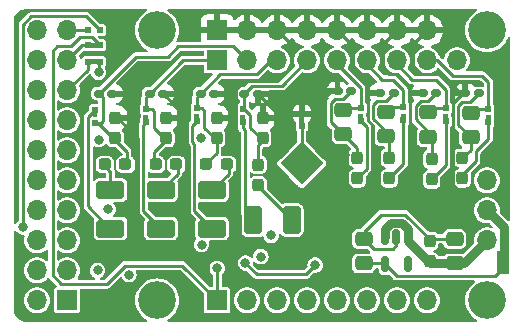
<source format=gbr>
%TF.GenerationSoftware,KiCad,Pcbnew,8.0.1*%
%TF.CreationDate,2024-04-07T09:18:40-04:00*%
%TF.ProjectId,tac5212_audio_board_single_ended,74616335-3231-4325-9f61-7564696f5f62,rev?*%
%TF.SameCoordinates,Original*%
%TF.FileFunction,Copper,L4,Bot*%
%TF.FilePolarity,Positive*%
%FSLAX46Y46*%
G04 Gerber Fmt 4.6, Leading zero omitted, Abs format (unit mm)*
G04 Created by KiCad (PCBNEW 8.0.1) date 2024-04-07 09:18:40*
%MOMM*%
%LPD*%
G01*
G04 APERTURE LIST*
G04 Aperture macros list*
%AMRoundRect*
0 Rectangle with rounded corners*
0 $1 Rounding radius*
0 $2 $3 $4 $5 $6 $7 $8 $9 X,Y pos of 4 corners*
0 Add a 4 corners polygon primitive as box body*
4,1,4,$2,$3,$4,$5,$6,$7,$8,$9,$2,$3,0*
0 Add four circle primitives for the rounded corners*
1,1,$1+$1,$2,$3*
1,1,$1+$1,$4,$5*
1,1,$1+$1,$6,$7*
1,1,$1+$1,$8,$9*
0 Add four rect primitives between the rounded corners*
20,1,$1+$1,$2,$3,$4,$5,0*
20,1,$1+$1,$4,$5,$6,$7,0*
20,1,$1+$1,$6,$7,$8,$9,0*
20,1,$1+$1,$8,$9,$2,$3,0*%
%AMRotRect*
0 Rectangle, with rotation*
0 The origin of the aperture is its center*
0 $1 length*
0 $2 width*
0 $3 Rotation angle, in degrees counterclockwise*
0 Add horizontal line*
21,1,$1,$2,0,0,$3*%
G04 Aperture macros list end*
%TA.AperFunction,EtchedComponent*%
%ADD10C,0.000000*%
%TD*%
%TA.AperFunction,SMDPad,CuDef*%
%ADD11RoundRect,0.237500X0.237500X-0.300000X0.237500X0.300000X-0.237500X0.300000X-0.237500X-0.300000X0*%
%TD*%
%TA.AperFunction,SMDPad,CuDef*%
%ADD12RoundRect,0.237500X-0.237500X0.287500X-0.237500X-0.287500X0.237500X-0.287500X0.237500X0.287500X0*%
%TD*%
%TA.AperFunction,SMDPad,CuDef*%
%ADD13RoundRect,0.237500X-0.287500X-0.237500X0.287500X-0.237500X0.287500X0.237500X-0.287500X0.237500X0*%
%TD*%
%TA.AperFunction,SMDPad,CuDef*%
%ADD14RoundRect,0.237500X0.287500X0.237500X-0.287500X0.237500X-0.287500X-0.237500X0.287500X-0.237500X0*%
%TD*%
%TA.AperFunction,ComponentPad*%
%ADD15R,1.700000X1.700000*%
%TD*%
%TA.AperFunction,ComponentPad*%
%ADD16O,1.700000X1.700000*%
%TD*%
%TA.AperFunction,ComponentPad*%
%ADD17C,3.200000*%
%TD*%
%TA.AperFunction,ComponentPad*%
%ADD18C,0.500000*%
%TD*%
%TA.AperFunction,SMDPad,CuDef*%
%ADD19RotRect,2.600000X2.600000X45.000000*%
%TD*%
%TA.AperFunction,SMDPad,CuDef*%
%ADD20RoundRect,0.250000X0.475000X-0.337500X0.475000X0.337500X-0.475000X0.337500X-0.475000X-0.337500X0*%
%TD*%
%TA.AperFunction,SMDPad,CuDef*%
%ADD21RoundRect,0.237500X-0.237500X0.300000X-0.237500X-0.300000X0.237500X-0.300000X0.237500X0.300000X0*%
%TD*%
%TA.AperFunction,SMDPad,CuDef*%
%ADD22R,0.500000X0.500000*%
%TD*%
%TA.AperFunction,ComponentPad*%
%ADD23R,0.500000X0.500000*%
%TD*%
%TA.AperFunction,SMDPad,CuDef*%
%ADD24RoundRect,0.160000X0.222500X0.160000X-0.222500X0.160000X-0.222500X-0.160000X0.222500X-0.160000X0*%
%TD*%
%TA.AperFunction,SMDPad,CuDef*%
%ADD25R,0.508000X0.500000*%
%TD*%
%TA.AperFunction,SMDPad,CuDef*%
%ADD26R,0.508000X0.508000*%
%TD*%
%TA.AperFunction,SMDPad,CuDef*%
%ADD27RoundRect,0.250001X0.924999X-0.499999X0.924999X0.499999X-0.924999X0.499999X-0.924999X-0.499999X0*%
%TD*%
%TA.AperFunction,SMDPad,CuDef*%
%ADD28R,1.000000X1.100000*%
%TD*%
%TA.AperFunction,SMDPad,CuDef*%
%ADD29R,0.500000X0.508000*%
%TD*%
%TA.AperFunction,SMDPad,CuDef*%
%ADD30RoundRect,0.250001X-0.499999X-0.924999X0.499999X-0.924999X0.499999X0.924999X-0.499999X0.924999X0*%
%TD*%
%TA.AperFunction,SMDPad,CuDef*%
%ADD31RoundRect,0.160000X-0.222500X-0.160000X0.222500X-0.160000X0.222500X0.160000X-0.222500X0.160000X0*%
%TD*%
%TA.AperFunction,SMDPad,CuDef*%
%ADD32RoundRect,0.250000X-0.475000X0.337500X-0.475000X-0.337500X0.475000X-0.337500X0.475000X0.337500X0*%
%TD*%
%TA.AperFunction,SMDPad,CuDef*%
%ADD33RoundRect,0.150000X-0.150000X0.512500X-0.150000X-0.512500X0.150000X-0.512500X0.150000X0.512500X0*%
%TD*%
%TA.AperFunction,ViaPad*%
%ADD34C,0.800000*%
%TD*%
%TA.AperFunction,Conductor*%
%ADD35C,0.250000*%
%TD*%
%TA.AperFunction,Conductor*%
%ADD36C,0.750000*%
%TD*%
G04 APERTURE END LIST*
%TA.AperFunction,EtchedComponent*%
%TO.C,OP2*%
G36*
X100500000Y-107400000D02*
G01*
X100100000Y-107400000D01*
X100100000Y-106850000D01*
X100500000Y-106850000D01*
X100500000Y-107400000D01*
G37*
%TD.AperFunction*%
%TA.AperFunction,EtchedComponent*%
%TO.C,INP2*%
G36*
X121600000Y-107410000D02*
G01*
X121200000Y-107410000D01*
X121200000Y-106860000D01*
X121600000Y-106860000D01*
X121600000Y-107410000D01*
G37*
%TD.AperFunction*%
D10*
%TA.AperFunction,EtchedComponent*%
%TO.C,GND1*%
G36*
X109400000Y-107575000D02*
G01*
X109000000Y-107575000D01*
X109000000Y-107025000D01*
X109400000Y-107025000D01*
X109400000Y-107575000D01*
G37*
%TD.AperFunction*%
%TA.AperFunction,EtchedComponent*%
%TO.C,INM2*%
G36*
X125200000Y-107457500D02*
G01*
X124800000Y-107457500D01*
X124800000Y-106907500D01*
X125200000Y-106907500D01*
X125200000Y-107457500D01*
G37*
%TD.AperFunction*%
%TA.AperFunction,EtchedComponent*%
%TO.C,OM2*%
G36*
X104400000Y-107475000D02*
G01*
X104000000Y-107475000D01*
X104000000Y-106925000D01*
X104400000Y-106925000D01*
X104400000Y-107475000D01*
G37*
%TD.AperFunction*%
%TA.AperFunction,EtchedComponent*%
%TO.C,3V3*%
G36*
X126400000Y-119675000D02*
G01*
X126000000Y-119675000D01*
X126000000Y-119125000D01*
X126400000Y-119125000D01*
X126400000Y-119675000D01*
G37*
%TD.AperFunction*%
%TA.AperFunction,EtchedComponent*%
%TO.C,SDA1001*%
G36*
X91875000Y-102600000D02*
G01*
X91325000Y-102600000D01*
X91325000Y-102200000D01*
X91875000Y-102200000D01*
X91875000Y-102600000D01*
G37*
%TD.AperFunction*%
%TA.AperFunction,EtchedComponent*%
%TO.C,SCL1001*%
G36*
X91875000Y-101200000D02*
G01*
X91325000Y-101200000D01*
X91325000Y-100800000D01*
X91875000Y-100800000D01*
X91875000Y-101200000D01*
G37*
%TD.AperFunction*%
%TA.AperFunction,EtchedComponent*%
%TO.C,OP1*%
G36*
X96200000Y-107475000D02*
G01*
X95800000Y-107475000D01*
X95800000Y-106925000D01*
X96200000Y-106925000D01*
X96200000Y-107475000D01*
G37*
%TD.AperFunction*%
%TA.AperFunction,EtchedComponent*%
%TO.C,INM1*%
G36*
X118000000Y-107337500D02*
G01*
X117600000Y-107337500D01*
X117600000Y-106787500D01*
X118000000Y-106787500D01*
X118000000Y-107337500D01*
G37*
%TD.AperFunction*%
%TA.AperFunction,EtchedComponent*%
%TO.C,OM1*%
G36*
X91500000Y-106525000D02*
G01*
X91900000Y-106525000D01*
X91900000Y-107075000D01*
X91500000Y-107075000D01*
X91500000Y-106525000D01*
G37*
%TD.AperFunction*%
%TA.AperFunction,EtchedComponent*%
%TO.C,INP1*%
G36*
X114400000Y-107400000D02*
G01*
X114000000Y-107400000D01*
X114000000Y-106850000D01*
X114400000Y-106850000D01*
X114400000Y-107400000D01*
G37*
%TD.AperFunction*%
%TD*%
D11*
%TO.P,T\u002AC2,1*%
%TO.N,5V*%
X120034314Y-119300000D03*
%TO.P,T\u002AC2,2*%
%TO.N,GNDD*%
X120034314Y-117575000D03*
%TD*%
D12*
%TO.P,R20,1*%
%TO.N,OUT2M+*%
X105500000Y-111125000D03*
%TO.P,R20,2*%
%TO.N,Net-(C21-Pad2)*%
X105500000Y-112875000D03*
%TD*%
D13*
%TO.P,R19,1*%
%TO.N,OUT2P+*%
X101125000Y-111100000D03*
%TO.P,R19,2*%
%TO.N,Net-(C20-Pad2)*%
X102875000Y-111100000D03*
%TD*%
D14*
%TO.P,R18,1*%
%TO.N,OUT1M+*%
X94275000Y-111100000D03*
%TO.P,R18,2*%
%TO.N,Net-(C19-Pad2)*%
X92525000Y-111100000D03*
%TD*%
D13*
%TO.P,R17,1*%
%TO.N,OUT1P+*%
X96825000Y-111100000D03*
%TO.P,R17,2*%
%TO.N,Net-(C18-Pad2)*%
X98575000Y-111100000D03*
%TD*%
D11*
%TO.P,C25,1*%
%TO.N,OUT2M+*%
X105900000Y-108862500D03*
%TO.P,C25,2*%
%TO.N,Earth*%
X105900000Y-107137500D03*
%TD*%
%TO.P,C24,1*%
%TO.N,OUT2P+*%
X102000000Y-108862500D03*
%TO.P,C24,2*%
%TO.N,Earth*%
X102000000Y-107137500D03*
%TD*%
%TO.P,C23,1*%
%TO.N,OUT1M+*%
X93400000Y-108862500D03*
%TO.P,C23,2*%
%TO.N,Earth*%
X93400000Y-107137500D03*
%TD*%
%TO.P,C22,1*%
%TO.N,OUT1P+*%
X97700000Y-108862500D03*
%TO.P,C22,2*%
%TO.N,Earth*%
X97700000Y-107137500D03*
%TD*%
D15*
%TO.P,board_outline1,1,HELD_HIGH*%
%TO.N,unconnected-(board_outline1-HELD_HIGH-Pad1)*%
X89337500Y-122600000D03*
D16*
%TO.P,board_outline1,2,HELD_LOW*%
%TO.N,unconnected-(board_outline1-HELD_LOW-Pad2)*%
X86797500Y-122600000D03*
%TO.P,board_outline1,3,5V*%
%TO.N,Net-(5V1-B)*%
X89337500Y-120060000D03*
%TO.P,board_outline1,4,GNDD*%
%TO.N,GNDD*%
X86797500Y-120060000D03*
%TO.P,board_outline1,5,12V*%
%TO.N,unconnected-(board_outline1-12V-Pad5)*%
X89337500Y-117520000D03*
%TO.P,board_outline1,6,GNDD*%
%TO.N,GNDD*%
X86797500Y-117520000D03*
%TO.P,board_outline1,7,DSP_DOUT*%
%TO.N,5212_DOUT1+*%
X89337500Y-114980000D03*
%TO.P,board_outline1,8,GNDD*%
%TO.N,GNDD*%
X86797500Y-114980000D03*
%TO.P,board_outline1,9,DSP_DIN*%
%TO.N,5212_DIN1*%
X89337500Y-112440000D03*
%TO.P,board_outline1,10,GNDD*%
%TO.N,GNDD*%
X86797500Y-112440000D03*
%TO.P,board_outline1,11,BCLK*%
%TO.N,5212_BCLK1*%
X89337500Y-109900000D03*
%TO.P,board_outline1,12,GNDD*%
%TO.N,GNDD*%
X86797500Y-109900000D03*
%TO.P,board_outline1,13,LRCK*%
%TO.N,5212_LRCK1*%
X89337500Y-107360000D03*
%TO.P,board_outline1,14,GNDD*%
%TO.N,GNDD*%
X86797500Y-107360000D03*
%TO.P,board_outline1,15,SDA*%
%TO.N,DSP_SDA*%
X89337500Y-104820000D03*
%TO.P,board_outline1,16,GNDD*%
%TO.N,GNDD*%
X86797500Y-104820000D03*
%TO.P,board_outline1,17,SCL*%
%TO.N,DSP_SCL*%
X89337500Y-102280000D03*
%TO.P,board_outline1,18,GNDD*%
%TO.N,GNDD*%
X86797500Y-102280000D03*
%TO.P,board_outline1,19,MCLK*%
%TO.N,5212_MCLK1*%
X89337500Y-99740000D03*
%TO.P,board_outline1,20,GNDD*%
%TO.N,GNDD*%
X86797500Y-99740000D03*
D15*
%TO.P,board_outline1,21,OUTP*%
%TO.N,OUT1P+*%
X102047500Y-102285000D03*
%TO.P,board_outline1,22,AGND*%
%TO.N,Earth*%
X102047500Y-99745000D03*
D16*
%TO.P,board_outline1,23,OUT1M*%
%TO.N,OUT1M+*%
X104587500Y-102285000D03*
%TO.P,board_outline1,24,AGND*%
%TO.N,Earth*%
X104587500Y-99745000D03*
%TO.P,board_outline1,25,OUT2P*%
%TO.N,OUT2P+*%
X107127500Y-102285000D03*
%TO.P,board_outline1,26,AGND*%
%TO.N,Earth*%
X107127500Y-99745000D03*
%TO.P,board_outline1,27,OUT2M*%
%TO.N,OUT2M+*%
X109667500Y-102285000D03*
%TO.P,board_outline1,28,AGND*%
%TO.N,Earth*%
X109667500Y-99745000D03*
%TO.P,board_outline1,29,IN1P*%
%TO.N,IN1P+*%
X112207500Y-102285000D03*
%TO.P,board_outline1,30,AGND*%
%TO.N,Earth*%
X112207500Y-99745000D03*
%TO.P,board_outline1,31,IN1M*%
%TO.N,IN1M+*%
X114747500Y-102285000D03*
%TO.P,board_outline1,32,AGND*%
%TO.N,Earth*%
X114747500Y-99745000D03*
%TO.P,board_outline1,33,IN2P*%
%TO.N,IN2P+*%
X117287500Y-102285000D03*
%TO.P,board_outline1,34,AGND*%
%TO.N,Earth*%
X117287500Y-99745000D03*
%TO.P,board_outline1,35,IN2M*%
%TO.N,IN2M+*%
X119827500Y-102285000D03*
%TO.P,board_outline1,36,AGND*%
%TO.N,Earth*%
X119827500Y-99745000D03*
D15*
%TO.P,board_outline1,37,SCL*%
%TO.N,5212_SCL*%
X102047500Y-122605000D03*
D16*
%TO.P,board_outline1,38,SDA*%
%TO.N,5212_SDA*%
X104587500Y-122605000D03*
%TO.P,board_outline1,39,GNDD*%
%TO.N,GNDD*%
X107127500Y-122605000D03*
%TO.P,board_outline1,40,GPIO1*%
%TO.N,GPIO1*%
X109667500Y-122605000D03*
%TO.P,board_outline1,41,GPIO2*%
%TO.N,GPIO2*%
X112207500Y-122605000D03*
%TO.P,board_outline1,42,GPO1*%
%TO.N,GPO1*%
X114747500Y-122605000D03*
%TO.P,board_outline1,43,GPI1*%
%TO.N,GPI1*%
X117287500Y-122605000D03*
%TO.P,board_outline1,44,GNDD*%
%TO.N,GNDD*%
X119827500Y-122605000D03*
%TO.P,board_outline1,45,5V*%
%TO.N,5V*%
X124892500Y-117525000D03*
%TO.P,board_outline1,46,3.3V*%
%TO.N,3.3V_LDO*%
X124892500Y-114985000D03*
%TO.P,board_outline1,47,GNDD*%
%TO.N,GNDD*%
X124892500Y-112445000D03*
%TO.P,board_outline1,48,MIC_BIAS*%
%TO.N,MICBIAS*%
X122352500Y-102285000D03*
D17*
%TO.P,board_outline1,49,AGND*%
%TO.N,Net-(E1-A)*%
X96952500Y-99745000D03*
%TO.P,board_outline1,50,AGND*%
%TO.N,Net-(E2-A)*%
X124892500Y-99745000D03*
%TO.P,board_outline1,51,DGND*%
%TO.N,Net-(G1-A)*%
X96952500Y-122605000D03*
%TO.P,board_outline1,52,DGND*%
%TO.N,Net-(G2-A)*%
X124892500Y-122605000D03*
%TD*%
D18*
%TO.P,G4,1,1*%
%TO.N,Earth*%
X117100000Y-114000000D03*
%TD*%
%TO.P,G5,1,1*%
%TO.N,Earth*%
X99600000Y-118200000D03*
%TD*%
%TO.P,G6,1,1*%
%TO.N,Earth*%
X118400000Y-114000000D03*
%TD*%
%TO.P,G3,1,1*%
%TO.N,Earth*%
X92300000Y-118400000D03*
%TD*%
%TO.P,G7,1,1*%
%TO.N,Earth*%
X102600000Y-118400000D03*
%TD*%
%TO.P,J1002,25,VSS*%
%TO.N,GNDD*%
X107715076Y-111000000D03*
X108457538Y-111742462D03*
X109200000Y-112484924D03*
X108457538Y-110257538D03*
X109200000Y-111000000D03*
D19*
X109200000Y-111000000D03*
D18*
X109942462Y-111742462D03*
X109200000Y-109515076D03*
X109942462Y-110257538D03*
X110684924Y-111000000D03*
%TD*%
%TO.P,G9,1,1*%
%TO.N,Earth*%
X103200000Y-119300000D03*
%TD*%
%TO.P,G8,1,1*%
%TO.N,Earth*%
X123500000Y-113700000D03*
%TD*%
%TO.P,G10,1,1*%
%TO.N,Earth*%
X125900000Y-110200000D03*
%TD*%
%TO.P,G11,1,1*%
%TO.N,Earth*%
X115800000Y-114500000D03*
%TD*%
D20*
%TO.P,T\u002AC1,1*%
%TO.N,5V*%
X122134314Y-119475000D03*
%TO.P,T\u002AC1,2*%
%TO.N,GNDD*%
X122134314Y-117400000D03*
%TD*%
D21*
%TO.P,C1011,1*%
%TO.N,Net-(C1011-Pad1)*%
X113900000Y-110537500D03*
%TO.P,C1011,2*%
%TO.N,IN1P*%
X113900000Y-112262500D03*
%TD*%
D22*
%TO.P,OP2,1,1*%
%TO.N,OUT2P+*%
X100300000Y-106325000D03*
D23*
%TO.P,OP2,2,2*%
%TO.N,OUT2P*%
X100300000Y-107425000D03*
%TD*%
D24*
%TO.P,D20,1,K*%
%TO.N,OUT2M+*%
X104327500Y-105100000D03*
%TO.P,D20,2,K*%
%TO.N,Earth*%
X105472500Y-105100000D03*
%TD*%
D22*
%TO.P,INP2,1,1*%
%TO.N,IN2P+*%
X121400000Y-106335000D03*
D23*
%TO.P,INP2,2,2*%
%TO.N,IN2P*%
X121400000Y-107435000D03*
%TD*%
D21*
%TO.P,C1012,1*%
%TO.N,Net-(C1012-Pad1)*%
X122800000Y-110537500D03*
%TO.P,C1012,2*%
%TO.N,IN2M*%
X122800000Y-112262500D03*
%TD*%
D25*
%TO.P,GND1,1,A*%
%TO.N,GNDD*%
X109200000Y-107804000D03*
D26*
%TO.P,GND1,2,B*%
%TO.N,Earth*%
X109200000Y-106800000D03*
%TD*%
D21*
%TO.P,C1009,1*%
%TO.N,Net-(C1009-Pad1)*%
X120200000Y-110637500D03*
%TO.P,C1009,2*%
%TO.N,IN2P*%
X120200000Y-112362500D03*
%TD*%
D22*
%TO.P,INM2,1,1*%
%TO.N,IN2M+*%
X125000000Y-106382500D03*
D23*
%TO.P,INM2,2,2*%
%TO.N,IN2M*%
X125000000Y-107482500D03*
%TD*%
D27*
%TO.P,C19,1*%
%TO.N,OUT1M*%
X93000000Y-116525000D03*
%TO.P,C19,2*%
%TO.N,Net-(C19-Pad2)*%
X93000000Y-113275000D03*
%TD*%
D20*
%TO.P,T\u002AC3,1*%
%TO.N,3.3V_A*%
X114434314Y-119475000D03*
%TO.P,T\u002AC3,2*%
%TO.N,GNDD*%
X114434314Y-117400000D03*
%TD*%
D22*
%TO.P,OM2,1,1*%
%TO.N,OUT2M+*%
X104200000Y-106400000D03*
D23*
%TO.P,OM2,2,2*%
%TO.N,OUT2M*%
X104200000Y-107500000D03*
%TD*%
D28*
%TO.P,3V3,1,A*%
%TO.N,3.3V_A*%
X126200000Y-119904000D03*
%TO.P,3V3,2,B*%
%TO.N,3.3V_LDO*%
X126200000Y-118900000D03*
%TD*%
D29*
%TO.P,SDA1001,1,A*%
%TO.N,DSP_SDA*%
X91096000Y-102400000D03*
D26*
%TO.P,SDA1001,2,B*%
%TO.N,5212_SDA*%
X92100000Y-102400000D03*
%TD*%
%TO.P,MCLK1,1,1*%
%TO.N,5212_MCLK1*%
X91100000Y-99700000D03*
%TO.P,MCLK1,2,2*%
%TO.N,GPI1*%
X92100000Y-99700000D03*
%TD*%
D30*
%TO.P,C21,1*%
%TO.N,OUT2M*%
X105100001Y-115800000D03*
%TO.P,C21,2*%
%TO.N,Net-(C21-Pad2)*%
X108350001Y-115800000D03*
%TD*%
D29*
%TO.P,SCL1001,1,A*%
%TO.N,DSP_SCL*%
X91096000Y-101000000D03*
D26*
%TO.P,SCL1001,2,B*%
%TO.N,5212_SCL*%
X92100000Y-101000000D03*
%TD*%
D31*
%TO.P,D1002,1,K*%
%TO.N,Net-(C1009-Pad1)*%
X120572500Y-105035000D03*
%TO.P,D1002,2,K*%
%TO.N,Earth*%
X119427500Y-105035000D03*
%TD*%
D32*
%TO.P,FB1003,1*%
%TO.N,IN1M+*%
X116300000Y-106625000D03*
%TO.P,FB1003,2*%
%TO.N,Net-(C1010-Pad1)*%
X116300000Y-108700000D03*
%TD*%
%TO.P,FB1004,1*%
%TO.N,IN1P+*%
X112700000Y-106462500D03*
%TO.P,FB1004,2*%
%TO.N,Net-(C1011-Pad1)*%
X112700000Y-108537500D03*
%TD*%
D31*
%TO.P,D1005,1,K*%
%TO.N,Net-(C1012-Pad1)*%
X124172500Y-105082500D03*
%TO.P,D1005,2,K*%
%TO.N,Earth*%
X123027500Y-105082500D03*
%TD*%
D33*
%TO.P,U2,1,IN*%
%TO.N,5V*%
X116261814Y-117277500D03*
%TO.P,U2,2,GND*%
%TO.N,GNDD*%
X117211814Y-117277500D03*
%TO.P,U2,3,EN*%
%TO.N,5V*%
X118161814Y-117277500D03*
%TO.P,U2,4,NC*%
%TO.N,unconnected-(U2-NC-Pad4)*%
X118161814Y-119552500D03*
%TO.P,U2,5,OUT*%
%TO.N,3.3V_A*%
X116261814Y-119552500D03*
%TD*%
D24*
%TO.P,D17,1,K*%
%TO.N,OUT1P+*%
X96327500Y-105100000D03*
%TO.P,D17,2,K*%
%TO.N,Earth*%
X97472500Y-105100000D03*
%TD*%
D21*
%TO.P,C1010,1*%
%TO.N,Net-(C1010-Pad1)*%
X116600000Y-110537500D03*
%TO.P,C1010,2*%
%TO.N,IN1M*%
X116600000Y-112262500D03*
%TD*%
D24*
%TO.P,D19,1,K*%
%TO.N,OUT2P+*%
X100627500Y-105100000D03*
%TO.P,D19,2,K*%
%TO.N,Earth*%
X101772500Y-105100000D03*
%TD*%
D27*
%TO.P,C18,1*%
%TO.N,OUT1P*%
X97300000Y-116525000D03*
%TO.P,C18,2*%
%TO.N,Net-(C18-Pad2)*%
X97300000Y-113275000D03*
%TD*%
D24*
%TO.P,D18,1,K*%
%TO.N,OUT1M+*%
X92027500Y-105100000D03*
%TO.P,D18,2,K*%
%TO.N,Earth*%
X93172500Y-105100000D03*
%TD*%
D27*
%TO.P,C20,1*%
%TO.N,OUT2P*%
X101600000Y-116525000D03*
%TO.P,C20,2*%
%TO.N,Net-(C20-Pad2)*%
X101600000Y-113275000D03*
%TD*%
D31*
%TO.P,D1003,1,K*%
%TO.N,Net-(C1010-Pad1)*%
X116972500Y-105035000D03*
%TO.P,D1003,2,K*%
%TO.N,Earth*%
X115827500Y-105035000D03*
%TD*%
D22*
%TO.P,OP1,1,1*%
%TO.N,OUT1P+*%
X96000000Y-106400000D03*
D23*
%TO.P,OP1,2,2*%
%TO.N,OUT1P*%
X96000000Y-107500000D03*
%TD*%
D22*
%TO.P,INM1,1,1*%
%TO.N,IN1M+*%
X117800000Y-106262500D03*
D23*
%TO.P,INM1,2,2*%
%TO.N,IN1M*%
X117800000Y-107362500D03*
%TD*%
D32*
%TO.P,FB1002,1*%
%TO.N,IN2P+*%
X119900000Y-106697500D03*
%TO.P,FB1002,2*%
%TO.N,Net-(C1009-Pad1)*%
X119900000Y-108772500D03*
%TD*%
%TO.P,FB1001,1*%
%TO.N,IN2M+*%
X123500000Y-106735000D03*
%TO.P,FB1001,2*%
%TO.N,Net-(C1012-Pad1)*%
X123500000Y-108810000D03*
%TD*%
D31*
%TO.P,D1004,1,K*%
%TO.N,Net-(C1011-Pad1)*%
X113372500Y-104900000D03*
%TO.P,D1004,2,K*%
%TO.N,Earth*%
X112227500Y-104900000D03*
%TD*%
D22*
%TO.P,OM1,1,1*%
%TO.N,OUT1M+*%
X91700000Y-107600000D03*
D23*
%TO.P,OM1,2,2*%
%TO.N,OUT1M*%
X91700000Y-106500000D03*
%TD*%
D22*
%TO.P,INP1,1,1*%
%TO.N,IN1P+*%
X114200000Y-106325000D03*
D23*
%TO.P,INP1,2,2*%
%TO.N,IN1P*%
X114200000Y-107425000D03*
%TD*%
D34*
%TO.N,GNDD*%
X106600000Y-117100000D03*
X92007996Y-109004013D03*
X100718700Y-117875000D03*
%TO.N,5V*%
X94569964Y-120430000D03*
%TO.N,Earth*%
X112825000Y-110300000D03*
%TO.N,5212_SCL*%
X102047500Y-119900002D03*
%TO.N,5212_SDA*%
X91910027Y-120067151D03*
X92000000Y-103300000D03*
%TO.N,3.3V_LDO*%
X105730761Y-118897714D03*
X100675000Y-108873986D03*
X92800004Y-114900000D03*
%TO.N,GPI1*%
X85600000Y-116400000D03*
%TO.N,Net-(PU_EN1001-Pad1)*%
X110338844Y-119622742D03*
X104430004Y-119430004D03*
%TD*%
D35*
%TO.N,Net-(PU_EN1001-Pad1)*%
X109561586Y-120400000D02*
X105400000Y-120400000D01*
X105400000Y-120400000D02*
X104430004Y-119430004D01*
X110338844Y-119622742D02*
X109561586Y-120400000D01*
%TO.N,GNDD*%
X117974314Y-115340000D02*
X120034314Y-117400000D01*
X109200000Y-107804000D02*
X109200000Y-109515076D01*
X114434314Y-117400000D02*
X114434314Y-116812500D01*
X115299314Y-118265000D02*
X116886813Y-118265000D01*
X122134314Y-117400000D02*
X120034314Y-117400000D01*
X114434314Y-116812500D02*
X115906814Y-115340000D01*
X114434314Y-117400000D02*
X115299314Y-118265000D01*
X117211814Y-117939999D02*
X117211814Y-117277500D01*
X115906814Y-115340000D02*
X117974314Y-115340000D01*
X116886813Y-118265000D02*
X117211814Y-117939999D01*
D36*
%TO.N,5V*%
X117666274Y-116040000D02*
X118161814Y-116535540D01*
X116757354Y-116040000D02*
X117666274Y-116040000D01*
X122134314Y-119475000D02*
X122942500Y-119475000D01*
X116261815Y-117277500D02*
X116261815Y-116535539D01*
X118161814Y-117602500D02*
X120034314Y-119475000D01*
X122942500Y-119475000D02*
X124892500Y-117525000D01*
X118161814Y-116535540D02*
X118161814Y-117602500D01*
X122134316Y-119475000D02*
X120034314Y-119475000D01*
X116261815Y-116535539D02*
X116757354Y-116040000D01*
D35*
%TO.N,Earth*%
X114260799Y-104060799D02*
X114260799Y-103460000D01*
X115200000Y-107793996D02*
X114800000Y-107393996D01*
X104400000Y-118100000D02*
X108295101Y-118100000D01*
X114800000Y-107393996D02*
X114800000Y-104600000D01*
X104354672Y-104000000D02*
X107074201Y-104000000D01*
X116112500Y-100920000D02*
X117287500Y-99745000D01*
X119340799Y-103460000D02*
X118652500Y-102771701D01*
X125900000Y-110200000D02*
X125900000Y-104170799D01*
X121474201Y-99745000D02*
X119827500Y-99745000D01*
X122897924Y-113700000D02*
X122000000Y-112802076D01*
X122000000Y-112802076D02*
X122000000Y-105900000D01*
X117100000Y-114000000D02*
X116900000Y-114000000D01*
X114797924Y-114500000D02*
X112900000Y-112602076D01*
X99450000Y-107077500D02*
X97472500Y-105100000D01*
X118400000Y-114000000D02*
X118400000Y-112525000D01*
X111700000Y-104900000D02*
X112227500Y-104900000D01*
X118652500Y-100920000D02*
X119827500Y-99745000D01*
X122000000Y-105900000D02*
X122817500Y-105082500D01*
X109500000Y-113775000D02*
X106950000Y-111225000D01*
X106950000Y-106577500D02*
X105472500Y-105100000D01*
X112900000Y-110370100D02*
X111200000Y-108670100D01*
X116900000Y-114000000D02*
X115200000Y-112300000D01*
X116560000Y-103460000D02*
X116112500Y-103012500D01*
X122817500Y-105082500D02*
X123027500Y-105082500D01*
X99625000Y-109556398D02*
X99450000Y-109381398D01*
X125900000Y-104170799D02*
X121474201Y-99745000D01*
X113572500Y-101110000D02*
X112207500Y-99745000D01*
X123500000Y-113700000D02*
X122897924Y-113700000D01*
X103925000Y-109275000D02*
X103620000Y-108970000D01*
X118375000Y-112500000D02*
X118375000Y-104675000D01*
X115200000Y-112300000D02*
X115200000Y-107793996D01*
X122582500Y-105082500D02*
X120960000Y-103460000D01*
X112900000Y-112602076D02*
X112900000Y-110370100D01*
X99600000Y-118200000D02*
X99625000Y-118175000D01*
X108302500Y-100920000D02*
X107127500Y-99745000D01*
X95325000Y-116445100D02*
X95325000Y-108887500D01*
X103200000Y-119300000D02*
X104400000Y-118100000D01*
X108302500Y-102771701D02*
X108302500Y-100920000D01*
X99450000Y-109381398D02*
X99450000Y-107077500D01*
X102000000Y-107350000D02*
X102000000Y-106962500D01*
X118652500Y-102771701D02*
X118652500Y-100920000D01*
X95325000Y-108887500D02*
X93400000Y-106962500D01*
X111200000Y-105400000D02*
X111700000Y-104900000D01*
X115800000Y-114500000D02*
X114797924Y-114500000D01*
X103925000Y-117075000D02*
X103925000Y-109275000D01*
X106950000Y-111225000D02*
X106950000Y-106577500D01*
X109500000Y-116895101D02*
X109500000Y-113775000D01*
X118400000Y-112525000D02*
X118375000Y-112500000D01*
X93370100Y-118400000D02*
X95325000Y-116445100D01*
X92300000Y-118400000D02*
X93370100Y-118400000D01*
X114260799Y-103460000D02*
X113572500Y-102771701D01*
X116112500Y-103012500D02*
X116112500Y-100920000D01*
X114800000Y-104600000D02*
X114260799Y-104060799D01*
X123027500Y-105082500D02*
X122582500Y-105082500D01*
X117160000Y-103460000D02*
X116560000Y-103460000D01*
X113572500Y-102771701D02*
X113572500Y-101110000D01*
X103620000Y-104734672D02*
X104354672Y-104000000D01*
X103620000Y-108970000D02*
X103620000Y-104734672D01*
X111200000Y-108670100D02*
X111200000Y-105400000D01*
X99625000Y-118175000D02*
X99625000Y-109556398D01*
X107074201Y-104000000D02*
X108302500Y-102771701D01*
X108295101Y-118100000D02*
X109500000Y-116895101D01*
X120960000Y-103460000D02*
X119340799Y-103460000D01*
X102600000Y-118400000D02*
X103925000Y-117075000D01*
X118375000Y-104675000D02*
X117160000Y-103460000D01*
%TO.N,Net-(C1009-Pad1)*%
X119907501Y-105700000D02*
X120572501Y-105035000D01*
X119264900Y-105700000D02*
X119907501Y-105700000D01*
X118850000Y-106114900D02*
X119264900Y-105700000D01*
X120200000Y-110637500D02*
X120200000Y-109072500D01*
X120200000Y-109072500D02*
X119900000Y-108772500D01*
X118850000Y-107280100D02*
X118850000Y-106114900D01*
X119900000Y-108330100D02*
X118850000Y-107280100D01*
X119900000Y-108772500D02*
X119900000Y-108330100D01*
%TO.N,IN2P*%
X120200000Y-112362500D02*
X121400000Y-111162500D01*
X121400000Y-111162500D02*
X121400000Y-107435000D01*
%TO.N,Net-(C1010-Pad1)*%
X116300000Y-108700000D02*
X116300000Y-108257600D01*
X115250000Y-107207600D02*
X115250000Y-106042400D01*
X116600000Y-109000000D02*
X116300000Y-108700000D01*
X115250000Y-106042400D02*
X115592400Y-105700000D01*
X116600000Y-110537500D02*
X116600000Y-109000000D01*
X116307501Y-105700000D02*
X116972501Y-105035000D01*
X115592400Y-105700000D02*
X116307501Y-105700000D01*
X116300000Y-108257600D02*
X115250000Y-107207600D01*
%TO.N,IN1M*%
X116600000Y-112262500D02*
X117800000Y-111062500D01*
X117800000Y-111062500D02*
X117800000Y-107362500D01*
%TO.N,Net-(C1011-Pad1)*%
X111650000Y-107487500D02*
X111650000Y-105879900D01*
X112727501Y-105545000D02*
X113372501Y-104900000D01*
X111984900Y-105545000D02*
X112727501Y-105545000D01*
X113900000Y-110537500D02*
X113900000Y-109737500D01*
X111650000Y-105879900D02*
X111984900Y-105545000D01*
X112700000Y-108537500D02*
X111650000Y-107487500D01*
X113900000Y-109737500D02*
X112700000Y-108537500D01*
%TO.N,IN1P*%
X113900000Y-112262500D02*
X114700000Y-111462500D01*
X114700000Y-107930392D02*
X114200000Y-107430392D01*
X114200000Y-107430392D02*
X114200000Y-107425000D01*
X114700000Y-111462500D02*
X114700000Y-107930392D01*
%TO.N,Net-(C1012-Pad1)*%
X122450000Y-106152400D02*
X122779900Y-105822500D01*
X122779900Y-105822500D02*
X123432501Y-105822500D01*
X123500000Y-108810000D02*
X122450000Y-107760000D01*
X123432501Y-105822500D02*
X124172501Y-105082500D01*
X123500000Y-109837500D02*
X123500000Y-108810000D01*
X122450000Y-107760000D02*
X122450000Y-106152400D01*
X122800000Y-110537500D02*
X123500000Y-109837500D01*
%TO.N,IN2M*%
X123950000Y-109992600D02*
X125000000Y-108942600D01*
X122800000Y-112262500D02*
X122800000Y-111977076D01*
X123950000Y-110827076D02*
X123950000Y-109992600D01*
X122800000Y-111977076D02*
X123950000Y-110827076D01*
X125000000Y-108942600D02*
X125000000Y-107482500D01*
%TO.N,OUT1P*%
X95775000Y-115000000D02*
X95775000Y-107725000D01*
X97300000Y-116525000D02*
X95775000Y-115000000D01*
X95775000Y-107725000D02*
X96000000Y-107500000D01*
%TO.N,Net-(C18-Pad2)*%
X98700000Y-111100000D02*
X98700000Y-111875000D01*
X98700000Y-111875000D02*
X97300000Y-113275000D01*
%TO.N,OUT1M*%
X91125000Y-107075001D02*
X91700000Y-106500001D01*
X93000000Y-116525000D02*
X91125000Y-114650000D01*
X91125000Y-114650000D02*
X91125000Y-107075001D01*
%TO.N,Net-(C19-Pad2)*%
X93000000Y-113275000D02*
X93000000Y-111700000D01*
X93000000Y-111700000D02*
X92400000Y-111100000D01*
%TO.N,OUT2P*%
X100075000Y-115000000D02*
X100075000Y-109370002D01*
X99900000Y-107825000D02*
X100300000Y-107425000D01*
X99900000Y-109195002D02*
X99900000Y-107825000D01*
X101600000Y-116525000D02*
X100075000Y-115000000D01*
X100075000Y-109370002D02*
X99900000Y-109195002D01*
%TO.N,Net-(C20-Pad2)*%
X103000000Y-111875000D02*
X101600000Y-113275000D01*
X103000000Y-111100000D02*
X103000000Y-111875000D01*
%TO.N,OUT2M*%
X104200000Y-108000000D02*
X104200000Y-107500000D01*
X105100001Y-115800000D02*
X104400000Y-115099999D01*
X104400000Y-115099999D02*
X104400000Y-108200000D01*
X104400000Y-108200000D02*
X104200000Y-108000000D01*
%TO.N,Net-(C21-Pad2)*%
X105550001Y-113000000D02*
X108350001Y-115800000D01*
X105500000Y-113000000D02*
X105550001Y-113000000D01*
%TO.N,5212_SCL*%
X89634201Y-101105000D02*
X88495000Y-101105000D01*
X88100000Y-101500000D02*
X88100000Y-120484201D01*
X88495000Y-101105000D02*
X88100000Y-101500000D01*
X92668980Y-121235000D02*
X94248980Y-119655000D01*
X102047500Y-122605000D02*
X102047500Y-119900002D01*
X91400000Y-100300000D02*
X90439201Y-100300000D01*
X92100000Y-101000000D02*
X91400000Y-100300000D01*
X94248980Y-119655000D02*
X99097500Y-119655000D01*
X88850799Y-121235000D02*
X92668980Y-121235000D01*
X88100000Y-120484201D02*
X88850799Y-121235000D01*
X90439201Y-100300000D02*
X89634201Y-101105000D01*
X99097500Y-119655000D02*
X102047500Y-122605000D01*
%TO.N,5212_SDA*%
X92000000Y-102500000D02*
X92100000Y-102400000D01*
X92000000Y-103300000D02*
X92000000Y-102500000D01*
D36*
%TO.N,3.3V_LDO*%
X126317500Y-116410000D02*
X124892500Y-114985000D01*
X126317500Y-118782501D02*
X126317500Y-116410000D01*
X126200000Y-118900001D02*
X126317500Y-118782501D01*
D35*
%TO.N,5212_MCLK1*%
X89377500Y-99700000D02*
X89337500Y-99740000D01*
X91100000Y-99700000D02*
X89377500Y-99700000D01*
%TO.N,GPI1*%
X92100000Y-99700000D02*
X90965000Y-98565000D01*
X90965000Y-98565000D02*
X86310799Y-98565000D01*
X85600000Y-99275799D02*
X85600000Y-116400000D01*
X86310799Y-98565000D02*
X85600000Y-99275799D01*
%TO.N,DSP_SCL*%
X91096000Y-101000000D02*
X90617500Y-101000000D01*
X90617500Y-101000000D02*
X89337500Y-102280000D01*
%TO.N,DSP_SDA*%
X91096000Y-103061500D02*
X91096000Y-102400000D01*
X89337500Y-104820000D02*
X91096000Y-103061500D01*
%TO.N,OUT1M+*%
X95157500Y-101970000D02*
X92027500Y-105100000D01*
X91962500Y-107600000D02*
X93400000Y-109037500D01*
X94400000Y-110037500D02*
X93400000Y-109037500D01*
X92350000Y-107450000D02*
X92350000Y-105422500D01*
X98734126Y-101110000D02*
X97874126Y-101970000D01*
X97874126Y-101970000D02*
X95157500Y-101970000D01*
X104587500Y-102285000D02*
X103412500Y-101110000D01*
X91700000Y-107600000D02*
X92200000Y-107600000D01*
X91700000Y-107600000D02*
X91962500Y-107600000D01*
X92350000Y-105422500D02*
X92027500Y-105100000D01*
X92200000Y-107600000D02*
X92350000Y-107450000D01*
X103412500Y-101110000D02*
X98734126Y-101110000D01*
X94400000Y-111100000D02*
X94400000Y-110037500D01*
%TO.N,OUT2M+*%
X104327500Y-105100000D02*
X104327500Y-106272500D01*
X104327500Y-105100000D02*
X104972500Y-104455000D01*
X104327500Y-106272500D02*
X104200000Y-106400000D01*
X104850000Y-107987500D02*
X104850000Y-106915380D01*
X105900000Y-109037500D02*
X104850000Y-107987500D01*
X105500000Y-109437500D02*
X105900000Y-109037500D01*
X104334620Y-106400000D02*
X104200000Y-106400000D01*
X104972500Y-104455000D02*
X107497500Y-104455000D01*
X104850000Y-106915380D02*
X104334620Y-106400000D01*
X105500000Y-111000000D02*
X105500000Y-109437500D01*
X107497500Y-104455000D02*
X109667500Y-102285000D01*
%TO.N,OUT2P+*%
X100300000Y-105427500D02*
X100627500Y-105100000D01*
X100627500Y-105100000D02*
X102267500Y-103460000D01*
X102000000Y-109037500D02*
X100950000Y-107987500D01*
X100300000Y-106325000D02*
X100300000Y-105427500D01*
X102000000Y-110100000D02*
X101000000Y-111100000D01*
X100725000Y-106325000D02*
X100300000Y-106325000D01*
X102267500Y-103460000D02*
X105403276Y-103460000D01*
X105403276Y-103460000D02*
X106578276Y-102285000D01*
X106578276Y-102285000D02*
X107127500Y-102285000D01*
X100950000Y-106550000D02*
X100725000Y-106325000D01*
X100950000Y-107987500D02*
X100950000Y-106550000D01*
X102000000Y-109037500D02*
X102000000Y-110100000D01*
%TO.N,IN1M+*%
X115972500Y-103910000D02*
X114347500Y-102285000D01*
X116662500Y-106262500D02*
X117800000Y-106262500D01*
X116920328Y-103910000D02*
X115972500Y-103910000D01*
X117800000Y-106262500D02*
X117800000Y-104789672D01*
X116300000Y-106625000D02*
X116662500Y-106262500D01*
X117800000Y-104789672D02*
X116920328Y-103910000D01*
%TO.N,IN1P+*%
X114200000Y-106325000D02*
X114200000Y-104654671D01*
X114200000Y-104654671D02*
X111830329Y-102285000D01*
X112700000Y-106462500D02*
X112837500Y-106325000D01*
X112837500Y-106325000D02*
X114200000Y-106325000D01*
X112230329Y-102285000D02*
X112207500Y-102285000D01*
%TO.N,IN2P+*%
X120262500Y-106335000D02*
X121400000Y-106335000D01*
X121400000Y-104789672D02*
X120560328Y-103950000D01*
X118552500Y-103950000D02*
X116887500Y-102285000D01*
X120560328Y-103950000D02*
X118552500Y-103950000D01*
X119900000Y-106697500D02*
X120262500Y-106335000D01*
X121400000Y-106335000D02*
X121400000Y-104789672D01*
%TO.N,IN2M+*%
X120690799Y-102285000D02*
X122005799Y-103600000D01*
X124500000Y-103600000D02*
X125000000Y-104100000D01*
X123500000Y-106735000D02*
X123852500Y-106382500D01*
X123852500Y-106382500D02*
X125000000Y-106382500D01*
X125000000Y-104100000D02*
X125000000Y-106382500D01*
X119827500Y-102285000D02*
X120690799Y-102285000D01*
X122005799Y-103600000D02*
X124500000Y-103600000D01*
%TO.N,OUT1P+*%
X96500000Y-106400000D02*
X96000000Y-106400000D01*
X96650000Y-106550000D02*
X96500000Y-106400000D01*
X96700000Y-110037500D02*
X97700000Y-109037500D01*
X99142500Y-102285000D02*
X102047500Y-102285000D01*
X97700000Y-109037500D02*
X96650000Y-107987500D01*
X96650000Y-107987500D02*
X96650000Y-106550000D01*
X96000000Y-105427500D02*
X96327500Y-105100000D01*
X96327500Y-105100000D02*
X99142500Y-102285000D01*
X96000000Y-106400000D02*
X96000000Y-105427500D01*
X96700000Y-111100000D02*
X96700000Y-110037500D01*
%TO.N,3.3V_A*%
X114434314Y-119475000D02*
X116184314Y-119475000D01*
X116261814Y-119552500D02*
X117249314Y-120540000D01*
X117249314Y-120540000D02*
X125564000Y-120540000D01*
X125564000Y-120540000D02*
X126200000Y-119904000D01*
X116184314Y-119475000D02*
X116261814Y-119552500D01*
%TD*%
%TA.AperFunction,Conductor*%
%TO.N,Earth*%
G36*
X96058017Y-97963907D02*
G01*
X96093981Y-98013407D01*
X96093981Y-98074593D01*
X96058017Y-98124093D01*
X96047272Y-98130890D01*
X95949488Y-98184283D01*
X95737590Y-98342908D01*
X95550408Y-98530090D01*
X95391783Y-98741988D01*
X95264927Y-98974307D01*
X95264926Y-98974309D01*
X95172424Y-99222317D01*
X95116156Y-99480979D01*
X95097273Y-99745000D01*
X95116156Y-100009020D01*
X95116156Y-100009023D01*
X95116157Y-100009026D01*
X95172423Y-100267678D01*
X95172424Y-100267682D01*
X95264926Y-100515690D01*
X95264927Y-100515692D01*
X95391784Y-100748011D01*
X95391783Y-100748011D01*
X95550408Y-100959909D01*
X95550410Y-100959911D01*
X95550413Y-100959915D01*
X95737585Y-101147087D01*
X95737588Y-101147089D01*
X95737590Y-101147091D01*
X95949488Y-101305716D01*
X96137924Y-101408610D01*
X96179935Y-101453092D01*
X96187777Y-101513773D01*
X96158454Y-101567474D01*
X96103166Y-101593684D01*
X96090478Y-101594500D01*
X95206936Y-101594500D01*
X95108064Y-101594500D01*
X95060313Y-101607295D01*
X95060312Y-101607294D01*
X95012562Y-101620089D01*
X95012558Y-101620091D01*
X94926936Y-101669525D01*
X94926937Y-101669526D01*
X92095957Y-104500504D01*
X92041440Y-104528281D01*
X92025953Y-104529500D01*
X91772691Y-104529500D01*
X91676567Y-104544725D01*
X91676560Y-104544727D01*
X91560708Y-104603757D01*
X91468757Y-104695708D01*
X91409726Y-104811563D01*
X91409725Y-104811565D01*
X91394500Y-104907691D01*
X91394500Y-105292308D01*
X91409725Y-105388432D01*
X91409727Y-105388439D01*
X91468757Y-105504291D01*
X91468759Y-105504294D01*
X91560706Y-105596241D01*
X91560708Y-105596242D01*
X91674492Y-105654218D01*
X91676567Y-105655275D01*
X91772693Y-105670500D01*
X91875500Y-105670499D01*
X91933690Y-105689406D01*
X91969654Y-105738905D01*
X91974500Y-105769499D01*
X91974500Y-105900500D01*
X91955593Y-105958691D01*
X91906093Y-105994655D01*
X91875500Y-105999500D01*
X91425326Y-105999500D01*
X91425325Y-105999500D01*
X91425315Y-105999501D01*
X91352263Y-106014033D01*
X91352257Y-106014035D01*
X91269400Y-106069397D01*
X91269397Y-106069400D01*
X91214035Y-106152257D01*
X91214033Y-106152263D01*
X91199501Y-106225315D01*
X91199500Y-106225327D01*
X91199500Y-106428456D01*
X91180593Y-106486647D01*
X91170509Y-106498453D01*
X90894438Y-106774526D01*
X90894437Y-106774525D01*
X90824524Y-106844439D01*
X90775091Y-106930059D01*
X90775088Y-106930066D01*
X90765777Y-106964815D01*
X90765778Y-106964816D01*
X90749632Y-107025075D01*
X90749606Y-107025169D01*
X90749501Y-107025557D01*
X90749500Y-107025564D01*
X90749500Y-107025566D01*
X90749500Y-114699435D01*
X90767741Y-114767512D01*
X90775091Y-114794942D01*
X90824525Y-114880563D01*
X90824526Y-114880563D01*
X91612504Y-115668541D01*
X91640281Y-115723058D01*
X91631990Y-115775405D01*
X91633678Y-115776035D01*
X91580910Y-115917512D01*
X91580908Y-115917523D01*
X91576533Y-115958210D01*
X91574500Y-115977128D01*
X91574500Y-117072872D01*
X91576488Y-117091361D01*
X91580908Y-117132476D01*
X91580910Y-117132487D01*
X91631202Y-117267328D01*
X91707942Y-117369840D01*
X91717454Y-117382546D01*
X91717457Y-117382548D01*
X91717458Y-117382549D01*
X91832671Y-117468797D01*
X91967512Y-117519089D01*
X91967513Y-117519089D01*
X91967518Y-117519091D01*
X92027128Y-117525500D01*
X92027131Y-117525500D01*
X93972869Y-117525500D01*
X93972872Y-117525500D01*
X94032482Y-117519091D01*
X94079304Y-117501627D01*
X94167328Y-117468797D01*
X94167328Y-117468796D01*
X94167330Y-117468796D01*
X94282546Y-117382546D01*
X94368796Y-117267330D01*
X94372718Y-117256816D01*
X94419089Y-117132487D01*
X94419088Y-117132487D01*
X94419091Y-117132482D01*
X94425500Y-117072872D01*
X94425500Y-115977128D01*
X94419091Y-115917518D01*
X94419089Y-115917512D01*
X94368797Y-115782671D01*
X94282549Y-115667458D01*
X94282548Y-115667457D01*
X94282546Y-115667454D01*
X94278835Y-115664676D01*
X94167328Y-115581202D01*
X94032487Y-115530910D01*
X94032482Y-115530909D01*
X94032480Y-115530908D01*
X94032476Y-115530908D01*
X94001248Y-115527550D01*
X93972872Y-115524500D01*
X93972869Y-115524500D01*
X93337097Y-115524500D01*
X93278906Y-115505593D01*
X93242942Y-115456093D01*
X93242942Y-115394907D01*
X93271447Y-115351398D01*
X93274857Y-115348376D01*
X93290487Y-115334530D01*
X93380224Y-115204523D01*
X93436241Y-115056818D01*
X93455282Y-114900000D01*
X93436241Y-114743182D01*
X93380224Y-114595477D01*
X93290487Y-114465470D01*
X93271447Y-114448602D01*
X93240429Y-114395862D01*
X93246335Y-114334962D01*
X93286908Y-114289165D01*
X93337097Y-114275500D01*
X93972869Y-114275500D01*
X93972872Y-114275500D01*
X94032482Y-114269091D01*
X94104168Y-114242354D01*
X94167328Y-114218797D01*
X94167328Y-114218796D01*
X94167330Y-114218796D01*
X94282546Y-114132546D01*
X94368796Y-114017330D01*
X94368929Y-114016975D01*
X94419089Y-113882487D01*
X94419088Y-113882487D01*
X94419091Y-113882482D01*
X94425500Y-113822872D01*
X94425500Y-112727128D01*
X94419091Y-112667518D01*
X94419011Y-112667304D01*
X94368797Y-112532671D01*
X94282549Y-112417458D01*
X94282548Y-112417457D01*
X94282546Y-112417454D01*
X94282541Y-112417450D01*
X94167328Y-112331202D01*
X94032487Y-112280910D01*
X94032482Y-112280909D01*
X94032480Y-112280908D01*
X94032476Y-112280908D01*
X94001248Y-112277550D01*
X93972872Y-112274500D01*
X93972869Y-112274500D01*
X93474500Y-112274500D01*
X93416309Y-112255593D01*
X93380345Y-112206093D01*
X93375500Y-112175500D01*
X93375500Y-111650566D01*
X93374653Y-111644133D01*
X93376991Y-111643825D01*
X93379647Y-111593020D01*
X93413325Y-111551420D01*
X93387440Y-111554203D01*
X93334379Y-111523736D01*
X93322058Y-111506820D01*
X93308918Y-111484062D01*
X93296195Y-111424214D01*
X93300500Y-111384174D01*
X93300500Y-110815826D01*
X93294251Y-110757701D01*
X93288569Y-110742467D01*
X93245213Y-110626223D01*
X93161119Y-110513888D01*
X93161118Y-110513887D01*
X93161116Y-110513884D01*
X93140702Y-110498602D01*
X93048776Y-110429786D01*
X92917304Y-110380750D01*
X92917299Y-110380749D01*
X92917297Y-110380748D01*
X92917293Y-110380748D01*
X92891011Y-110377922D01*
X92859174Y-110374500D01*
X92190826Y-110374500D01*
X92162823Y-110377510D01*
X92132706Y-110380748D01*
X92132695Y-110380750D01*
X92001223Y-110429786D01*
X91888888Y-110513880D01*
X91888880Y-110513888D01*
X91804786Y-110626223D01*
X91755750Y-110757695D01*
X91755748Y-110757706D01*
X91749500Y-110815829D01*
X91749500Y-111384170D01*
X91749499Y-111384170D01*
X91755748Y-111442293D01*
X91755750Y-111442304D01*
X91804786Y-111573776D01*
X91862271Y-111650566D01*
X91888884Y-111686116D01*
X91888887Y-111686118D01*
X91888888Y-111686119D01*
X92001223Y-111770213D01*
X92132695Y-111819249D01*
X92132696Y-111819249D01*
X92132701Y-111819251D01*
X92190826Y-111825500D01*
X92525500Y-111825500D01*
X92583691Y-111844407D01*
X92619655Y-111893907D01*
X92624500Y-111924500D01*
X92624500Y-112175500D01*
X92605593Y-112233691D01*
X92556093Y-112269655D01*
X92525500Y-112274500D01*
X92027128Y-112274500D01*
X92002637Y-112277133D01*
X91967523Y-112280908D01*
X91967512Y-112280910D01*
X91832671Y-112331202D01*
X91717458Y-112417450D01*
X91717450Y-112417458D01*
X91678753Y-112469152D01*
X91628745Y-112504405D01*
X91567566Y-112503531D01*
X91518584Y-112466864D01*
X91500500Y-112409823D01*
X91500500Y-109636074D01*
X91519407Y-109577883D01*
X91568907Y-109541919D01*
X91630093Y-109541919D01*
X91645505Y-109548412D01*
X91775631Y-109616709D01*
X91929011Y-109654513D01*
X91929014Y-109654513D01*
X92086978Y-109654513D01*
X92086981Y-109654513D01*
X92240361Y-109616709D01*
X92380236Y-109543296D01*
X92498479Y-109438543D01*
X92550401Y-109363319D01*
X92599016Y-109326171D01*
X92660183Y-109324691D01*
X92710538Y-109359448D01*
X92724634Y-109384960D01*
X92729788Y-109398778D01*
X92803239Y-109496897D01*
X92813884Y-109511116D01*
X92813887Y-109511118D01*
X92813888Y-109511119D01*
X92926223Y-109595213D01*
X93057695Y-109644249D01*
X93057696Y-109644249D01*
X93057701Y-109644251D01*
X93115826Y-109650500D01*
X93440955Y-109650500D01*
X93499146Y-109669407D01*
X93510959Y-109679496D01*
X93995504Y-110164041D01*
X94023281Y-110218558D01*
X94024500Y-110234045D01*
X94024500Y-110276577D01*
X94005593Y-110334768D01*
X93956093Y-110370732D01*
X93936082Y-110375010D01*
X93882706Y-110380748D01*
X93882695Y-110380750D01*
X93751223Y-110429786D01*
X93638888Y-110513880D01*
X93638880Y-110513888D01*
X93554786Y-110626223D01*
X93505750Y-110757695D01*
X93505748Y-110757706D01*
X93499500Y-110815829D01*
X93499500Y-111384170D01*
X93499499Y-111384170D01*
X93506226Y-111446736D01*
X93493647Y-111506614D01*
X93464412Y-111533062D01*
X93477245Y-111529622D01*
X93534369Y-111551542D01*
X93551329Y-111569158D01*
X93612271Y-111650566D01*
X93638884Y-111686116D01*
X93638887Y-111686118D01*
X93638888Y-111686119D01*
X93751223Y-111770213D01*
X93882695Y-111819249D01*
X93882696Y-111819249D01*
X93882701Y-111819251D01*
X93940826Y-111825500D01*
X93940830Y-111825500D01*
X94609170Y-111825500D01*
X94609174Y-111825500D01*
X94667299Y-111819251D01*
X94732911Y-111794779D01*
X94798776Y-111770213D01*
X94798776Y-111770212D01*
X94798778Y-111770212D01*
X94911116Y-111686116D01*
X94995212Y-111573778D01*
X94999767Y-111561567D01*
X95039271Y-111455652D01*
X95044251Y-111442299D01*
X95050500Y-111384174D01*
X95050500Y-110815826D01*
X95044251Y-110757701D01*
X95038569Y-110742467D01*
X94995213Y-110626223D01*
X94911119Y-110513888D01*
X94911118Y-110513887D01*
X94911116Y-110513884D01*
X94890702Y-110498602D01*
X94815171Y-110442059D01*
X94779918Y-110392050D01*
X94775500Y-110362806D01*
X94775500Y-109988066D01*
X94775500Y-109988065D01*
X94774455Y-109984165D01*
X94749911Y-109892563D01*
X94749908Y-109892557D01*
X94700478Y-109806942D01*
X94700477Y-109806941D01*
X94700476Y-109806940D01*
X94700475Y-109806938D01*
X94154496Y-109260959D01*
X94126719Y-109206442D01*
X94125500Y-109190955D01*
X94125500Y-108515829D01*
X94125500Y-108515826D01*
X94119251Y-108457701D01*
X94114155Y-108444037D01*
X94070213Y-108326223D01*
X94016908Y-108255017D01*
X93987066Y-108215153D01*
X93967330Y-108157240D01*
X93985404Y-108098786D01*
X94014347Y-108071565D01*
X94098038Y-108019943D01*
X94219946Y-107898035D01*
X94310451Y-107751306D01*
X94364681Y-107587648D01*
X94375000Y-107486655D01*
X94375000Y-107387501D01*
X94374999Y-107387500D01*
X93249000Y-107387500D01*
X93190809Y-107368593D01*
X93154845Y-107319093D01*
X93150000Y-107288500D01*
X93150000Y-106986500D01*
X93168907Y-106928309D01*
X93218407Y-106892345D01*
X93249000Y-106887500D01*
X94374998Y-106887500D01*
X94374999Y-106887499D01*
X94374999Y-106788345D01*
X94364682Y-106687357D01*
X94364679Y-106687345D01*
X94310451Y-106523693D01*
X94219946Y-106376964D01*
X94098035Y-106255053D01*
X93951306Y-106164548D01*
X93787648Y-106110318D01*
X93686655Y-106100000D01*
X93568281Y-106100000D01*
X93510090Y-106081093D01*
X93474126Y-106031593D01*
X93474126Y-105970407D01*
X93510090Y-105920907D01*
X93538828Y-105906483D01*
X93667855Y-105866276D01*
X93667867Y-105866271D01*
X93805020Y-105783359D01*
X93918359Y-105670020D01*
X94001271Y-105532867D01*
X94001276Y-105532855D01*
X94048956Y-105379844D01*
X94051668Y-105350000D01*
X93021500Y-105350000D01*
X92963309Y-105331093D01*
X92927345Y-105281593D01*
X92922500Y-105251000D01*
X92922500Y-104949000D01*
X92941407Y-104890809D01*
X92990907Y-104854845D01*
X93021500Y-104850000D01*
X94051668Y-104850000D01*
X94051668Y-104849999D01*
X94048956Y-104820155D01*
X94001276Y-104667144D01*
X94001271Y-104667132D01*
X93918359Y-104529979D01*
X93805020Y-104416640D01*
X93667867Y-104333728D01*
X93667855Y-104333723D01*
X93562663Y-104300944D01*
X93512732Y-104265581D01*
X93493123Y-104207623D01*
X93511326Y-104149208D01*
X93522104Y-104136431D01*
X95284041Y-102374496D01*
X95338558Y-102346719D01*
X95354045Y-102345500D01*
X97923562Y-102345500D01*
X97971312Y-102332705D01*
X97971313Y-102332705D01*
X98019060Y-102319911D01*
X98019059Y-102319911D01*
X98019064Y-102319910D01*
X98104688Y-102270475D01*
X98174601Y-102200562D01*
X98174600Y-102200562D01*
X98860668Y-101514496D01*
X98915184Y-101486719D01*
X98930671Y-101485500D01*
X100848000Y-101485500D01*
X100906191Y-101504407D01*
X100942155Y-101553907D01*
X100947000Y-101584500D01*
X100947000Y-101810500D01*
X100928093Y-101868691D01*
X100878593Y-101904655D01*
X100848000Y-101909500D01*
X99191936Y-101909500D01*
X99093064Y-101909500D01*
X99051774Y-101920564D01*
X99051773Y-101920563D01*
X98997565Y-101935088D01*
X98997558Y-101935091D01*
X98911936Y-101984525D01*
X98911937Y-101984526D01*
X96395957Y-104500504D01*
X96341440Y-104528281D01*
X96325953Y-104529500D01*
X96072691Y-104529500D01*
X95976567Y-104544725D01*
X95976560Y-104544727D01*
X95860708Y-104603757D01*
X95768757Y-104695708D01*
X95709726Y-104811563D01*
X95709725Y-104811565D01*
X95694500Y-104907691D01*
X95694500Y-105179113D01*
X95681237Y-105228612D01*
X95650090Y-105282560D01*
X95641440Y-105314844D01*
X95628713Y-105362344D01*
X95624500Y-105378066D01*
X95624500Y-105879665D01*
X95605593Y-105937856D01*
X95580502Y-105961980D01*
X95569402Y-105969396D01*
X95569397Y-105969401D01*
X95514035Y-106052257D01*
X95514033Y-106052263D01*
X95499501Y-106125315D01*
X95499500Y-106125327D01*
X95499500Y-106674672D01*
X95499501Y-106674684D01*
X95514033Y-106747736D01*
X95514035Y-106747743D01*
X95539113Y-106785275D01*
X95555721Y-106844163D01*
X95551032Y-106865534D01*
X95551402Y-106865608D01*
X95549500Y-106875171D01*
X95549500Y-107069149D01*
X95532817Y-107124148D01*
X95527693Y-107131818D01*
X95514034Y-107152260D01*
X95514033Y-107152263D01*
X95499501Y-107225315D01*
X95499500Y-107225327D01*
X95499500Y-107428455D01*
X95480593Y-107486646D01*
X95478392Y-107489224D01*
X95478476Y-107489288D01*
X95474525Y-107494436D01*
X95425091Y-107580058D01*
X95425089Y-107580062D01*
X95415219Y-107616895D01*
X95415220Y-107616896D01*
X95409787Y-107637174D01*
X95401028Y-107669864D01*
X95399500Y-107675565D01*
X95399500Y-115049435D01*
X95422067Y-115133657D01*
X95425091Y-115144942D01*
X95474525Y-115230563D01*
X95474526Y-115230563D01*
X95912504Y-115668541D01*
X95940281Y-115723058D01*
X95931990Y-115775405D01*
X95933678Y-115776035D01*
X95880910Y-115917512D01*
X95880908Y-115917523D01*
X95876533Y-115958210D01*
X95874500Y-115977128D01*
X95874500Y-117072872D01*
X95876488Y-117091361D01*
X95880908Y-117132476D01*
X95880910Y-117132487D01*
X95931202Y-117267328D01*
X96007942Y-117369840D01*
X96017454Y-117382546D01*
X96017457Y-117382548D01*
X96017458Y-117382549D01*
X96132671Y-117468797D01*
X96267512Y-117519089D01*
X96267513Y-117519089D01*
X96267518Y-117519091D01*
X96327128Y-117525500D01*
X96327131Y-117525500D01*
X98272869Y-117525500D01*
X98272872Y-117525500D01*
X98332482Y-117519091D01*
X98379304Y-117501627D01*
X98467328Y-117468797D01*
X98467328Y-117468796D01*
X98467330Y-117468796D01*
X98582546Y-117382546D01*
X98668796Y-117267330D01*
X98672718Y-117256816D01*
X98719089Y-117132487D01*
X98719088Y-117132487D01*
X98719091Y-117132482D01*
X98725500Y-117072872D01*
X98725500Y-115977128D01*
X98719091Y-115917518D01*
X98719089Y-115917512D01*
X98668797Y-115782671D01*
X98582549Y-115667458D01*
X98582548Y-115667457D01*
X98582546Y-115667454D01*
X98578835Y-115664676D01*
X98467328Y-115581202D01*
X98332487Y-115530910D01*
X98332482Y-115530909D01*
X98332480Y-115530908D01*
X98332476Y-115530908D01*
X98301248Y-115527550D01*
X98272872Y-115524500D01*
X98272869Y-115524500D01*
X96871546Y-115524500D01*
X96813355Y-115505593D01*
X96801542Y-115495504D01*
X96179496Y-114873458D01*
X96151719Y-114818941D01*
X96150500Y-114803454D01*
X96150500Y-114366559D01*
X96169407Y-114308368D01*
X96218907Y-114272404D01*
X96261117Y-114270685D01*
X96261360Y-114268429D01*
X96267518Y-114269091D01*
X96327128Y-114275500D01*
X96327131Y-114275500D01*
X98272869Y-114275500D01*
X98272872Y-114275500D01*
X98332482Y-114269091D01*
X98404168Y-114242354D01*
X98467328Y-114218797D01*
X98467328Y-114218796D01*
X98467330Y-114218796D01*
X98582546Y-114132546D01*
X98668796Y-114017330D01*
X98668929Y-114016975D01*
X98719089Y-113882487D01*
X98719088Y-113882487D01*
X98719091Y-113882482D01*
X98725500Y-113822872D01*
X98725500Y-112727128D01*
X98719091Y-112667518D01*
X98719011Y-112667304D01*
X98666322Y-112526035D01*
X98668581Y-112525192D01*
X98659315Y-112475861D01*
X98685521Y-112420572D01*
X98687496Y-112418540D01*
X99000475Y-112105563D01*
X99000474Y-112105563D01*
X99000475Y-112105562D01*
X99032061Y-112050853D01*
X99049908Y-112019942D01*
X99049908Y-112019940D01*
X99049910Y-112019938D01*
X99075500Y-111924435D01*
X99075500Y-111837193D01*
X99094407Y-111779002D01*
X99115171Y-111757940D01*
X99118667Y-111755323D01*
X99211116Y-111686116D01*
X99295212Y-111573778D01*
X99299767Y-111561567D01*
X99339271Y-111455652D01*
X99344251Y-111442299D01*
X99350500Y-111384174D01*
X99350500Y-110815826D01*
X99344251Y-110757701D01*
X99338569Y-110742467D01*
X99295213Y-110626223D01*
X99211119Y-110513888D01*
X99211118Y-110513887D01*
X99211116Y-110513884D01*
X99190702Y-110498602D01*
X99098776Y-110429786D01*
X98967304Y-110380750D01*
X98967299Y-110380749D01*
X98967297Y-110380748D01*
X98967293Y-110380748D01*
X98941011Y-110377922D01*
X98909174Y-110374500D01*
X98240826Y-110374500D01*
X98212823Y-110377510D01*
X98182706Y-110380748D01*
X98182695Y-110380750D01*
X98051223Y-110429786D01*
X97938888Y-110513880D01*
X97938880Y-110513888D01*
X97854786Y-110626223D01*
X97805750Y-110757695D01*
X97805748Y-110757706D01*
X97799500Y-110815829D01*
X97799500Y-111384170D01*
X97799499Y-111384170D01*
X97805748Y-111442293D01*
X97805750Y-111442304D01*
X97854786Y-111573776D01*
X97912271Y-111650566D01*
X97938884Y-111686116D01*
X98051222Y-111770212D01*
X98068961Y-111776828D01*
X98116877Y-111814877D01*
X98133276Y-111873824D01*
X98111896Y-111931152D01*
X98104371Y-111939590D01*
X97798460Y-112245503D01*
X97743943Y-112273281D01*
X97728456Y-112274500D01*
X96327128Y-112274500D01*
X96274503Y-112280157D01*
X96261360Y-112281571D01*
X96261069Y-112278865D01*
X96211288Y-112274768D01*
X96164905Y-112234866D01*
X96150500Y-112183440D01*
X96150500Y-111854767D01*
X96169407Y-111796576D01*
X96218907Y-111760612D01*
X96280093Y-111760612D01*
X96296949Y-111767878D01*
X96301217Y-111770208D01*
X96301222Y-111770212D01*
X96301226Y-111770213D01*
X96301229Y-111770215D01*
X96432695Y-111819249D01*
X96432696Y-111819249D01*
X96432701Y-111819251D01*
X96490826Y-111825500D01*
X96490830Y-111825500D01*
X97159170Y-111825500D01*
X97159174Y-111825500D01*
X97217299Y-111819251D01*
X97282911Y-111794779D01*
X97348776Y-111770213D01*
X97348776Y-111770212D01*
X97348778Y-111770212D01*
X97461116Y-111686116D01*
X97545212Y-111573778D01*
X97549767Y-111561567D01*
X97589271Y-111455652D01*
X97594251Y-111442299D01*
X97600500Y-111384174D01*
X97600500Y-110815826D01*
X97594251Y-110757701D01*
X97588569Y-110742467D01*
X97545213Y-110626223D01*
X97461119Y-110513888D01*
X97461118Y-110513887D01*
X97461116Y-110513884D01*
X97440702Y-110498602D01*
X97348776Y-110429786D01*
X97217304Y-110380750D01*
X97217299Y-110380749D01*
X97217297Y-110380748D01*
X97217293Y-110380748D01*
X97163918Y-110375010D01*
X97108081Y-110349991D01*
X97077615Y-110296930D01*
X97075500Y-110276577D01*
X97075500Y-110234045D01*
X97094407Y-110175854D01*
X97104496Y-110164041D01*
X97589041Y-109679496D01*
X97643558Y-109651719D01*
X97659045Y-109650500D01*
X97984170Y-109650500D01*
X97984174Y-109650500D01*
X98042299Y-109644251D01*
X98120770Y-109614983D01*
X98173776Y-109595213D01*
X98173776Y-109595212D01*
X98173778Y-109595212D01*
X98286116Y-109511116D01*
X98370212Y-109398778D01*
X98374209Y-109388063D01*
X98409755Y-109292759D01*
X98419251Y-109267299D01*
X98425500Y-109209174D01*
X98425500Y-108515826D01*
X98419251Y-108457701D01*
X98414155Y-108444037D01*
X98370213Y-108326223D01*
X98316908Y-108255017D01*
X98287066Y-108215153D01*
X98267330Y-108157240D01*
X98285404Y-108098786D01*
X98314347Y-108071565D01*
X98398038Y-108019943D01*
X98519946Y-107898035D01*
X98610451Y-107751306D01*
X98664681Y-107587648D01*
X98675000Y-107486655D01*
X98675000Y-107387501D01*
X98674999Y-107387500D01*
X97549000Y-107387500D01*
X97490809Y-107368593D01*
X97454845Y-107319093D01*
X97450000Y-107288500D01*
X97450000Y-106986500D01*
X97468907Y-106928309D01*
X97518407Y-106892345D01*
X97549000Y-106887500D01*
X98674998Y-106887500D01*
X98674999Y-106887499D01*
X98674999Y-106788345D01*
X98664682Y-106687357D01*
X98664679Y-106687345D01*
X98610451Y-106523693D01*
X98519946Y-106376964D01*
X98398035Y-106255053D01*
X98251306Y-106164548D01*
X98087648Y-106110318D01*
X97986655Y-106100000D01*
X97868281Y-106100000D01*
X97810090Y-106081093D01*
X97774126Y-106031593D01*
X97774126Y-105970407D01*
X97810090Y-105920907D01*
X97838828Y-105906483D01*
X97967855Y-105866276D01*
X97967867Y-105866271D01*
X98105020Y-105783359D01*
X98218359Y-105670020D01*
X98301271Y-105532867D01*
X98301276Y-105532855D01*
X98348956Y-105379844D01*
X98351668Y-105350000D01*
X97321500Y-105350000D01*
X97263309Y-105331093D01*
X97227345Y-105281593D01*
X97222500Y-105251000D01*
X97222500Y-104949000D01*
X97241407Y-104890809D01*
X97290907Y-104854845D01*
X97321500Y-104850000D01*
X98351668Y-104850000D01*
X98351668Y-104849999D01*
X98348956Y-104820155D01*
X98301276Y-104667144D01*
X98301271Y-104667132D01*
X98218359Y-104529979D01*
X98105020Y-104416640D01*
X97967867Y-104333728D01*
X97967855Y-104333723D01*
X97862663Y-104300944D01*
X97812732Y-104265581D01*
X97793123Y-104207623D01*
X97811326Y-104149208D01*
X97822104Y-104136431D01*
X99269041Y-102689496D01*
X99323558Y-102661719D01*
X99339045Y-102660500D01*
X100848000Y-102660500D01*
X100906191Y-102679407D01*
X100942155Y-102728907D01*
X100947000Y-102759500D01*
X100947000Y-103159672D01*
X100947001Y-103159684D01*
X100961533Y-103232736D01*
X100961535Y-103232742D01*
X101016897Y-103315599D01*
X101016900Y-103315602D01*
X101052023Y-103339070D01*
X101099760Y-103370966D01*
X101147690Y-103380500D01*
X101172815Y-103385498D01*
X101172820Y-103385498D01*
X101172826Y-103385500D01*
X101571955Y-103385500D01*
X101630146Y-103404407D01*
X101666110Y-103453907D01*
X101666110Y-103515093D01*
X101641958Y-103554504D01*
X100695956Y-104500504D01*
X100641440Y-104528281D01*
X100625953Y-104529500D01*
X100372691Y-104529500D01*
X100276567Y-104544725D01*
X100276560Y-104544727D01*
X100160708Y-104603757D01*
X100068757Y-104695708D01*
X100009726Y-104811563D01*
X100009725Y-104811565D01*
X99994500Y-104907691D01*
X99994500Y-105179113D01*
X99981237Y-105228612D01*
X99950090Y-105282560D01*
X99941440Y-105314844D01*
X99928713Y-105362344D01*
X99924500Y-105378066D01*
X99924500Y-105804665D01*
X99905593Y-105862856D01*
X99880502Y-105886980D01*
X99869402Y-105894396D01*
X99869397Y-105894401D01*
X99814035Y-105977257D01*
X99814033Y-105977263D01*
X99799501Y-106050315D01*
X99799500Y-106050327D01*
X99799500Y-106599672D01*
X99799501Y-106599684D01*
X99814033Y-106672736D01*
X99814035Y-106672743D01*
X99839113Y-106710275D01*
X99855721Y-106769163D01*
X99851032Y-106790534D01*
X99851402Y-106790608D01*
X99849500Y-106800171D01*
X99849500Y-106994149D01*
X99832817Y-107049148D01*
X99818896Y-107069983D01*
X99814034Y-107077260D01*
X99814033Y-107077263D01*
X99799501Y-107150315D01*
X99799500Y-107150327D01*
X99799500Y-107353455D01*
X99780593Y-107411646D01*
X99770504Y-107423459D01*
X99669438Y-107524525D01*
X99669437Y-107524524D01*
X99599524Y-107594438D01*
X99550091Y-107680059D01*
X99550090Y-107680061D01*
X99542003Y-107710239D01*
X99542004Y-107710240D01*
X99524746Y-107774648D01*
X99524738Y-107774675D01*
X99524500Y-107775558D01*
X99524500Y-109244440D01*
X99533983Y-109279829D01*
X99533983Y-109279830D01*
X99533984Y-109279830D01*
X99533984Y-109279831D01*
X99550090Y-109339940D01*
X99597704Y-109422410D01*
X99597707Y-109422415D01*
X99597706Y-109422415D01*
X99599523Y-109425561D01*
X99599524Y-109425562D01*
X99599526Y-109425565D01*
X99670505Y-109496544D01*
X99698281Y-109551059D01*
X99699500Y-109566546D01*
X99699500Y-115049435D01*
X99722067Y-115133657D01*
X99725091Y-115144942D01*
X99774525Y-115230563D01*
X99774526Y-115230563D01*
X100212504Y-115668541D01*
X100240281Y-115723058D01*
X100231990Y-115775405D01*
X100233678Y-115776035D01*
X100180910Y-115917512D01*
X100180908Y-115917523D01*
X100176533Y-115958210D01*
X100174500Y-115977128D01*
X100174500Y-117072872D01*
X100176488Y-117091361D01*
X100180908Y-117132476D01*
X100180910Y-117132487D01*
X100231202Y-117267328D01*
X100253310Y-117296861D01*
X100273046Y-117354776D01*
X100254971Y-117413231D01*
X100239707Y-117430290D01*
X100228216Y-117440470D01*
X100138480Y-117570476D01*
X100082463Y-117718182D01*
X100082462Y-117718183D01*
X100063422Y-117874998D01*
X100063422Y-117875001D01*
X100082462Y-118031816D01*
X100082463Y-118031818D01*
X100115376Y-118118602D01*
X100138480Y-118179523D01*
X100228215Y-118309528D01*
X100228216Y-118309529D01*
X100228217Y-118309530D01*
X100346460Y-118414283D01*
X100486335Y-118487696D01*
X100639715Y-118525500D01*
X100639718Y-118525500D01*
X100797682Y-118525500D01*
X100797685Y-118525500D01*
X100951065Y-118487696D01*
X101090940Y-118414283D01*
X101209183Y-118309530D01*
X101298920Y-118179523D01*
X101354937Y-118031818D01*
X101373978Y-117875000D01*
X101373917Y-117874500D01*
X101358861Y-117750499D01*
X101354937Y-117718182D01*
X101332722Y-117659605D01*
X101329766Y-117598491D01*
X101363297Y-117547312D01*
X101420506Y-117525616D01*
X101425289Y-117525500D01*
X102572869Y-117525500D01*
X102572872Y-117525500D01*
X102632482Y-117519091D01*
X102679304Y-117501627D01*
X102767328Y-117468797D01*
X102767328Y-117468796D01*
X102767330Y-117468796D01*
X102882546Y-117382546D01*
X102968796Y-117267330D01*
X102972718Y-117256816D01*
X103019089Y-117132487D01*
X103019088Y-117132487D01*
X103019091Y-117132482D01*
X103025500Y-117072872D01*
X103025500Y-115977128D01*
X103019091Y-115917518D01*
X103019089Y-115917512D01*
X102968797Y-115782671D01*
X102882549Y-115667458D01*
X102882548Y-115667457D01*
X102882546Y-115667454D01*
X102878835Y-115664676D01*
X102767328Y-115581202D01*
X102632487Y-115530910D01*
X102632482Y-115530909D01*
X102632480Y-115530908D01*
X102632476Y-115530908D01*
X102601248Y-115527550D01*
X102572872Y-115524500D01*
X102572869Y-115524500D01*
X101171546Y-115524500D01*
X101113355Y-115505593D01*
X101101542Y-115495504D01*
X100479496Y-114873458D01*
X100451719Y-114818941D01*
X100450500Y-114803454D01*
X100450500Y-114366559D01*
X100469407Y-114308368D01*
X100518907Y-114272404D01*
X100561117Y-114270685D01*
X100561360Y-114268429D01*
X100567518Y-114269091D01*
X100627128Y-114275500D01*
X100627131Y-114275500D01*
X102572869Y-114275500D01*
X102572872Y-114275500D01*
X102632482Y-114269091D01*
X102704168Y-114242354D01*
X102767328Y-114218797D01*
X102767328Y-114218796D01*
X102767330Y-114218796D01*
X102882546Y-114132546D01*
X102968796Y-114017330D01*
X102968929Y-114016975D01*
X103019089Y-113882487D01*
X103019088Y-113882487D01*
X103019091Y-113882482D01*
X103025500Y-113822872D01*
X103025500Y-112727128D01*
X103019091Y-112667518D01*
X103019011Y-112667304D01*
X102966322Y-112526035D01*
X102968581Y-112525192D01*
X102959315Y-112475861D01*
X102985521Y-112420572D01*
X102987496Y-112418540D01*
X103300475Y-112105563D01*
X103300474Y-112105563D01*
X103300475Y-112105562D01*
X103332061Y-112050853D01*
X103349908Y-112019942D01*
X103349908Y-112019940D01*
X103349910Y-112019938D01*
X103375500Y-111924435D01*
X103375500Y-111837193D01*
X103394407Y-111779002D01*
X103415171Y-111757940D01*
X103418667Y-111755323D01*
X103511116Y-111686116D01*
X103595212Y-111573778D01*
X103599767Y-111561567D01*
X103639271Y-111455652D01*
X103644251Y-111442299D01*
X103650500Y-111384174D01*
X103650500Y-110815826D01*
X103644251Y-110757701D01*
X103638569Y-110742467D01*
X103595213Y-110626223D01*
X103511119Y-110513888D01*
X103511118Y-110513887D01*
X103511116Y-110513884D01*
X103490702Y-110498602D01*
X103398776Y-110429786D01*
X103267304Y-110380750D01*
X103267299Y-110380749D01*
X103267297Y-110380748D01*
X103267293Y-110380748D01*
X103241011Y-110377922D01*
X103209174Y-110374500D01*
X102540826Y-110374500D01*
X102512823Y-110377510D01*
X102482706Y-110380748D01*
X102482699Y-110380749D01*
X102474309Y-110383878D01*
X102471566Y-110384902D01*
X102410438Y-110387521D01*
X102359444Y-110353709D01*
X102338063Y-110296381D01*
X102349040Y-110251603D01*
X102347427Y-110250935D01*
X102349909Y-110244942D01*
X102349909Y-110244939D01*
X102349911Y-110244937D01*
X102375500Y-110149436D01*
X102375500Y-110050564D01*
X102375500Y-109700604D01*
X102394407Y-109642413D01*
X102439903Y-109607846D01*
X102473778Y-109595212D01*
X102586116Y-109511116D01*
X102670212Y-109398778D01*
X102674209Y-109388063D01*
X102709755Y-109292759D01*
X102719251Y-109267299D01*
X102725500Y-109209174D01*
X102725500Y-108515826D01*
X102719251Y-108457701D01*
X102714155Y-108444037D01*
X102670213Y-108326223D01*
X102616908Y-108255017D01*
X102587066Y-108215153D01*
X102567330Y-108157240D01*
X102585404Y-108098786D01*
X102614347Y-108071565D01*
X102698038Y-108019943D01*
X102819946Y-107898035D01*
X102910451Y-107751306D01*
X102964681Y-107587648D01*
X102975000Y-107486655D01*
X102975000Y-107387501D01*
X102974999Y-107387500D01*
X101849000Y-107387500D01*
X101790809Y-107368593D01*
X101754845Y-107319093D01*
X101750000Y-107288500D01*
X101750000Y-106986500D01*
X101768907Y-106928309D01*
X101818407Y-106892345D01*
X101849000Y-106887500D01*
X102974998Y-106887500D01*
X102974999Y-106887499D01*
X102974999Y-106788345D01*
X102964682Y-106687357D01*
X102964679Y-106687345D01*
X102910451Y-106523693D01*
X102819946Y-106376964D01*
X102698035Y-106255053D01*
X102551306Y-106164548D01*
X102387648Y-106110318D01*
X102286655Y-106100000D01*
X102168281Y-106100000D01*
X102110090Y-106081093D01*
X102074126Y-106031593D01*
X102074126Y-105970407D01*
X102110090Y-105920907D01*
X102138828Y-105906483D01*
X102267855Y-105866276D01*
X102267867Y-105866271D01*
X102405020Y-105783359D01*
X102518359Y-105670020D01*
X102601271Y-105532867D01*
X102601276Y-105532855D01*
X102648956Y-105379844D01*
X102651668Y-105350000D01*
X101621500Y-105350000D01*
X101563309Y-105331093D01*
X101527345Y-105281593D01*
X101522500Y-105251000D01*
X101522500Y-104949000D01*
X101541407Y-104890809D01*
X101590907Y-104854845D01*
X101621500Y-104850000D01*
X102651668Y-104850000D01*
X102651668Y-104849999D01*
X102648956Y-104820155D01*
X102601276Y-104667144D01*
X102601271Y-104667132D01*
X102518359Y-104529979D01*
X102405020Y-104416640D01*
X102267867Y-104333728D01*
X102267855Y-104333723D01*
X102162664Y-104300944D01*
X102112733Y-104265581D01*
X102093124Y-104207623D01*
X102111327Y-104149208D01*
X102122114Y-104136423D01*
X102394042Y-103864496D01*
X102448558Y-103836719D01*
X102464045Y-103835500D01*
X105452712Y-103835500D01*
X105500462Y-103822705D01*
X105500463Y-103822705D01*
X105548210Y-103809911D01*
X105548209Y-103809911D01*
X105548214Y-103809910D01*
X105633838Y-103760475D01*
X105674813Y-103719500D01*
X105703752Y-103690562D01*
X106272141Y-103122171D01*
X106326658Y-103094393D01*
X106387090Y-103103964D01*
X106408835Y-103119008D01*
X106461459Y-103166981D01*
X106634863Y-103274348D01*
X106825044Y-103348024D01*
X107025524Y-103385500D01*
X107229476Y-103385500D01*
X107429956Y-103348024D01*
X107620137Y-103274348D01*
X107793541Y-103166981D01*
X107944264Y-103029579D01*
X108067173Y-102866821D01*
X108158082Y-102684250D01*
X108213897Y-102488083D01*
X108232715Y-102285000D01*
X108213897Y-102081917D01*
X108158082Y-101885750D01*
X108067173Y-101703179D01*
X107944264Y-101540421D01*
X107793541Y-101403019D01*
X107620137Y-101295652D01*
X107467840Y-101236652D01*
X107420410Y-101198001D01*
X107404756Y-101138852D01*
X107426859Y-101081799D01*
X107477981Y-101048711D01*
X107590990Y-101018430D01*
X107805077Y-100918600D01*
X107998573Y-100783113D01*
X108165613Y-100616073D01*
X108301101Y-100422576D01*
X108301102Y-100422574D01*
X108307775Y-100408265D01*
X108349503Y-100363516D01*
X108409564Y-100351841D01*
X108465017Y-100377698D01*
X108487225Y-100408265D01*
X108493897Y-100422574D01*
X108493898Y-100422576D01*
X108629386Y-100616073D01*
X108796426Y-100783113D01*
X108989922Y-100918600D01*
X109204009Y-101018430D01*
X109317018Y-101048711D01*
X109368332Y-101082035D01*
X109390259Y-101139156D01*
X109374424Y-101198257D01*
X109327157Y-101236653D01*
X109174863Y-101295652D01*
X109078911Y-101355063D01*
X109001459Y-101403019D01*
X108890140Y-101504500D01*
X108850736Y-101540421D01*
X108846870Y-101545541D01*
X108727828Y-101703177D01*
X108727823Y-101703186D01*
X108639407Y-101880751D01*
X108636918Y-101885750D01*
X108581103Y-102081917D01*
X108562285Y-102285000D01*
X108581103Y-102488083D01*
X108610006Y-102589666D01*
X108636919Y-102684254D01*
X108638506Y-102687440D01*
X108647519Y-102747958D01*
X108619889Y-102801572D01*
X107370959Y-104050504D01*
X107316442Y-104078281D01*
X107300955Y-104079500D01*
X105021936Y-104079500D01*
X104923064Y-104079500D01*
X104859396Y-104096559D01*
X104827562Y-104105089D01*
X104775196Y-104135323D01*
X104751147Y-104149208D01*
X104741934Y-104154527D01*
X104395956Y-104500504D01*
X104341440Y-104528281D01*
X104325953Y-104529500D01*
X104072691Y-104529500D01*
X103976567Y-104544725D01*
X103976560Y-104544727D01*
X103860708Y-104603757D01*
X103768757Y-104695708D01*
X103709726Y-104811563D01*
X103709725Y-104811565D01*
X103694500Y-104907691D01*
X103694500Y-105292308D01*
X103709725Y-105388432D01*
X103709727Y-105388439D01*
X103768757Y-105504291D01*
X103768759Y-105504294D01*
X103860706Y-105596241D01*
X103860708Y-105596242D01*
X103897945Y-105615215D01*
X103941209Y-105658479D01*
X103952000Y-105703425D01*
X103952000Y-105812947D01*
X103933093Y-105871138D01*
X103883593Y-105907102D01*
X103872317Y-105910044D01*
X103852261Y-105914033D01*
X103852257Y-105914035D01*
X103769400Y-105969397D01*
X103769397Y-105969400D01*
X103714035Y-106052257D01*
X103714033Y-106052263D01*
X103699501Y-106125315D01*
X103699500Y-106125327D01*
X103699500Y-106674672D01*
X103699501Y-106674684D01*
X103714033Y-106747736D01*
X103714035Y-106747743D01*
X103739113Y-106785275D01*
X103755721Y-106844163D01*
X103751032Y-106865534D01*
X103751402Y-106865608D01*
X103749500Y-106875171D01*
X103749500Y-107069149D01*
X103732817Y-107124148D01*
X103727693Y-107131818D01*
X103714034Y-107152260D01*
X103714033Y-107152263D01*
X103699501Y-107225315D01*
X103699500Y-107225327D01*
X103699500Y-107774672D01*
X103699501Y-107774684D01*
X103714033Y-107847736D01*
X103714035Y-107847742D01*
X103736230Y-107880959D01*
X103769399Y-107930601D01*
X103780499Y-107938017D01*
X103818380Y-107986065D01*
X103824500Y-108020334D01*
X103824500Y-108049435D01*
X103833134Y-108081658D01*
X103833133Y-108081658D01*
X103850089Y-108144937D01*
X103850091Y-108144941D01*
X103899525Y-108230563D01*
X103899526Y-108230563D01*
X103995504Y-108326541D01*
X104023281Y-108381058D01*
X104024500Y-108396545D01*
X104024500Y-115149434D01*
X104033515Y-115183082D01*
X104050089Y-115244936D01*
X104050091Y-115244940D01*
X104082152Y-115300470D01*
X104086234Y-115307539D01*
X104099501Y-115357045D01*
X104099501Y-116772869D01*
X104105909Y-116832476D01*
X104105911Y-116832487D01*
X104156203Y-116967328D01*
X104232407Y-117069124D01*
X104242455Y-117082546D01*
X104242458Y-117082548D01*
X104242459Y-117082549D01*
X104357672Y-117168797D01*
X104492513Y-117219089D01*
X104492514Y-117219089D01*
X104492519Y-117219091D01*
X104552129Y-117225500D01*
X104552132Y-117225500D01*
X105647870Y-117225500D01*
X105647873Y-117225500D01*
X105707483Y-117219091D01*
X105753066Y-117202089D01*
X105830548Y-117173191D01*
X105891677Y-117170571D01*
X105942671Y-117204382D01*
X105962181Y-117251042D01*
X105962331Y-117251006D01*
X105962567Y-117251963D01*
X105963421Y-117254006D01*
X105963762Y-117256812D01*
X105963763Y-117256818D01*
X106006627Y-117369840D01*
X106019780Y-117404523D01*
X106109515Y-117534528D01*
X106109516Y-117534529D01*
X106109517Y-117534530D01*
X106227760Y-117639283D01*
X106367635Y-117712696D01*
X106521015Y-117750500D01*
X106521018Y-117750500D01*
X106678982Y-117750500D01*
X106678985Y-117750500D01*
X106832365Y-117712696D01*
X106972240Y-117639283D01*
X107090483Y-117534530D01*
X107180220Y-117404523D01*
X107236237Y-117256818D01*
X107255278Y-117100000D01*
X107251528Y-117069120D01*
X107263282Y-117009079D01*
X107308085Y-116967409D01*
X107368824Y-116960033D01*
X107422299Y-116989767D01*
X107429059Y-116997860D01*
X107482407Y-117069124D01*
X107492455Y-117082546D01*
X107492458Y-117082548D01*
X107492459Y-117082549D01*
X107607672Y-117168797D01*
X107742513Y-117219089D01*
X107742514Y-117219089D01*
X107742519Y-117219091D01*
X107802129Y-117225500D01*
X107802132Y-117225500D01*
X108897870Y-117225500D01*
X108897873Y-117225500D01*
X108957483Y-117219091D01*
X109004305Y-117201627D01*
X109092329Y-117168797D01*
X109092329Y-117168796D01*
X109092331Y-117168796D01*
X109207547Y-117082546D01*
X109293797Y-116967330D01*
X109298390Y-116955017D01*
X109336424Y-116853041D01*
X109344092Y-116832482D01*
X109350501Y-116772872D01*
X109350501Y-114827128D01*
X109344092Y-114767518D01*
X109335016Y-114743183D01*
X109293798Y-114632671D01*
X109207550Y-114517458D01*
X109207549Y-114517457D01*
X109207547Y-114517454D01*
X109176835Y-114494463D01*
X109092329Y-114431202D01*
X108957488Y-114380910D01*
X108957483Y-114380909D01*
X108957481Y-114380908D01*
X108957477Y-114380908D01*
X108926249Y-114377550D01*
X108897873Y-114374500D01*
X107802129Y-114374500D01*
X107777638Y-114377133D01*
X107742524Y-114380908D01*
X107742513Y-114380910D01*
X107601036Y-114433678D01*
X107600193Y-114431419D01*
X107550851Y-114440683D01*
X107495565Y-114414470D01*
X107493542Y-114412504D01*
X106254496Y-113173458D01*
X106226719Y-113118941D01*
X106225500Y-113103454D01*
X106225500Y-112540829D01*
X106224500Y-112531524D01*
X106219251Y-112482701D01*
X106216700Y-112475861D01*
X106170213Y-112351223D01*
X106086119Y-112238888D01*
X106086118Y-112238887D01*
X106086116Y-112238884D01*
X106086111Y-112238880D01*
X105973776Y-112154786D01*
X105842304Y-112105750D01*
X105842299Y-112105749D01*
X105842297Y-112105748D01*
X105842293Y-112105748D01*
X105816011Y-112102922D01*
X105784174Y-112099500D01*
X105215826Y-112099500D01*
X105187823Y-112102510D01*
X105157706Y-112105748D01*
X105157695Y-112105750D01*
X105026223Y-112154786D01*
X104933829Y-112223953D01*
X104875914Y-112243690D01*
X104817459Y-112225616D01*
X104780792Y-112176634D01*
X104775500Y-112144700D01*
X104775500Y-111855299D01*
X104794407Y-111797108D01*
X104843907Y-111761144D01*
X104905093Y-111761144D01*
X104933825Y-111776044D01*
X104975928Y-111807562D01*
X105026223Y-111845213D01*
X105157695Y-111894249D01*
X105157696Y-111894249D01*
X105157701Y-111894251D01*
X105215826Y-111900500D01*
X105215830Y-111900500D01*
X105784170Y-111900500D01*
X105784174Y-111900500D01*
X105842299Y-111894251D01*
X105925588Y-111863186D01*
X105973776Y-111845213D01*
X105973776Y-111845212D01*
X105973778Y-111845212D01*
X106086116Y-111761116D01*
X106170212Y-111648778D01*
X106171945Y-111644133D01*
X106219249Y-111517304D01*
X106219248Y-111517304D01*
X106219251Y-111517299D01*
X106225500Y-111459174D01*
X106225500Y-111000000D01*
X107106114Y-111000000D01*
X107125557Y-111097741D01*
X107145475Y-111127550D01*
X107166944Y-111159682D01*
X107346037Y-111338776D01*
X107350853Y-111343949D01*
X107383947Y-111382142D01*
X107383948Y-111382143D01*
X107390259Y-111386199D01*
X107406742Y-111399480D01*
X108088499Y-112081237D01*
X108093315Y-112086411D01*
X108126409Y-112124604D01*
X108126410Y-112124605D01*
X108132721Y-112128661D01*
X108149204Y-112141942D01*
X108830961Y-112823699D01*
X108835777Y-112828873D01*
X108868871Y-112867066D01*
X108868872Y-112867067D01*
X108875183Y-112871123D01*
X108891665Y-112884404D01*
X109002474Y-112995212D01*
X109040317Y-113033055D01*
X109102259Y-113074443D01*
X109200000Y-113093886D01*
X109297741Y-113074443D01*
X109359683Y-113033055D01*
X109508333Y-112884403D01*
X109524806Y-112871129D01*
X109531128Y-112867067D01*
X109564236Y-112828856D01*
X109569025Y-112823711D01*
X110250797Y-112141939D01*
X110267273Y-112128664D01*
X110273590Y-112124605D01*
X110306698Y-112086394D01*
X110311487Y-112081249D01*
X110993259Y-111399477D01*
X111009735Y-111386202D01*
X111016052Y-111382143D01*
X111049167Y-111343924D01*
X111053961Y-111338776D01*
X111233055Y-111159683D01*
X111274443Y-111097741D01*
X111293886Y-111000000D01*
X111274443Y-110902259D01*
X111233055Y-110840317D01*
X111147130Y-110754392D01*
X111053968Y-110661229D01*
X111049153Y-110656057D01*
X111016053Y-110617858D01*
X111016051Y-110617856D01*
X111009734Y-110613796D01*
X110993256Y-110600518D01*
X110311506Y-109918768D01*
X110306691Y-109913595D01*
X110273591Y-109875396D01*
X110273589Y-109875394D01*
X110267272Y-109871334D01*
X110250794Y-109858056D01*
X109604496Y-109211758D01*
X109576719Y-109157241D01*
X109575500Y-109141754D01*
X109575500Y-108327007D01*
X109594407Y-108268816D01*
X109619496Y-108244692D01*
X109634601Y-108234601D01*
X109689966Y-108151740D01*
X109704500Y-108078674D01*
X109704500Y-107540611D01*
X109723407Y-107482420D01*
X109744172Y-107461357D01*
X109811185Y-107411191D01*
X109811192Y-107411184D01*
X109897352Y-107296090D01*
X109897353Y-107296088D01*
X109947596Y-107161381D01*
X109947598Y-107161370D01*
X109954000Y-107101824D01*
X109954000Y-107050001D01*
X109953999Y-107050000D01*
X108446001Y-107050000D01*
X108446000Y-107050001D01*
X108446000Y-107101824D01*
X108445999Y-107101824D01*
X108452401Y-107161370D01*
X108452403Y-107161381D01*
X108502646Y-107296088D01*
X108502647Y-107296090D01*
X108588807Y-107411184D01*
X108588814Y-107411191D01*
X108655828Y-107461357D01*
X108691082Y-107511366D01*
X108695500Y-107540611D01*
X108695500Y-108078672D01*
X108695501Y-108078684D01*
X108710033Y-108151736D01*
X108710035Y-108151742D01*
X108765397Y-108234599D01*
X108765398Y-108234599D01*
X108765399Y-108234601D01*
X108780501Y-108244691D01*
X108818380Y-108292739D01*
X108824500Y-108327007D01*
X108824500Y-109141753D01*
X108805593Y-109199944D01*
X108795504Y-109211757D01*
X108149203Y-109858057D01*
X108132732Y-109871331D01*
X108126410Y-109875394D01*
X108126409Y-109875395D01*
X108093307Y-109913596D01*
X108088493Y-109918767D01*
X107406741Y-110600519D01*
X107390270Y-110613793D01*
X107383948Y-110617856D01*
X107383947Y-110617857D01*
X107350839Y-110656065D01*
X107346025Y-110661235D01*
X107166944Y-110840317D01*
X107125558Y-110902257D01*
X107125557Y-110902259D01*
X107106114Y-111000000D01*
X106225500Y-111000000D01*
X106225500Y-110790826D01*
X106219251Y-110732701D01*
X106216763Y-110726030D01*
X106170213Y-110601223D01*
X106086119Y-110488888D01*
X106086118Y-110488887D01*
X106086116Y-110488884D01*
X106086111Y-110488880D01*
X105973776Y-110404786D01*
X105939901Y-110392151D01*
X105891988Y-110354100D01*
X105875500Y-110299394D01*
X105875500Y-109749500D01*
X105894407Y-109691309D01*
X105943907Y-109655345D01*
X105974500Y-109650500D01*
X106184170Y-109650500D01*
X106184174Y-109650500D01*
X106242299Y-109644251D01*
X106320770Y-109614983D01*
X106373776Y-109595213D01*
X106373776Y-109595212D01*
X106373778Y-109595212D01*
X106486116Y-109511116D01*
X106570212Y-109398778D01*
X106574209Y-109388063D01*
X106609755Y-109292759D01*
X106619251Y-109267299D01*
X106625500Y-109209174D01*
X106625500Y-108515826D01*
X106619251Y-108457701D01*
X106614155Y-108444037D01*
X106570213Y-108326223D01*
X106516908Y-108255017D01*
X106487066Y-108215153D01*
X106467330Y-108157240D01*
X106485404Y-108098786D01*
X106514347Y-108071565D01*
X106598038Y-108019943D01*
X106719946Y-107898035D01*
X106810451Y-107751306D01*
X106864681Y-107587648D01*
X106875000Y-107486655D01*
X106875000Y-107387501D01*
X106874999Y-107387500D01*
X105749000Y-107387500D01*
X105690809Y-107368593D01*
X105654845Y-107319093D01*
X105650000Y-107288500D01*
X105650000Y-106887499D01*
X106150000Y-106887499D01*
X106150001Y-106887500D01*
X106874998Y-106887500D01*
X106874999Y-106887499D01*
X106874999Y-106788345D01*
X106864682Y-106687357D01*
X106864679Y-106687345D01*
X106819168Y-106549999D01*
X108446000Y-106549999D01*
X108446001Y-106550000D01*
X108949999Y-106550000D01*
X108950000Y-106549999D01*
X109450000Y-106549999D01*
X109450001Y-106550000D01*
X109953999Y-106550000D01*
X109954000Y-106549999D01*
X109954000Y-106498175D01*
X109947598Y-106438629D01*
X109947596Y-106438618D01*
X109897353Y-106303911D01*
X109897352Y-106303909D01*
X109811192Y-106188815D01*
X109811184Y-106188807D01*
X109696090Y-106102647D01*
X109696088Y-106102646D01*
X109561381Y-106052403D01*
X109561370Y-106052401D01*
X109501824Y-106046000D01*
X109450001Y-106046000D01*
X109450000Y-106046001D01*
X109450000Y-106549999D01*
X108950000Y-106549999D01*
X108950000Y-106046001D01*
X108949999Y-106046000D01*
X108898176Y-106046000D01*
X108838629Y-106052401D01*
X108838618Y-106052403D01*
X108703911Y-106102646D01*
X108703909Y-106102647D01*
X108588815Y-106188807D01*
X108588807Y-106188815D01*
X108502647Y-106303909D01*
X108502646Y-106303911D01*
X108452403Y-106438618D01*
X108452401Y-106438629D01*
X108446000Y-106498175D01*
X108446000Y-106549999D01*
X106819168Y-106549999D01*
X106810451Y-106523693D01*
X106719946Y-106376964D01*
X106598035Y-106255053D01*
X106451306Y-106164548D01*
X106287648Y-106110318D01*
X106186655Y-106100000D01*
X106150001Y-106100000D01*
X106150000Y-106100001D01*
X106150000Y-106887499D01*
X105650000Y-106887499D01*
X105650000Y-106099999D01*
X105649999Y-106099999D01*
X105613358Y-106100000D01*
X105613351Y-106100001D01*
X105512357Y-106110317D01*
X105512345Y-106110320D01*
X105348693Y-106164548D01*
X105201964Y-106255053D01*
X105080054Y-106376963D01*
X105055202Y-106417253D01*
X105008560Y-106456853D01*
X104947549Y-106461474D01*
X104900939Y-106435282D01*
X104731996Y-106266339D01*
X104704219Y-106211822D01*
X104703000Y-106196335D01*
X104703000Y-105876083D01*
X104721907Y-105817892D01*
X104771407Y-105781928D01*
X104832593Y-105781928D01*
X104853216Y-105791361D01*
X104977132Y-105866271D01*
X104977144Y-105866276D01*
X105130152Y-105913955D01*
X105130158Y-105913957D01*
X105196654Y-105919999D01*
X105196666Y-105920000D01*
X105222499Y-105920000D01*
X105222500Y-105919999D01*
X105722500Y-105919999D01*
X105722501Y-105920000D01*
X105748334Y-105920000D01*
X105748345Y-105919999D01*
X105814841Y-105913957D01*
X105814847Y-105913955D01*
X105967855Y-105866276D01*
X105967867Y-105866271D01*
X106105020Y-105783359D01*
X106218359Y-105670020D01*
X106301271Y-105532867D01*
X106301276Y-105532855D01*
X106348956Y-105379844D01*
X106351668Y-105350000D01*
X105722501Y-105350000D01*
X105722500Y-105350001D01*
X105722500Y-105919999D01*
X105222500Y-105919999D01*
X105222500Y-104949000D01*
X105241407Y-104890809D01*
X105290907Y-104854845D01*
X105321500Y-104850000D01*
X106362464Y-104850000D01*
X106393240Y-104832520D01*
X106413138Y-104830500D01*
X107546936Y-104830500D01*
X107594686Y-104817705D01*
X107594687Y-104817705D01*
X107642434Y-104804911D01*
X107642433Y-104804911D01*
X107642438Y-104804910D01*
X107728062Y-104755475D01*
X107797975Y-104685562D01*
X107833538Y-104649999D01*
X111348331Y-104649999D01*
X111348332Y-104650000D01*
X111977499Y-104650000D01*
X111977500Y-104649999D01*
X111977500Y-104080001D01*
X111977499Y-104080000D01*
X111951654Y-104080000D01*
X111885158Y-104086042D01*
X111885152Y-104086044D01*
X111732144Y-104133723D01*
X111732132Y-104133728D01*
X111594979Y-104216640D01*
X111481640Y-104329979D01*
X111398728Y-104467132D01*
X111398723Y-104467144D01*
X111351043Y-104620155D01*
X111348331Y-104649999D01*
X107833538Y-104649999D01*
X109153991Y-103329544D01*
X109208506Y-103301769D01*
X109259755Y-103307234D01*
X109365044Y-103348024D01*
X109565524Y-103385500D01*
X109769476Y-103385500D01*
X109969956Y-103348024D01*
X110160137Y-103274348D01*
X110333541Y-103166981D01*
X110484264Y-103029579D01*
X110607173Y-102866821D01*
X110698082Y-102684250D01*
X110753897Y-102488083D01*
X110772715Y-102285000D01*
X110753897Y-102081917D01*
X110698082Y-101885750D01*
X110607173Y-101703179D01*
X110484264Y-101540421D01*
X110333541Y-101403019D01*
X110160137Y-101295652D01*
X110007840Y-101236652D01*
X109960410Y-101198001D01*
X109944756Y-101138852D01*
X109966859Y-101081799D01*
X110017981Y-101048711D01*
X110130990Y-101018430D01*
X110345077Y-100918600D01*
X110538573Y-100783113D01*
X110705613Y-100616073D01*
X110841101Y-100422576D01*
X110841102Y-100422574D01*
X110847775Y-100408265D01*
X110889503Y-100363516D01*
X110949564Y-100351841D01*
X111005017Y-100377698D01*
X111027225Y-100408265D01*
X111033897Y-100422574D01*
X111033898Y-100422576D01*
X111169386Y-100616073D01*
X111336426Y-100783113D01*
X111529922Y-100918600D01*
X111744009Y-101018430D01*
X111857018Y-101048711D01*
X111908332Y-101082035D01*
X111930259Y-101139156D01*
X111914424Y-101198257D01*
X111867157Y-101236653D01*
X111714863Y-101295652D01*
X111618911Y-101355063D01*
X111541459Y-101403019D01*
X111430140Y-101504500D01*
X111390736Y-101540421D01*
X111386870Y-101545541D01*
X111267828Y-101703177D01*
X111267823Y-101703186D01*
X111179407Y-101880751D01*
X111176918Y-101885750D01*
X111121103Y-102081917D01*
X111102285Y-102285000D01*
X111121103Y-102488083D01*
X111176918Y-102684250D01*
X111267827Y-102866821D01*
X111390736Y-103029579D01*
X111541459Y-103166981D01*
X111714863Y-103274348D01*
X111905044Y-103348024D01*
X112105524Y-103385500D01*
X112309471Y-103385500D01*
X112309476Y-103385500D01*
X112334272Y-103380864D01*
X112394940Y-103388755D01*
X112422465Y-103408174D01*
X113175487Y-104161196D01*
X113203264Y-104215713D01*
X113193693Y-104276145D01*
X113150428Y-104319410D01*
X113120969Y-104328981D01*
X113042501Y-104341408D01*
X112982069Y-104331836D01*
X112957011Y-104313631D01*
X112860020Y-104216640D01*
X112722867Y-104133728D01*
X112722855Y-104133723D01*
X112569847Y-104086044D01*
X112569841Y-104086042D01*
X112503345Y-104080000D01*
X112477501Y-104080000D01*
X112477500Y-104080001D01*
X112477500Y-105051000D01*
X112458593Y-105109191D01*
X112409093Y-105145155D01*
X112378500Y-105150000D01*
X111348331Y-105150000D01*
X111351043Y-105179844D01*
X111398723Y-105332855D01*
X111398725Y-105332860D01*
X111459299Y-105433062D01*
X111473222Y-105492642D01*
X111449466Y-105549027D01*
X111444581Y-105554280D01*
X111419439Y-105579423D01*
X111349524Y-105649338D01*
X111300091Y-105734957D01*
X111274500Y-105830466D01*
X111274500Y-107536938D01*
X111280012Y-107557508D01*
X111280012Y-107557509D01*
X111300089Y-107632437D01*
X111300090Y-107632438D01*
X111347879Y-107715210D01*
X111347879Y-107715212D01*
X111349525Y-107718062D01*
X111696744Y-108065282D01*
X111724521Y-108119798D01*
X111725173Y-108145863D01*
X111724500Y-108152120D01*
X111724500Y-108922866D01*
X111724501Y-108922870D01*
X111730908Y-108982480D01*
X111730909Y-108982485D01*
X111781202Y-109117329D01*
X111856178Y-109217483D01*
X111867454Y-109232546D01*
X111867457Y-109232548D01*
X111867458Y-109232549D01*
X111982670Y-109318797D01*
X112117511Y-109369089D01*
X112117512Y-109369089D01*
X112117517Y-109369091D01*
X112177127Y-109375500D01*
X112965954Y-109375499D01*
X113024145Y-109394406D01*
X113035958Y-109404495D01*
X113351169Y-109719706D01*
X113378946Y-109774223D01*
X113369375Y-109834655D01*
X113340495Y-109868962D01*
X113313889Y-109888879D01*
X113313880Y-109888888D01*
X113229786Y-110001223D01*
X113180750Y-110132695D01*
X113180748Y-110132706D01*
X113174500Y-110190829D01*
X113174500Y-110884170D01*
X113174499Y-110884170D01*
X113180748Y-110942293D01*
X113180750Y-110942304D01*
X113229786Y-111073776D01*
X113294096Y-111159683D01*
X113313884Y-111186116D01*
X113313887Y-111186118D01*
X113313888Y-111186119D01*
X113426223Y-111270213D01*
X113525503Y-111307242D01*
X113573418Y-111345292D01*
X113589816Y-111404239D01*
X113568434Y-111461567D01*
X113525503Y-111492758D01*
X113426223Y-111529786D01*
X113313888Y-111613880D01*
X113313880Y-111613888D01*
X113229786Y-111726223D01*
X113180750Y-111857695D01*
X113180748Y-111857706D01*
X113174500Y-111915829D01*
X113174500Y-112609170D01*
X113174499Y-112609170D01*
X113180748Y-112667293D01*
X113180750Y-112667304D01*
X113229786Y-112798776D01*
X113293887Y-112884404D01*
X113313884Y-112911116D01*
X113313887Y-112911118D01*
X113313888Y-112911119D01*
X113426223Y-112995213D01*
X113557695Y-113044249D01*
X113557696Y-113044249D01*
X113557701Y-113044251D01*
X113615826Y-113050500D01*
X113615830Y-113050500D01*
X114184170Y-113050500D01*
X114184174Y-113050500D01*
X114242299Y-113044251D01*
X114331151Y-113011111D01*
X114373776Y-112995213D01*
X114373776Y-112995212D01*
X114373778Y-112995212D01*
X114486116Y-112911116D01*
X114570212Y-112798778D01*
X114619251Y-112667299D01*
X114625500Y-112609174D01*
X114625500Y-112109044D01*
X114644407Y-112050853D01*
X114654497Y-112039040D01*
X114799630Y-111893907D01*
X115000475Y-111693063D01*
X115046188Y-111613884D01*
X115049910Y-111607438D01*
X115070716Y-111529788D01*
X115075500Y-111511936D01*
X115075500Y-111413064D01*
X115075500Y-107880957D01*
X115075500Y-107880956D01*
X115055162Y-107805053D01*
X115058364Y-107743956D01*
X115096869Y-107696406D01*
X115155970Y-107680570D01*
X115213091Y-107702496D01*
X115220793Y-107709430D01*
X115427714Y-107916351D01*
X115455491Y-107970868D01*
X115445920Y-108031300D01*
X115436963Y-108045684D01*
X115381202Y-108120170D01*
X115330910Y-108255011D01*
X115330908Y-108255022D01*
X115324500Y-108314629D01*
X115324500Y-109085366D01*
X115324500Y-109085369D01*
X115324501Y-109085372D01*
X115324987Y-109089892D01*
X115330908Y-109144980D01*
X115330909Y-109144985D01*
X115381202Y-109279829D01*
X115463550Y-109389831D01*
X115467454Y-109395046D01*
X115467457Y-109395048D01*
X115467458Y-109395049D01*
X115582670Y-109481297D01*
X115717511Y-109531589D01*
X115717512Y-109531589D01*
X115717517Y-109531591D01*
X115777127Y-109538000D01*
X116125500Y-109537999D01*
X116183691Y-109556906D01*
X116219655Y-109606406D01*
X116224500Y-109636999D01*
X116224500Y-109699394D01*
X116205593Y-109757585D01*
X116160099Y-109792151D01*
X116126223Y-109804786D01*
X116013888Y-109888880D01*
X116013880Y-109888888D01*
X115929786Y-110001223D01*
X115880750Y-110132695D01*
X115880748Y-110132706D01*
X115874500Y-110190829D01*
X115874500Y-110884170D01*
X115874499Y-110884170D01*
X115880748Y-110942293D01*
X115880750Y-110942304D01*
X115929786Y-111073776D01*
X115994096Y-111159683D01*
X116013884Y-111186116D01*
X116013887Y-111186118D01*
X116013888Y-111186119D01*
X116126223Y-111270213D01*
X116225503Y-111307242D01*
X116273418Y-111345292D01*
X116289816Y-111404239D01*
X116268434Y-111461567D01*
X116225503Y-111492758D01*
X116126223Y-111529786D01*
X116013888Y-111613880D01*
X116013880Y-111613888D01*
X115929786Y-111726223D01*
X115880750Y-111857695D01*
X115880748Y-111857706D01*
X115874500Y-111915829D01*
X115874500Y-112609170D01*
X115874499Y-112609170D01*
X115880748Y-112667293D01*
X115880750Y-112667304D01*
X115929786Y-112798776D01*
X115993887Y-112884404D01*
X116013884Y-112911116D01*
X116013887Y-112911118D01*
X116013888Y-112911119D01*
X116126223Y-112995213D01*
X116257695Y-113044249D01*
X116257696Y-113044249D01*
X116257701Y-113044251D01*
X116315826Y-113050500D01*
X116315830Y-113050500D01*
X116884170Y-113050500D01*
X116884174Y-113050500D01*
X116942299Y-113044251D01*
X117031151Y-113011111D01*
X117073776Y-112995213D01*
X117073776Y-112995212D01*
X117073778Y-112995212D01*
X117186116Y-112911116D01*
X117270212Y-112798778D01*
X117319251Y-112667299D01*
X117325500Y-112609174D01*
X117325500Y-112109044D01*
X117344407Y-112050854D01*
X117354496Y-112039041D01*
X117707426Y-111686111D01*
X118100474Y-111293063D01*
X118104485Y-111286116D01*
X118149910Y-111207438D01*
X118162706Y-111159683D01*
X118171317Y-111127550D01*
X118173876Y-111117995D01*
X118175500Y-111111936D01*
X118175500Y-111013064D01*
X118175500Y-107882834D01*
X118194407Y-107824643D01*
X118219499Y-107800518D01*
X118230601Y-107793101D01*
X118285966Y-107710240D01*
X118300500Y-107637174D01*
X118300500Y-107432137D01*
X118319407Y-107373946D01*
X118368907Y-107337982D01*
X118430093Y-107337982D01*
X118479593Y-107373946D01*
X118495126Y-107406511D01*
X118500090Y-107425038D01*
X118500091Y-107425039D01*
X118500091Y-107425041D01*
X118549525Y-107510663D01*
X118549526Y-107510663D01*
X119027714Y-107988851D01*
X119055491Y-108043368D01*
X119045920Y-108103800D01*
X119036963Y-108118184D01*
X118981202Y-108192670D01*
X118930910Y-108327511D01*
X118930908Y-108327522D01*
X118924500Y-108387129D01*
X118924500Y-109157866D01*
X118924501Y-109157870D01*
X118930908Y-109217480D01*
X118930909Y-109217485D01*
X118981202Y-109352329D01*
X119067450Y-109467541D01*
X119067454Y-109467546D01*
X119067457Y-109467548D01*
X119067458Y-109467549D01*
X119182670Y-109553797D01*
X119317511Y-109604089D01*
X119317512Y-109604089D01*
X119317517Y-109604091D01*
X119377127Y-109610500D01*
X119725500Y-109610499D01*
X119783691Y-109629406D01*
X119819655Y-109678906D01*
X119824500Y-109709499D01*
X119824500Y-109799394D01*
X119805593Y-109857585D01*
X119760099Y-109892151D01*
X119726223Y-109904786D01*
X119613888Y-109988880D01*
X119613880Y-109988888D01*
X119529786Y-110101223D01*
X119480750Y-110232695D01*
X119480748Y-110232706D01*
X119474500Y-110290829D01*
X119474500Y-110984170D01*
X119474499Y-110984170D01*
X119480748Y-111042293D01*
X119480750Y-111042304D01*
X119529786Y-111173776D01*
X119580826Y-111241956D01*
X119613884Y-111286116D01*
X119613887Y-111286118D01*
X119613888Y-111286119D01*
X119726223Y-111370213D01*
X119825503Y-111407242D01*
X119873418Y-111445292D01*
X119889816Y-111504239D01*
X119868434Y-111561567D01*
X119825503Y-111592758D01*
X119726223Y-111629786D01*
X119613888Y-111713880D01*
X119613880Y-111713888D01*
X119529786Y-111826223D01*
X119480750Y-111957695D01*
X119480748Y-111957706D01*
X119474500Y-112015829D01*
X119474500Y-112709170D01*
X119474499Y-112709170D01*
X119480748Y-112767293D01*
X119480750Y-112767304D01*
X119529786Y-112898776D01*
X119539020Y-112911111D01*
X119613884Y-113011116D01*
X119613887Y-113011118D01*
X119613888Y-113011119D01*
X119726223Y-113095213D01*
X119857695Y-113144249D01*
X119857696Y-113144249D01*
X119857701Y-113144251D01*
X119915826Y-113150500D01*
X119915830Y-113150500D01*
X120484170Y-113150500D01*
X120484174Y-113150500D01*
X120542299Y-113144251D01*
X120610158Y-113118941D01*
X120673776Y-113095213D01*
X120673776Y-113095212D01*
X120673778Y-113095212D01*
X120786116Y-113011116D01*
X120870212Y-112898778D01*
X120880527Y-112871124D01*
X120919249Y-112767304D01*
X120919248Y-112767304D01*
X120919251Y-112767299D01*
X120925500Y-112709174D01*
X120925500Y-112209044D01*
X120944407Y-112150853D01*
X120954490Y-112139046D01*
X121700474Y-111393063D01*
X121713667Y-111370212D01*
X121749910Y-111307438D01*
X121767454Y-111241962D01*
X121775500Y-111211936D01*
X121775500Y-111113064D01*
X121775500Y-107955334D01*
X121794407Y-107897143D01*
X121819499Y-107873018D01*
X121830601Y-107865601D01*
X121885966Y-107782740D01*
X121885965Y-107782740D01*
X121891383Y-107774633D01*
X121893015Y-107775724D01*
X121924700Y-107738620D01*
X121984193Y-107724331D01*
X122040723Y-107747741D01*
X122072698Y-107799907D01*
X122074384Y-107809005D01*
X122079102Y-107826612D01*
X122079102Y-107826613D01*
X122100089Y-107904937D01*
X122114907Y-107930601D01*
X122146871Y-107985965D01*
X122146873Y-107985970D01*
X122146874Y-107985970D01*
X122149524Y-107990560D01*
X122149525Y-107990562D01*
X122496744Y-108337782D01*
X122524521Y-108392298D01*
X122525173Y-108418363D01*
X122524500Y-108424620D01*
X122524500Y-109195366D01*
X122524500Y-109195369D01*
X122524501Y-109195372D01*
X122525691Y-109206442D01*
X122530908Y-109254980D01*
X122530909Y-109254985D01*
X122581202Y-109389829D01*
X122664236Y-109500747D01*
X122667454Y-109505046D01*
X122667457Y-109505048D01*
X122667458Y-109505049D01*
X122755887Y-109571247D01*
X122791140Y-109621255D01*
X122790266Y-109682435D01*
X122753599Y-109731416D01*
X122696558Y-109749500D01*
X122515826Y-109749500D01*
X122487823Y-109752510D01*
X122457706Y-109755748D01*
X122457695Y-109755750D01*
X122326223Y-109804786D01*
X122213888Y-109888880D01*
X122213880Y-109888888D01*
X122129786Y-110001223D01*
X122080750Y-110132695D01*
X122080748Y-110132706D01*
X122074500Y-110190829D01*
X122074500Y-110884170D01*
X122074499Y-110884170D01*
X122080748Y-110942293D01*
X122080750Y-110942304D01*
X122129786Y-111073776D01*
X122194096Y-111159683D01*
X122213884Y-111186116D01*
X122213887Y-111186118D01*
X122213888Y-111186119D01*
X122326223Y-111270213D01*
X122425503Y-111307242D01*
X122473418Y-111345292D01*
X122489816Y-111404239D01*
X122468434Y-111461567D01*
X122425503Y-111492758D01*
X122326223Y-111529786D01*
X122213888Y-111613880D01*
X122213880Y-111613888D01*
X122129786Y-111726223D01*
X122080750Y-111857695D01*
X122080748Y-111857706D01*
X122074500Y-111915829D01*
X122074500Y-112609170D01*
X122074499Y-112609170D01*
X122080748Y-112667293D01*
X122080750Y-112667304D01*
X122129786Y-112798776D01*
X122193887Y-112884404D01*
X122213884Y-112911116D01*
X122213887Y-112911118D01*
X122213888Y-112911119D01*
X122326223Y-112995213D01*
X122457695Y-113044249D01*
X122457696Y-113044249D01*
X122457701Y-113044251D01*
X122515826Y-113050500D01*
X122515830Y-113050500D01*
X123084170Y-113050500D01*
X123084174Y-113050500D01*
X123142299Y-113044251D01*
X123231151Y-113011111D01*
X123273776Y-112995213D01*
X123273776Y-112995212D01*
X123273778Y-112995212D01*
X123386116Y-112911116D01*
X123470212Y-112798778D01*
X123519251Y-112667299D01*
X123525500Y-112609174D01*
X123525500Y-112445000D01*
X123787285Y-112445000D01*
X123806103Y-112648083D01*
X123861918Y-112844250D01*
X123952827Y-113026821D01*
X124075736Y-113189579D01*
X124226459Y-113326981D01*
X124399863Y-113434348D01*
X124590044Y-113508024D01*
X124790524Y-113545500D01*
X124994476Y-113545500D01*
X125194956Y-113508024D01*
X125385137Y-113434348D01*
X125558541Y-113326981D01*
X125709264Y-113189579D01*
X125832173Y-113026821D01*
X125923082Y-112844250D01*
X125978897Y-112648083D01*
X125997715Y-112445000D01*
X125978897Y-112241917D01*
X125923082Y-112045750D01*
X125832173Y-111863179D01*
X125709264Y-111700421D01*
X125558541Y-111563019D01*
X125385137Y-111455652D01*
X125194956Y-111381976D01*
X125194955Y-111381975D01*
X125194953Y-111381975D01*
X124994476Y-111344500D01*
X124790524Y-111344500D01*
X124590046Y-111381975D01*
X124544855Y-111399482D01*
X124399863Y-111455652D01*
X124245192Y-111551420D01*
X124226459Y-111563019D01*
X124091425Y-111686119D01*
X124075736Y-111700421D01*
X124065572Y-111713880D01*
X123952828Y-111863177D01*
X123952823Y-111863186D01*
X123861919Y-112045747D01*
X123861918Y-112045750D01*
X123806103Y-112241917D01*
X123787285Y-112445000D01*
X123525500Y-112445000D01*
X123525500Y-111915826D01*
X123519251Y-111857701D01*
X123519248Y-111857695D01*
X123518792Y-111855759D01*
X123518900Y-111854439D01*
X123518589Y-111851543D01*
X123519143Y-111851483D01*
X123523804Y-111794779D01*
X123545129Y-111762982D01*
X124250475Y-111057638D01*
X124250478Y-111057633D01*
X124299909Y-110972017D01*
X124299909Y-110972015D01*
X124299911Y-110972013D01*
X124325500Y-110876512D01*
X124325500Y-110777640D01*
X124325500Y-110189145D01*
X124344407Y-110130954D01*
X124354496Y-110119141D01*
X124825638Y-109647999D01*
X125300474Y-109173163D01*
X125309302Y-109157873D01*
X125316408Y-109145566D01*
X125349907Y-109087543D01*
X125349906Y-109087543D01*
X125349910Y-109087538D01*
X125369460Y-109014576D01*
X125375500Y-108992036D01*
X125375500Y-108893164D01*
X125375500Y-108002834D01*
X125394407Y-107944643D01*
X125419499Y-107920518D01*
X125430601Y-107913101D01*
X125485966Y-107830240D01*
X125500500Y-107757174D01*
X125500500Y-107207826D01*
X125485966Y-107134760D01*
X125467182Y-107106648D01*
X125450500Y-107051649D01*
X125450500Y-106857672D01*
X125448598Y-106848112D01*
X125450716Y-106847690D01*
X125446938Y-106799663D01*
X125460887Y-106767775D01*
X125485962Y-106730246D01*
X125485962Y-106730245D01*
X125485966Y-106730240D01*
X125500500Y-106657174D01*
X125500500Y-106107826D01*
X125498943Y-106100001D01*
X125492856Y-106069397D01*
X125485966Y-106034760D01*
X125430601Y-105951899D01*
X125419498Y-105944480D01*
X125381619Y-105896430D01*
X125375500Y-105862165D01*
X125375500Y-104050565D01*
X125375162Y-104049304D01*
X125349911Y-103955063D01*
X125300475Y-103869437D01*
X124730563Y-103299526D01*
X124730563Y-103299525D01*
X124644941Y-103250091D01*
X124644937Y-103250089D01*
X124567863Y-103229437D01*
X124567862Y-103229437D01*
X124549438Y-103224500D01*
X124549436Y-103224500D01*
X124549435Y-103224500D01*
X123210994Y-103224500D01*
X123152803Y-103205593D01*
X123116839Y-103156093D01*
X123116839Y-103094907D01*
X123144298Y-103052339D01*
X123155418Y-103042201D01*
X123169264Y-103029579D01*
X123292173Y-102866821D01*
X123383082Y-102684250D01*
X123438897Y-102488083D01*
X123457715Y-102285000D01*
X123438897Y-102081917D01*
X123383082Y-101885750D01*
X123292173Y-101703179D01*
X123169264Y-101540421D01*
X123018541Y-101403019D01*
X122845137Y-101295652D01*
X122654956Y-101221976D01*
X122654955Y-101221975D01*
X122654953Y-101221975D01*
X122454476Y-101184500D01*
X122250524Y-101184500D01*
X122050046Y-101221975D01*
X122012158Y-101236653D01*
X121859863Y-101295652D01*
X121763911Y-101355063D01*
X121686459Y-101403019D01*
X121575140Y-101504500D01*
X121535736Y-101540421D01*
X121531870Y-101545541D01*
X121412828Y-101703177D01*
X121412823Y-101703186D01*
X121324407Y-101880751D01*
X121321918Y-101885750D01*
X121273260Y-102056763D01*
X121266102Y-102081921D01*
X121264584Y-102098301D01*
X121240386Y-102154498D01*
X121187778Y-102185740D01*
X121126854Y-102180092D01*
X121096003Y-102159167D01*
X120921362Y-101984526D01*
X120921362Y-101984525D01*
X120914014Y-101980283D01*
X120873073Y-101934814D01*
X120868293Y-101921639D01*
X120867987Y-101920563D01*
X120858082Y-101885750D01*
X120767173Y-101703179D01*
X120644264Y-101540421D01*
X120493541Y-101403019D01*
X120320137Y-101295652D01*
X120167840Y-101236652D01*
X120120410Y-101198001D01*
X120104756Y-101138852D01*
X120126859Y-101081799D01*
X120177981Y-101048711D01*
X120290990Y-101018430D01*
X120505077Y-100918600D01*
X120698573Y-100783113D01*
X120865613Y-100616073D01*
X121001100Y-100422577D01*
X121100930Y-100208489D01*
X121158136Y-99995000D01*
X120260512Y-99995000D01*
X120293425Y-99937993D01*
X120327500Y-99810826D01*
X120327500Y-99679174D01*
X120293425Y-99552007D01*
X120260512Y-99495000D01*
X121158136Y-99495000D01*
X121100929Y-99281505D01*
X121001105Y-99067432D01*
X121001101Y-99067424D01*
X120865613Y-98873926D01*
X120698573Y-98706886D01*
X120505077Y-98571399D01*
X120290989Y-98471569D01*
X120077500Y-98414364D01*
X120077500Y-99311988D01*
X120020493Y-99279075D01*
X119893326Y-99245000D01*
X119761674Y-99245000D01*
X119634507Y-99279075D01*
X119577500Y-99311988D01*
X119577500Y-98414364D01*
X119364005Y-98471570D01*
X119149932Y-98571394D01*
X119149924Y-98571398D01*
X118956426Y-98706886D01*
X118789386Y-98873926D01*
X118653898Y-99067424D01*
X118653896Y-99067428D01*
X118647224Y-99081737D01*
X118605495Y-99126485D01*
X118545434Y-99138159D01*
X118489981Y-99112300D01*
X118467776Y-99081737D01*
X118461103Y-99067428D01*
X118461101Y-99067424D01*
X118325613Y-98873926D01*
X118158573Y-98706886D01*
X117965077Y-98571399D01*
X117750989Y-98471569D01*
X117537500Y-98414364D01*
X117537500Y-99311988D01*
X117480493Y-99279075D01*
X117353326Y-99245000D01*
X117221674Y-99245000D01*
X117094507Y-99279075D01*
X117037500Y-99311988D01*
X117037500Y-98414364D01*
X116824005Y-98471570D01*
X116609932Y-98571394D01*
X116609924Y-98571398D01*
X116416426Y-98706886D01*
X116249386Y-98873926D01*
X116113898Y-99067424D01*
X116113896Y-99067428D01*
X116107224Y-99081737D01*
X116065495Y-99126485D01*
X116005434Y-99138159D01*
X115949981Y-99112300D01*
X115927776Y-99081737D01*
X115921103Y-99067428D01*
X115921101Y-99067424D01*
X115785613Y-98873926D01*
X115618573Y-98706886D01*
X115425077Y-98571399D01*
X115210989Y-98471569D01*
X114997500Y-98414364D01*
X114997500Y-99311988D01*
X114940493Y-99279075D01*
X114813326Y-99245000D01*
X114681674Y-99245000D01*
X114554507Y-99279075D01*
X114497500Y-99311988D01*
X114497500Y-98414364D01*
X114284005Y-98471570D01*
X114069932Y-98571394D01*
X114069924Y-98571398D01*
X113876426Y-98706886D01*
X113709386Y-98873926D01*
X113573898Y-99067424D01*
X113573896Y-99067428D01*
X113567224Y-99081737D01*
X113525495Y-99126485D01*
X113465434Y-99138159D01*
X113409981Y-99112300D01*
X113387776Y-99081737D01*
X113381103Y-99067428D01*
X113381101Y-99067424D01*
X113245613Y-98873926D01*
X113078573Y-98706886D01*
X112885077Y-98571399D01*
X112670989Y-98471569D01*
X112457500Y-98414364D01*
X112457500Y-99311988D01*
X112400493Y-99279075D01*
X112273326Y-99245000D01*
X112141674Y-99245000D01*
X112014507Y-99279075D01*
X111957500Y-99311988D01*
X111957500Y-98414364D01*
X111744005Y-98471570D01*
X111529932Y-98571394D01*
X111529924Y-98571398D01*
X111336426Y-98706886D01*
X111169386Y-98873926D01*
X111033898Y-99067424D01*
X111033896Y-99067428D01*
X111027224Y-99081737D01*
X110985495Y-99126485D01*
X110925434Y-99138159D01*
X110869981Y-99112300D01*
X110847776Y-99081737D01*
X110841103Y-99067428D01*
X110841101Y-99067424D01*
X110705613Y-98873926D01*
X110538573Y-98706886D01*
X110345077Y-98571399D01*
X110130989Y-98471569D01*
X109917500Y-98414364D01*
X109917500Y-99311988D01*
X109860493Y-99279075D01*
X109733326Y-99245000D01*
X109601674Y-99245000D01*
X109474507Y-99279075D01*
X109417500Y-99311988D01*
X109417500Y-98414364D01*
X109204005Y-98471570D01*
X108989932Y-98571394D01*
X108989924Y-98571398D01*
X108796426Y-98706886D01*
X108629386Y-98873926D01*
X108493898Y-99067424D01*
X108493896Y-99067428D01*
X108487224Y-99081737D01*
X108445495Y-99126485D01*
X108385434Y-99138159D01*
X108329981Y-99112300D01*
X108307776Y-99081737D01*
X108301103Y-99067428D01*
X108301101Y-99067424D01*
X108165613Y-98873926D01*
X107998573Y-98706886D01*
X107805077Y-98571399D01*
X107590989Y-98471569D01*
X107377500Y-98414364D01*
X107377500Y-99311988D01*
X107320493Y-99279075D01*
X107193326Y-99245000D01*
X107061674Y-99245000D01*
X106934507Y-99279075D01*
X106877500Y-99311988D01*
X106877500Y-98414364D01*
X106664005Y-98471570D01*
X106449932Y-98571394D01*
X106449924Y-98571398D01*
X106256426Y-98706886D01*
X106089386Y-98873926D01*
X105953898Y-99067424D01*
X105953896Y-99067428D01*
X105947224Y-99081737D01*
X105905495Y-99126485D01*
X105845434Y-99138159D01*
X105789981Y-99112300D01*
X105767776Y-99081737D01*
X105761103Y-99067428D01*
X105761101Y-99067424D01*
X105625613Y-98873926D01*
X105458573Y-98706886D01*
X105265077Y-98571399D01*
X105050989Y-98471569D01*
X104837500Y-98414364D01*
X104837500Y-99311988D01*
X104780493Y-99279075D01*
X104653326Y-99245000D01*
X104521674Y-99245000D01*
X104394507Y-99279075D01*
X104337500Y-99311988D01*
X104337500Y-98414364D01*
X104124005Y-98471570D01*
X103909932Y-98571394D01*
X103909924Y-98571398D01*
X103716425Y-98706887D01*
X103716421Y-98706890D01*
X103561158Y-98862153D01*
X103506642Y-98889930D01*
X103446210Y-98880359D01*
X103402945Y-98837094D01*
X103392722Y-98802731D01*
X103391098Y-98787629D01*
X103391096Y-98787618D01*
X103340853Y-98652911D01*
X103340852Y-98652909D01*
X103254692Y-98537815D01*
X103254684Y-98537807D01*
X103139590Y-98451647D01*
X103139588Y-98451646D01*
X103004881Y-98401403D01*
X103004870Y-98401401D01*
X102945324Y-98395000D01*
X102297501Y-98395000D01*
X102297500Y-98395001D01*
X102297500Y-99311988D01*
X102240493Y-99279075D01*
X102113326Y-99245000D01*
X101981674Y-99245000D01*
X101854507Y-99279075D01*
X101797500Y-99311988D01*
X101797500Y-98395001D01*
X101797499Y-98395000D01*
X101149676Y-98395000D01*
X101090129Y-98401401D01*
X101090118Y-98401403D01*
X100955411Y-98451646D01*
X100955409Y-98451647D01*
X100840315Y-98537807D01*
X100840307Y-98537815D01*
X100754147Y-98652909D01*
X100754146Y-98652911D01*
X100703903Y-98787618D01*
X100703901Y-98787629D01*
X100697500Y-98847175D01*
X100697500Y-99494999D01*
X100697501Y-99495000D01*
X101614488Y-99495000D01*
X101581575Y-99552007D01*
X101547500Y-99679174D01*
X101547500Y-99810826D01*
X101581575Y-99937993D01*
X101614488Y-99995000D01*
X100697501Y-99995000D01*
X100697500Y-99995001D01*
X100697500Y-100635500D01*
X100678593Y-100693691D01*
X100629093Y-100729655D01*
X100598500Y-100734500D01*
X98687450Y-100734500D01*
X98629259Y-100715593D01*
X98593295Y-100666093D01*
X98593295Y-100604907D01*
X98600560Y-100588055D01*
X98640069Y-100515698D01*
X98640073Y-100515690D01*
X98640074Y-100515689D01*
X98732577Y-100267678D01*
X98788843Y-100009026D01*
X98807727Y-99745000D01*
X98788843Y-99480974D01*
X98732577Y-99222322D01*
X98640074Y-98974311D01*
X98623399Y-98943774D01*
X98565853Y-98838386D01*
X98513216Y-98741989D01*
X98513215Y-98741988D01*
X98513216Y-98741988D01*
X98354591Y-98530090D01*
X98354589Y-98530088D01*
X98354587Y-98530085D01*
X98167415Y-98342913D01*
X98167411Y-98342910D01*
X98167409Y-98342908D01*
X97955511Y-98184283D01*
X97857728Y-98130890D01*
X97815717Y-98086408D01*
X97807875Y-98025727D01*
X97837198Y-97972026D01*
X97892486Y-97945816D01*
X97905174Y-97945000D01*
X123939826Y-97945000D01*
X123998017Y-97963907D01*
X124033981Y-98013407D01*
X124033981Y-98074593D01*
X123998017Y-98124093D01*
X123987272Y-98130890D01*
X123889488Y-98184283D01*
X123677590Y-98342908D01*
X123490408Y-98530090D01*
X123331783Y-98741988D01*
X123204927Y-98974307D01*
X123204926Y-98974309D01*
X123112424Y-99222317D01*
X123056156Y-99480979D01*
X123037273Y-99745000D01*
X123056156Y-100009020D01*
X123056156Y-100009023D01*
X123056157Y-100009026D01*
X123112423Y-100267678D01*
X123112424Y-100267682D01*
X123204926Y-100515690D01*
X123204927Y-100515692D01*
X123331784Y-100748011D01*
X123331783Y-100748011D01*
X123490408Y-100959909D01*
X123490410Y-100959911D01*
X123490413Y-100959915D01*
X123677585Y-101147087D01*
X123677588Y-101147089D01*
X123677590Y-101147091D01*
X123889488Y-101305716D01*
X124062942Y-101400429D01*
X124121811Y-101432574D01*
X124369817Y-101525075D01*
X124369822Y-101525077D01*
X124628474Y-101581343D01*
X124892500Y-101600227D01*
X125156526Y-101581343D01*
X125415178Y-101525077D01*
X125663189Y-101432574D01*
X125895511Y-101305716D01*
X126107415Y-101147087D01*
X126294587Y-100959915D01*
X126453216Y-100748011D01*
X126580074Y-100515689D01*
X126640742Y-100353030D01*
X126678793Y-100305117D01*
X126737740Y-100288719D01*
X126795067Y-100310101D01*
X126828878Y-100361096D01*
X126832500Y-100387628D01*
X126832500Y-115801401D01*
X126813593Y-115859592D01*
X126764093Y-115895556D01*
X126702907Y-115895556D01*
X126663496Y-115871405D01*
X126011867Y-115219776D01*
X125984090Y-115165259D01*
X125983293Y-115140638D01*
X125991060Y-115056816D01*
X125997715Y-114985000D01*
X125978897Y-114781917D01*
X125923082Y-114585750D01*
X125832173Y-114403179D01*
X125709264Y-114240421D01*
X125558541Y-114103019D01*
X125385137Y-113995652D01*
X125194956Y-113921976D01*
X125194955Y-113921975D01*
X125194953Y-113921975D01*
X124994476Y-113884500D01*
X124790524Y-113884500D01*
X124590046Y-113921975D01*
X124520132Y-113949059D01*
X124399863Y-113995652D01*
X124260430Y-114081985D01*
X124226459Y-114103019D01*
X124099458Y-114218796D01*
X124075736Y-114240421D01*
X124052882Y-114270685D01*
X123952828Y-114403177D01*
X123952823Y-114403186D01*
X123861919Y-114585747D01*
X123861918Y-114585750D01*
X123806103Y-114781917D01*
X123787285Y-114985000D01*
X123806103Y-115188083D01*
X123861918Y-115384250D01*
X123952827Y-115566821D01*
X124075736Y-115729579D01*
X124226459Y-115866981D01*
X124399863Y-115974348D01*
X124590044Y-116048024D01*
X124790524Y-116085500D01*
X124994475Y-116085500D01*
X124994476Y-116085500D01*
X125039169Y-116077145D01*
X125099844Y-116085037D01*
X125127365Y-116104455D01*
X125336381Y-116313471D01*
X125364158Y-116367988D01*
X125354587Y-116428420D01*
X125311322Y-116471685D01*
X125250890Y-116481256D01*
X125230615Y-116475790D01*
X125194955Y-116461975D01*
X124994476Y-116424500D01*
X124790524Y-116424500D01*
X124590046Y-116461975D01*
X124542465Y-116480408D01*
X124399863Y-116535652D01*
X124265729Y-116618704D01*
X124226459Y-116643019D01*
X124187554Y-116678486D01*
X124075736Y-116780421D01*
X124070768Y-116787000D01*
X123952828Y-116943177D01*
X123952823Y-116943186D01*
X123861919Y-117125747D01*
X123861918Y-117125750D01*
X123821635Y-117267328D01*
X123806103Y-117321917D01*
X123787285Y-117525000D01*
X123801706Y-117680637D01*
X123788248Y-117740324D01*
X123773132Y-117759775D01*
X122887571Y-118645336D01*
X122833054Y-118673113D01*
X122782971Y-118668090D01*
X122716802Y-118643410D01*
X122716797Y-118643409D01*
X122716795Y-118643408D01*
X122716791Y-118643408D01*
X122685563Y-118640050D01*
X122657187Y-118637000D01*
X122657184Y-118637000D01*
X121611447Y-118637000D01*
X121611443Y-118637000D01*
X121611442Y-118637001D01*
X121604263Y-118637772D01*
X121551833Y-118643408D01*
X121551828Y-118643409D01*
X121416984Y-118693702D01*
X121301772Y-118779950D01*
X121301766Y-118779956D01*
X121301765Y-118779958D01*
X121279403Y-118809828D01*
X121229396Y-118845082D01*
X121200151Y-118849500D01*
X120805256Y-118849500D01*
X120747065Y-118830593D01*
X120712498Y-118785096D01*
X120704526Y-118763722D01*
X120620430Y-118651384D01*
X120609777Y-118643409D01*
X120508090Y-118567286D01*
X120408810Y-118530258D01*
X120360895Y-118492208D01*
X120344497Y-118433261D01*
X120365878Y-118375933D01*
X120408810Y-118344742D01*
X120508090Y-118307713D01*
X120508090Y-118307712D01*
X120508092Y-118307712D01*
X120620430Y-118223616D01*
X120704526Y-118111278D01*
X120718573Y-118073618D01*
X120753563Y-117979804D01*
X120753562Y-117979804D01*
X120753565Y-117979799D01*
X120759814Y-117921674D01*
X120759814Y-117874500D01*
X120778721Y-117816309D01*
X120828221Y-117780345D01*
X120858814Y-117775500D01*
X121070571Y-117775500D01*
X121128762Y-117794407D01*
X121163329Y-117839904D01*
X121215516Y-117979829D01*
X121254435Y-118031818D01*
X121301768Y-118095046D01*
X121301771Y-118095048D01*
X121301772Y-118095049D01*
X121416984Y-118181297D01*
X121551825Y-118231589D01*
X121551826Y-118231589D01*
X121551831Y-118231591D01*
X121611441Y-118238000D01*
X122657186Y-118237999D01*
X122716797Y-118231591D01*
X122788960Y-118204676D01*
X122851643Y-118181297D01*
X122851643Y-118181296D01*
X122851645Y-118181296D01*
X122966860Y-118095046D01*
X123053110Y-117979831D01*
X123075705Y-117919252D01*
X123103403Y-117844988D01*
X123103404Y-117844985D01*
X123103405Y-117844983D01*
X123109814Y-117785373D01*
X123109813Y-117014628D01*
X123103405Y-116955017D01*
X123097536Y-116939281D01*
X123053111Y-116820170D01*
X122966863Y-116704958D01*
X122966862Y-116704957D01*
X122966860Y-116704954D01*
X122966286Y-116704524D01*
X122851643Y-116618702D01*
X122716802Y-116568410D01*
X122716797Y-116568409D01*
X122716795Y-116568408D01*
X122716791Y-116568408D01*
X122685563Y-116565050D01*
X122657187Y-116562000D01*
X122657184Y-116562000D01*
X121611447Y-116562000D01*
X121611443Y-116562000D01*
X121611442Y-116562001D01*
X121604263Y-116562772D01*
X121551833Y-116568408D01*
X121551828Y-116568409D01*
X121416984Y-116618702D01*
X121301772Y-116704950D01*
X121301764Y-116704958D01*
X121215516Y-116820170D01*
X121177762Y-116921397D01*
X121165226Y-116955011D01*
X121163329Y-116960096D01*
X121125279Y-117008011D01*
X121070571Y-117024500D01*
X120743435Y-117024500D01*
X120685244Y-117005593D01*
X120664182Y-116984829D01*
X120620433Y-116926388D01*
X120620432Y-116926387D01*
X120620430Y-116926384D01*
X120615970Y-116923045D01*
X120508090Y-116842286D01*
X120376618Y-116793250D01*
X120376613Y-116793249D01*
X120376611Y-116793248D01*
X120376607Y-116793248D01*
X120350325Y-116790422D01*
X120318488Y-116787000D01*
X120318484Y-116787000D01*
X119993359Y-116787000D01*
X119935168Y-116768093D01*
X119923355Y-116758004D01*
X118204877Y-115039526D01*
X118204877Y-115039525D01*
X118119255Y-114990091D01*
X118119248Y-114990088D01*
X118071499Y-114977294D01*
X118071498Y-114977294D01*
X118023752Y-114964500D01*
X118023750Y-114964500D01*
X118023749Y-114964500D01*
X115956250Y-114964500D01*
X115857378Y-114964500D01*
X115809627Y-114977295D01*
X115809626Y-114977294D01*
X115761876Y-114990089D01*
X115761872Y-114990091D01*
X115676250Y-115039525D01*
X115676251Y-115039526D01*
X114182773Y-116533004D01*
X114128256Y-116560781D01*
X114112769Y-116562000D01*
X113911445Y-116562000D01*
X113911443Y-116562000D01*
X113911442Y-116562001D01*
X113904263Y-116562772D01*
X113851833Y-116568408D01*
X113851828Y-116568409D01*
X113716984Y-116618702D01*
X113601772Y-116704950D01*
X113601764Y-116704958D01*
X113515516Y-116820170D01*
X113465224Y-116955011D01*
X113465222Y-116955022D01*
X113462018Y-116984829D01*
X113459411Y-117009079D01*
X113458814Y-117014629D01*
X113458814Y-117785366D01*
X113458815Y-117785370D01*
X113465222Y-117844980D01*
X113465223Y-117844985D01*
X113515516Y-117979829D01*
X113554435Y-118031818D01*
X113601768Y-118095046D01*
X113601771Y-118095048D01*
X113601772Y-118095049D01*
X113716984Y-118181297D01*
X113851825Y-118231589D01*
X113851826Y-118231589D01*
X113851831Y-118231591D01*
X113911441Y-118238000D01*
X114700267Y-118237999D01*
X114758458Y-118256906D01*
X114770271Y-118266995D01*
X114971272Y-118467996D01*
X114999049Y-118522513D01*
X114989478Y-118582945D01*
X114946213Y-118626210D01*
X114901268Y-118637000D01*
X113911447Y-118637000D01*
X113911443Y-118637000D01*
X113911442Y-118637001D01*
X113904263Y-118637772D01*
X113851833Y-118643408D01*
X113851828Y-118643409D01*
X113716984Y-118693702D01*
X113601772Y-118779950D01*
X113601764Y-118779958D01*
X113515516Y-118895170D01*
X113465224Y-119030011D01*
X113465222Y-119030022D01*
X113458814Y-119089629D01*
X113458814Y-119860366D01*
X113458814Y-119860369D01*
X113458815Y-119860372D01*
X113459375Y-119865579D01*
X113465222Y-119919980D01*
X113465223Y-119919985D01*
X113515516Y-120054829D01*
X113601764Y-120170041D01*
X113601768Y-120170046D01*
X113601771Y-120170048D01*
X113601772Y-120170049D01*
X113716984Y-120256297D01*
X113851825Y-120306589D01*
X113851826Y-120306589D01*
X113851831Y-120306591D01*
X113911441Y-120313000D01*
X114957186Y-120312999D01*
X115016797Y-120306591D01*
X115102942Y-120274461D01*
X115151643Y-120256297D01*
X115151643Y-120256296D01*
X115151645Y-120256296D01*
X115266860Y-120170046D01*
X115353110Y-120054831D01*
X115403405Y-119919983D01*
X115403405Y-119919981D01*
X115405299Y-119914904D01*
X115443349Y-119866989D01*
X115498057Y-119850500D01*
X115612315Y-119850500D01*
X115670506Y-119869407D01*
X115706470Y-119918907D01*
X115711315Y-119949500D01*
X115711315Y-120096523D01*
X115726166Y-120190299D01*
X115726168Y-120190304D01*
X115783764Y-120303342D01*
X115873472Y-120393050D01*
X115986510Y-120450646D01*
X116080295Y-120465500D01*
X116443332Y-120465499D01*
X116443334Y-120465499D01*
X116443335Y-120465498D01*
X116490225Y-120458072D01*
X116537113Y-120450647D01*
X116537114Y-120450646D01*
X116537118Y-120450646D01*
X116537121Y-120450644D01*
X116544526Y-120448239D01*
X116545263Y-120450507D01*
X116594256Y-120442737D01*
X116648779Y-120470503D01*
X116648795Y-120470518D01*
X116948839Y-120770562D01*
X116948838Y-120770562D01*
X117018752Y-120840475D01*
X117104372Y-120889908D01*
X117104376Y-120889910D01*
X117152126Y-120902705D01*
X117152127Y-120902705D01*
X117199878Y-120915500D01*
X117199879Y-120915500D01*
X123764076Y-120915500D01*
X123822267Y-120934407D01*
X123858231Y-120983907D01*
X123858231Y-121045093D01*
X123823404Y-121093754D01*
X123677590Y-121202908D01*
X123490408Y-121390090D01*
X123331783Y-121601988D01*
X123204927Y-121834307D01*
X123204926Y-121834309D01*
X123112424Y-122082317D01*
X123056156Y-122340979D01*
X123037273Y-122605000D01*
X123056156Y-122869020D01*
X123056156Y-122869023D01*
X123056157Y-122869026D01*
X123112423Y-123127678D01*
X123112424Y-123127682D01*
X123204926Y-123375690D01*
X123204927Y-123375692D01*
X123331784Y-123608011D01*
X123331783Y-123608011D01*
X123490408Y-123819909D01*
X123490410Y-123819911D01*
X123490413Y-123819915D01*
X123677585Y-124007087D01*
X123677588Y-124007089D01*
X123677590Y-124007091D01*
X123889488Y-124165716D01*
X123987272Y-124219110D01*
X124029283Y-124263592D01*
X124037125Y-124324273D01*
X124007802Y-124377974D01*
X123952514Y-124404184D01*
X123939826Y-124405000D01*
X97905174Y-124405000D01*
X97846983Y-124386093D01*
X97811019Y-124336593D01*
X97811019Y-124275407D01*
X97846983Y-124225907D01*
X97857728Y-124219110D01*
X97955511Y-124165716D01*
X98167415Y-124007087D01*
X98354587Y-123819915D01*
X98513216Y-123608011D01*
X98640074Y-123375689D01*
X98732577Y-123127678D01*
X98788843Y-122869026D01*
X98807727Y-122605000D01*
X98788843Y-122340974D01*
X98732577Y-122082322D01*
X98640074Y-121834311D01*
X98513216Y-121601989D01*
X98513215Y-121601988D01*
X98513216Y-121601988D01*
X98354591Y-121390090D01*
X98354589Y-121390088D01*
X98354587Y-121390085D01*
X98167415Y-121202913D01*
X98167411Y-121202910D01*
X98167409Y-121202908D01*
X97955511Y-121044283D01*
X97723192Y-120917427D01*
X97723190Y-120917426D01*
X97475181Y-120824924D01*
X97475183Y-120824924D01*
X97417459Y-120812367D01*
X97216526Y-120768657D01*
X97216523Y-120768656D01*
X97216520Y-120768656D01*
X96952500Y-120749773D01*
X96688479Y-120768656D01*
X96688474Y-120768656D01*
X96688474Y-120768657D01*
X96585337Y-120791093D01*
X96429817Y-120824924D01*
X96181809Y-120917426D01*
X96181807Y-120917427D01*
X95949488Y-121044283D01*
X95737590Y-121202908D01*
X95550408Y-121390090D01*
X95391783Y-121601988D01*
X95264927Y-121834307D01*
X95264926Y-121834309D01*
X95172424Y-122082317D01*
X95116156Y-122340979D01*
X95097273Y-122605000D01*
X95116156Y-122869020D01*
X95116156Y-122869023D01*
X95116157Y-122869026D01*
X95172423Y-123127678D01*
X95172424Y-123127682D01*
X95264926Y-123375690D01*
X95264927Y-123375692D01*
X95391784Y-123608011D01*
X95391783Y-123608011D01*
X95550408Y-123819909D01*
X95550410Y-123819911D01*
X95550413Y-123819915D01*
X95737585Y-124007087D01*
X95737588Y-124007089D01*
X95737590Y-124007091D01*
X95949488Y-124165716D01*
X96047272Y-124219110D01*
X96089283Y-124263592D01*
X96097125Y-124324273D01*
X96067802Y-124377974D01*
X96012514Y-124404184D01*
X95999826Y-124405000D01*
X85833700Y-124405000D01*
X85831276Y-124404970D01*
X85828005Y-124404889D01*
X85742773Y-124402801D01*
X85725886Y-124400929D01*
X85551076Y-124366158D01*
X85532503Y-124360524D01*
X85368971Y-124292786D01*
X85351856Y-124283638D01*
X85204681Y-124185299D01*
X85189678Y-124172987D01*
X85064512Y-124047821D01*
X85052200Y-124032818D01*
X84953861Y-123885643D01*
X84944713Y-123868528D01*
X84876973Y-123704989D01*
X84871342Y-123686428D01*
X84836570Y-123511613D01*
X84834698Y-123494724D01*
X84832530Y-123406223D01*
X84832500Y-123403799D01*
X84832500Y-122600000D01*
X85692285Y-122600000D01*
X85711103Y-122803083D01*
X85766918Y-122999250D01*
X85857827Y-123181821D01*
X85980736Y-123344579D01*
X86131459Y-123481981D01*
X86304863Y-123589348D01*
X86495044Y-123663024D01*
X86695524Y-123700500D01*
X86899476Y-123700500D01*
X87099956Y-123663024D01*
X87290137Y-123589348D01*
X87463541Y-123481981D01*
X87614264Y-123344579D01*
X87737173Y-123181821D01*
X87828082Y-122999250D01*
X87883897Y-122803083D01*
X87902715Y-122600000D01*
X87883897Y-122396917D01*
X87828082Y-122200750D01*
X87737173Y-122018179D01*
X87614264Y-121855421D01*
X87463541Y-121718019D01*
X87290137Y-121610652D01*
X87099956Y-121536976D01*
X87099955Y-121536975D01*
X87099953Y-121536975D01*
X86899476Y-121499500D01*
X86695524Y-121499500D01*
X86495046Y-121536975D01*
X86482140Y-121541975D01*
X86304863Y-121610652D01*
X86229584Y-121657263D01*
X86131459Y-121718019D01*
X85980737Y-121855420D01*
X85857828Y-122018177D01*
X85857823Y-122018186D01*
X85766919Y-122200747D01*
X85766918Y-122200750D01*
X85711103Y-122396917D01*
X85692285Y-122600000D01*
X84832500Y-122600000D01*
X84832500Y-116749349D01*
X84851407Y-116691158D01*
X84900907Y-116655194D01*
X84962093Y-116655194D01*
X85011593Y-116691158D01*
X85019161Y-116703342D01*
X85019778Y-116704519D01*
X85019780Y-116704523D01*
X85023486Y-116709892D01*
X85109515Y-116834528D01*
X85109516Y-116834529D01*
X85109517Y-116834530D01*
X85227760Y-116939283D01*
X85367635Y-117012696D01*
X85521015Y-117050500D01*
X85521018Y-117050500D01*
X85655809Y-117050500D01*
X85714000Y-117069407D01*
X85749964Y-117118907D01*
X85751029Y-117176590D01*
X85711103Y-117316917D01*
X85692285Y-117520000D01*
X85711103Y-117723083D01*
X85766918Y-117919250D01*
X85857827Y-118101821D01*
X85980736Y-118264579D01*
X86131459Y-118401981D01*
X86304863Y-118509348D01*
X86495044Y-118583024D01*
X86695524Y-118620500D01*
X86899476Y-118620500D01*
X87099956Y-118583024D01*
X87290137Y-118509348D01*
X87463541Y-118401981D01*
X87558807Y-118315134D01*
X87614545Y-118289906D01*
X87674471Y-118302258D01*
X87715691Y-118347475D01*
X87724500Y-118388298D01*
X87724500Y-119191701D01*
X87705593Y-119249892D01*
X87656093Y-119285856D01*
X87594907Y-119285856D01*
X87558804Y-119264863D01*
X87463541Y-119178019D01*
X87290137Y-119070652D01*
X87099956Y-118996976D01*
X87099955Y-118996975D01*
X87099953Y-118996975D01*
X86899476Y-118959500D01*
X86695524Y-118959500D01*
X86495046Y-118996975D01*
X86425132Y-119024059D01*
X86304863Y-119070652D01*
X86216313Y-119125480D01*
X86131459Y-119178019D01*
X85992069Y-119305090D01*
X85980736Y-119315421D01*
X85951206Y-119354525D01*
X85857828Y-119478177D01*
X85857823Y-119478186D01*
X85766919Y-119660747D01*
X85766918Y-119660750D01*
X85711103Y-119856917D01*
X85692285Y-120060000D01*
X85711103Y-120263083D01*
X85766918Y-120459250D01*
X85857827Y-120641821D01*
X85980736Y-120804579D01*
X86131459Y-120941981D01*
X86304863Y-121049348D01*
X86495044Y-121123024D01*
X86695524Y-121160500D01*
X86899476Y-121160500D01*
X87099956Y-121123024D01*
X87290137Y-121049348D01*
X87463541Y-120941981D01*
X87614264Y-120804579D01*
X87664057Y-120738641D01*
X87714209Y-120703601D01*
X87775384Y-120704730D01*
X87813062Y-120728300D01*
X88433147Y-121348385D01*
X88460924Y-121402902D01*
X88451353Y-121463334D01*
X88408088Y-121506599D01*
X88398594Y-121509892D01*
X88398765Y-121510305D01*
X88389757Y-121514035D01*
X88306900Y-121569397D01*
X88306897Y-121569400D01*
X88251535Y-121652257D01*
X88251533Y-121652263D01*
X88237001Y-121725315D01*
X88237000Y-121725327D01*
X88237000Y-123474672D01*
X88237001Y-123474684D01*
X88251533Y-123547736D01*
X88251535Y-123547742D01*
X88306897Y-123630599D01*
X88306900Y-123630602D01*
X88355424Y-123663024D01*
X88389760Y-123685966D01*
X88445308Y-123697015D01*
X88462815Y-123700498D01*
X88462820Y-123700498D01*
X88462826Y-123700500D01*
X88462827Y-123700500D01*
X90212173Y-123700500D01*
X90212174Y-123700500D01*
X90285240Y-123685966D01*
X90368101Y-123630601D01*
X90423466Y-123547740D01*
X90438000Y-123474674D01*
X90438000Y-121725326D01*
X90437999Y-121725325D01*
X90437523Y-121720482D01*
X90439705Y-121720267D01*
X90445886Y-121668052D01*
X90487419Y-121623123D01*
X90535792Y-121610500D01*
X92718416Y-121610500D01*
X92766166Y-121597705D01*
X92766167Y-121597705D01*
X92813914Y-121584911D01*
X92813913Y-121584911D01*
X92813918Y-121584910D01*
X92899542Y-121535475D01*
X92949424Y-121485593D01*
X92969456Y-121465562D01*
X93801936Y-120633080D01*
X93856453Y-120605302D01*
X93916885Y-120614873D01*
X93960150Y-120658138D01*
X93964503Y-120667968D01*
X93982956Y-120716624D01*
X93989744Y-120734523D01*
X94079479Y-120864528D01*
X94079480Y-120864529D01*
X94079481Y-120864530D01*
X94197724Y-120969283D01*
X94337599Y-121042696D01*
X94490979Y-121080500D01*
X94490982Y-121080500D01*
X94648946Y-121080500D01*
X94648949Y-121080500D01*
X94802329Y-121042696D01*
X94942204Y-120969283D01*
X95060447Y-120864530D01*
X95150184Y-120734523D01*
X95206201Y-120586818D01*
X95223027Y-120448239D01*
X95225242Y-120430001D01*
X95225242Y-120429998D01*
X95206201Y-120273183D01*
X95206201Y-120273182D01*
X95165022Y-120164604D01*
X95162067Y-120103492D01*
X95195598Y-120052312D01*
X95252807Y-120030616D01*
X95257590Y-120030500D01*
X98900955Y-120030500D01*
X98959146Y-120049407D01*
X98970959Y-120059496D01*
X100918004Y-122006541D01*
X100945781Y-122061058D01*
X100947000Y-122076545D01*
X100947000Y-123479672D01*
X100947001Y-123479684D01*
X100961533Y-123552736D01*
X100961535Y-123552742D01*
X101016897Y-123635599D01*
X101016899Y-123635601D01*
X101099760Y-123690966D01*
X101147680Y-123700498D01*
X101172815Y-123705498D01*
X101172820Y-123705498D01*
X101172826Y-123705500D01*
X101172827Y-123705500D01*
X102922173Y-123705500D01*
X102922174Y-123705500D01*
X102995240Y-123690966D01*
X103078101Y-123635601D01*
X103133466Y-123552740D01*
X103148000Y-123479674D01*
X103148000Y-122605000D01*
X103482285Y-122605000D01*
X103501103Y-122808083D01*
X103556918Y-123004250D01*
X103647827Y-123186821D01*
X103770736Y-123349579D01*
X103921459Y-123486981D01*
X104094863Y-123594348D01*
X104285044Y-123668024D01*
X104485524Y-123705500D01*
X104689476Y-123705500D01*
X104889956Y-123668024D01*
X105080137Y-123594348D01*
X105253541Y-123486981D01*
X105404264Y-123349579D01*
X105527173Y-123186821D01*
X105618082Y-123004250D01*
X105673897Y-122808083D01*
X105692715Y-122605000D01*
X106022285Y-122605000D01*
X106041103Y-122808083D01*
X106096918Y-123004250D01*
X106187827Y-123186821D01*
X106310736Y-123349579D01*
X106461459Y-123486981D01*
X106634863Y-123594348D01*
X106825044Y-123668024D01*
X107025524Y-123705500D01*
X107229476Y-123705500D01*
X107429956Y-123668024D01*
X107620137Y-123594348D01*
X107793541Y-123486981D01*
X107944264Y-123349579D01*
X108067173Y-123186821D01*
X108158082Y-123004250D01*
X108213897Y-122808083D01*
X108232715Y-122605000D01*
X108562285Y-122605000D01*
X108581103Y-122808083D01*
X108636918Y-123004250D01*
X108727827Y-123186821D01*
X108850736Y-123349579D01*
X109001459Y-123486981D01*
X109174863Y-123594348D01*
X109365044Y-123668024D01*
X109565524Y-123705500D01*
X109769476Y-123705500D01*
X109969956Y-123668024D01*
X110160137Y-123594348D01*
X110333541Y-123486981D01*
X110484264Y-123349579D01*
X110607173Y-123186821D01*
X110698082Y-123004250D01*
X110753897Y-122808083D01*
X110772715Y-122605000D01*
X111102285Y-122605000D01*
X111121103Y-122808083D01*
X111176918Y-123004250D01*
X111267827Y-123186821D01*
X111390736Y-123349579D01*
X111541459Y-123486981D01*
X111714863Y-123594348D01*
X111905044Y-123668024D01*
X112105524Y-123705500D01*
X112309476Y-123705500D01*
X112509956Y-123668024D01*
X112700137Y-123594348D01*
X112873541Y-123486981D01*
X113024264Y-123349579D01*
X113147173Y-123186821D01*
X113238082Y-123004250D01*
X113293897Y-122808083D01*
X113312715Y-122605000D01*
X113642285Y-122605000D01*
X113661103Y-122808083D01*
X113716918Y-123004250D01*
X113807827Y-123186821D01*
X113930736Y-123349579D01*
X114081459Y-123486981D01*
X114254863Y-123594348D01*
X114445044Y-123668024D01*
X114645524Y-123705500D01*
X114849476Y-123705500D01*
X115049956Y-123668024D01*
X115240137Y-123594348D01*
X115413541Y-123486981D01*
X115564264Y-123349579D01*
X115687173Y-123186821D01*
X115778082Y-123004250D01*
X115833897Y-122808083D01*
X115852715Y-122605000D01*
X116182285Y-122605000D01*
X116201103Y-122808083D01*
X116256918Y-123004250D01*
X116347827Y-123186821D01*
X116470736Y-123349579D01*
X116621459Y-123486981D01*
X116794863Y-123594348D01*
X116985044Y-123668024D01*
X117185524Y-123705500D01*
X117389476Y-123705500D01*
X117589956Y-123668024D01*
X117780137Y-123594348D01*
X117953541Y-123486981D01*
X118104264Y-123349579D01*
X118227173Y-123186821D01*
X118318082Y-123004250D01*
X118373897Y-122808083D01*
X118392715Y-122605000D01*
X118722285Y-122605000D01*
X118741103Y-122808083D01*
X118796918Y-123004250D01*
X118887827Y-123186821D01*
X119010736Y-123349579D01*
X119161459Y-123486981D01*
X119334863Y-123594348D01*
X119525044Y-123668024D01*
X119725524Y-123705500D01*
X119929476Y-123705500D01*
X120129956Y-123668024D01*
X120320137Y-123594348D01*
X120493541Y-123486981D01*
X120644264Y-123349579D01*
X120767173Y-123186821D01*
X120858082Y-123004250D01*
X120913897Y-122808083D01*
X120932715Y-122605000D01*
X120913897Y-122401917D01*
X120858082Y-122205750D01*
X120767173Y-122023179D01*
X120644264Y-121860421D01*
X120493541Y-121723019D01*
X120320137Y-121615652D01*
X120129956Y-121541976D01*
X120129955Y-121541975D01*
X120129953Y-121541975D01*
X119929476Y-121504500D01*
X119725524Y-121504500D01*
X119525046Y-121541975D01*
X119455132Y-121569059D01*
X119334863Y-121615652D01*
X119267664Y-121657260D01*
X119161459Y-121723019D01*
X119010737Y-121860420D01*
X118887828Y-122023177D01*
X118887823Y-122023186D01*
X118796919Y-122205747D01*
X118796918Y-122205750D01*
X118741103Y-122401917D01*
X118722285Y-122605000D01*
X118392715Y-122605000D01*
X118373897Y-122401917D01*
X118318082Y-122205750D01*
X118227173Y-122023179D01*
X118104264Y-121860421D01*
X117953541Y-121723019D01*
X117780137Y-121615652D01*
X117589956Y-121541976D01*
X117589955Y-121541975D01*
X117589953Y-121541975D01*
X117389476Y-121504500D01*
X117185524Y-121504500D01*
X116985046Y-121541975D01*
X116915132Y-121569059D01*
X116794863Y-121615652D01*
X116727664Y-121657260D01*
X116621459Y-121723019D01*
X116470737Y-121860420D01*
X116347828Y-122023177D01*
X116347823Y-122023186D01*
X116256919Y-122205747D01*
X116256918Y-122205750D01*
X116201103Y-122401917D01*
X116182285Y-122605000D01*
X115852715Y-122605000D01*
X115833897Y-122401917D01*
X115778082Y-122205750D01*
X115687173Y-122023179D01*
X115564264Y-121860421D01*
X115413541Y-121723019D01*
X115240137Y-121615652D01*
X115049956Y-121541976D01*
X115049955Y-121541975D01*
X115049953Y-121541975D01*
X114849476Y-121504500D01*
X114645524Y-121504500D01*
X114445046Y-121541975D01*
X114375132Y-121569059D01*
X114254863Y-121615652D01*
X114187664Y-121657260D01*
X114081459Y-121723019D01*
X113930737Y-121860420D01*
X113807828Y-122023177D01*
X113807823Y-122023186D01*
X113716919Y-122205747D01*
X113716918Y-122205750D01*
X113661103Y-122401917D01*
X113642285Y-122605000D01*
X113312715Y-122605000D01*
X113293897Y-122401917D01*
X113238082Y-122205750D01*
X113147173Y-122023179D01*
X113024264Y-121860421D01*
X112873541Y-121723019D01*
X112700137Y-121615652D01*
X112509956Y-121541976D01*
X112509955Y-121541975D01*
X112509953Y-121541975D01*
X112309476Y-121504500D01*
X112105524Y-121504500D01*
X111905046Y-121541975D01*
X111835132Y-121569059D01*
X111714863Y-121615652D01*
X111647664Y-121657260D01*
X111541459Y-121723019D01*
X111390737Y-121860420D01*
X111267828Y-122023177D01*
X111267823Y-122023186D01*
X111176919Y-122205747D01*
X111176918Y-122205750D01*
X111121103Y-122401917D01*
X111102285Y-122605000D01*
X110772715Y-122605000D01*
X110753897Y-122401917D01*
X110698082Y-122205750D01*
X110607173Y-122023179D01*
X110484264Y-121860421D01*
X110333541Y-121723019D01*
X110160137Y-121615652D01*
X109969956Y-121541976D01*
X109969955Y-121541975D01*
X109969953Y-121541975D01*
X109769476Y-121504500D01*
X109565524Y-121504500D01*
X109365046Y-121541975D01*
X109295132Y-121569059D01*
X109174863Y-121615652D01*
X109107664Y-121657260D01*
X109001459Y-121723019D01*
X108850737Y-121860420D01*
X108727828Y-122023177D01*
X108727823Y-122023186D01*
X108636919Y-122205747D01*
X108636918Y-122205750D01*
X108581103Y-122401917D01*
X108562285Y-122605000D01*
X108232715Y-122605000D01*
X108213897Y-122401917D01*
X108158082Y-122205750D01*
X108067173Y-122023179D01*
X107944264Y-121860421D01*
X107793541Y-121723019D01*
X107620137Y-121615652D01*
X107429956Y-121541976D01*
X107429955Y-121541975D01*
X107429953Y-121541975D01*
X107229476Y-121504500D01*
X107025524Y-121504500D01*
X106825046Y-121541975D01*
X106755132Y-121569059D01*
X106634863Y-121615652D01*
X106567664Y-121657260D01*
X106461459Y-121723019D01*
X106310737Y-121860420D01*
X106187828Y-122023177D01*
X106187823Y-122023186D01*
X106096919Y-122205747D01*
X106096918Y-122205750D01*
X106041103Y-122401917D01*
X106022285Y-122605000D01*
X105692715Y-122605000D01*
X105673897Y-122401917D01*
X105618082Y-122205750D01*
X105527173Y-122023179D01*
X105404264Y-121860421D01*
X105253541Y-121723019D01*
X105080137Y-121615652D01*
X104889956Y-121541976D01*
X104889955Y-121541975D01*
X104889953Y-121541975D01*
X104689476Y-121504500D01*
X104485524Y-121504500D01*
X104285046Y-121541975D01*
X104215132Y-121569059D01*
X104094863Y-121615652D01*
X104027664Y-121657260D01*
X103921459Y-121723019D01*
X103770737Y-121860420D01*
X103647828Y-122023177D01*
X103647823Y-122023186D01*
X103556919Y-122205747D01*
X103556918Y-122205750D01*
X103501103Y-122401917D01*
X103482285Y-122605000D01*
X103148000Y-122605000D01*
X103148000Y-121730326D01*
X103147005Y-121725326D01*
X103144515Y-121712808D01*
X103133466Y-121657260D01*
X103096535Y-121601988D01*
X103078102Y-121574400D01*
X103078099Y-121574397D01*
X102995242Y-121519035D01*
X102995240Y-121519034D01*
X102995237Y-121519033D01*
X102995236Y-121519033D01*
X102922184Y-121504501D01*
X102922174Y-121504500D01*
X102922173Y-121504500D01*
X102522000Y-121504500D01*
X102463809Y-121485593D01*
X102427845Y-121436093D01*
X102423000Y-121405500D01*
X102423000Y-120480952D01*
X102441907Y-120422761D01*
X102456345Y-120406854D01*
X102537983Y-120334532D01*
X102627720Y-120204525D01*
X102683737Y-120056820D01*
X102700969Y-119914904D01*
X102702778Y-119900003D01*
X102702778Y-119900000D01*
X102683737Y-119743185D01*
X102683737Y-119743184D01*
X102627720Y-119595479D01*
X102537983Y-119465472D01*
X102497949Y-119430005D01*
X103774726Y-119430005D01*
X103793766Y-119586820D01*
X103793767Y-119586822D01*
X103838507Y-119704793D01*
X103849784Y-119734527D01*
X103939519Y-119864532D01*
X103939520Y-119864533D01*
X103939521Y-119864534D01*
X104057764Y-119969287D01*
X104197639Y-120042700D01*
X104351019Y-120080504D01*
X104351022Y-120080504D01*
X104508459Y-120080504D01*
X104566650Y-120099411D01*
X104578463Y-120109500D01*
X105099525Y-120630562D01*
X105099524Y-120630562D01*
X105169438Y-120700475D01*
X105255058Y-120749908D01*
X105255062Y-120749910D01*
X105302812Y-120762705D01*
X105302813Y-120762705D01*
X105350564Y-120775500D01*
X105350565Y-120775500D01*
X109611022Y-120775500D01*
X109658772Y-120762705D01*
X109658773Y-120762705D01*
X109706520Y-120749911D01*
X109706519Y-120749911D01*
X109706524Y-120749910D01*
X109792148Y-120700475D01*
X109862061Y-120630562D01*
X109862060Y-120630562D01*
X110190385Y-120302238D01*
X110244901Y-120274461D01*
X110260388Y-120273242D01*
X110417826Y-120273242D01*
X110417829Y-120273242D01*
X110571209Y-120235438D01*
X110711084Y-120162025D01*
X110829327Y-120057272D01*
X110919064Y-119927265D01*
X110975081Y-119779560D01*
X110992922Y-119632622D01*
X110994122Y-119622743D01*
X110994122Y-119622740D01*
X110975081Y-119465925D01*
X110975081Y-119465924D01*
X110919064Y-119318219D01*
X110871632Y-119249502D01*
X110829328Y-119188213D01*
X110817824Y-119178021D01*
X110711084Y-119083459D01*
X110609249Y-119030011D01*
X110571208Y-119010045D01*
X110417831Y-118972242D01*
X110417829Y-118972242D01*
X110259859Y-118972242D01*
X110259856Y-118972242D01*
X110106479Y-119010045D01*
X109966602Y-119083460D01*
X109848359Y-119188213D01*
X109758624Y-119318218D01*
X109702607Y-119465924D01*
X109702606Y-119465925D01*
X109683566Y-119622740D01*
X109683566Y-119622745D01*
X109691207Y-119685679D01*
X109679451Y-119745724D01*
X109662933Y-119767614D01*
X109435046Y-119995503D01*
X109380529Y-120023281D01*
X109365042Y-120024500D01*
X105596545Y-120024500D01*
X105538354Y-120005593D01*
X105526541Y-119995504D01*
X105105913Y-119574876D01*
X105078136Y-119520359D01*
X105077639Y-119492944D01*
X105085282Y-119430004D01*
X105084763Y-119425733D01*
X105096516Y-119365690D01*
X105141319Y-119324020D01*
X105202058Y-119316643D01*
X105248689Y-119339695D01*
X105358521Y-119436997D01*
X105498396Y-119510410D01*
X105651776Y-119548214D01*
X105651779Y-119548214D01*
X105809743Y-119548214D01*
X105809746Y-119548214D01*
X105963126Y-119510410D01*
X106103001Y-119436997D01*
X106221244Y-119332244D01*
X106310981Y-119202237D01*
X106366998Y-119054532D01*
X106386039Y-118897714D01*
X106366998Y-118740896D01*
X106310981Y-118593191D01*
X106262196Y-118522513D01*
X106221245Y-118463185D01*
X106187468Y-118433261D01*
X106103001Y-118358431D01*
X106009829Y-118309530D01*
X105963125Y-118285017D01*
X105809748Y-118247214D01*
X105809746Y-118247214D01*
X105651776Y-118247214D01*
X105651773Y-118247214D01*
X105498396Y-118285017D01*
X105358519Y-118358432D01*
X105240276Y-118463185D01*
X105150541Y-118593190D01*
X105094524Y-118740896D01*
X105094523Y-118740897D01*
X105075483Y-118897712D01*
X105075483Y-118897713D01*
X105076002Y-118901989D01*
X105064244Y-118962034D01*
X105019438Y-119003700D01*
X104958698Y-119011073D01*
X104912074Y-118988021D01*
X104882740Y-118962034D01*
X104802244Y-118890721D01*
X104715287Y-118845082D01*
X104662368Y-118817307D01*
X104508991Y-118779504D01*
X104508989Y-118779504D01*
X104351019Y-118779504D01*
X104351016Y-118779504D01*
X104197639Y-118817307D01*
X104057762Y-118890722D01*
X103939519Y-118995475D01*
X103849784Y-119125480D01*
X103793767Y-119273186D01*
X103793766Y-119273187D01*
X103774726Y-119430002D01*
X103774726Y-119430005D01*
X102497949Y-119430005D01*
X102419740Y-119360719D01*
X102333431Y-119315420D01*
X102279864Y-119287305D01*
X102126487Y-119249502D01*
X102126485Y-119249502D01*
X101968515Y-119249502D01*
X101968512Y-119249502D01*
X101815135Y-119287305D01*
X101675258Y-119360720D01*
X101557015Y-119465473D01*
X101467280Y-119595478D01*
X101411263Y-119743184D01*
X101411262Y-119743185D01*
X101392222Y-119900000D01*
X101392222Y-119900003D01*
X101411262Y-120056818D01*
X101411263Y-120056820D01*
X101431242Y-120109500D01*
X101467280Y-120204525D01*
X101557015Y-120334530D01*
X101557016Y-120334531D01*
X101557017Y-120334532D01*
X101638649Y-120406850D01*
X101669667Y-120459588D01*
X101672000Y-120480952D01*
X101672000Y-121405500D01*
X101653093Y-121463691D01*
X101603593Y-121499655D01*
X101573000Y-121504500D01*
X101519045Y-121504500D01*
X101460854Y-121485593D01*
X101449041Y-121475504D01*
X99328063Y-119354526D01*
X99328063Y-119354525D01*
X99242441Y-119305091D01*
X99242434Y-119305088D01*
X99194685Y-119292294D01*
X99194684Y-119292294D01*
X99146938Y-119279500D01*
X99146936Y-119279500D01*
X99146935Y-119279500D01*
X94298416Y-119279500D01*
X94199544Y-119279500D01*
X94151793Y-119292295D01*
X94151792Y-119292294D01*
X94104042Y-119305089D01*
X94104038Y-119305091D01*
X94018416Y-119354525D01*
X94018417Y-119354526D01*
X92542439Y-120830504D01*
X92487922Y-120858281D01*
X92472435Y-120859500D01*
X92201750Y-120859500D01*
X92143559Y-120840593D01*
X92107595Y-120791093D01*
X92107595Y-120729907D01*
X92143559Y-120680407D01*
X92155738Y-120672841D01*
X92282267Y-120606434D01*
X92400510Y-120501681D01*
X92490247Y-120371674D01*
X92546264Y-120223969D01*
X92561791Y-120096093D01*
X92565305Y-120067152D01*
X92565305Y-120067149D01*
X92546264Y-119910334D01*
X92546264Y-119910333D01*
X92490247Y-119762628D01*
X92437133Y-119685679D01*
X92400511Y-119632622D01*
X92389357Y-119622740D01*
X92282267Y-119527868D01*
X92187590Y-119478177D01*
X92142391Y-119454454D01*
X91989014Y-119416651D01*
X91989012Y-119416651D01*
X91831042Y-119416651D01*
X91831039Y-119416651D01*
X91677662Y-119454454D01*
X91537785Y-119527869D01*
X91419542Y-119632622D01*
X91329807Y-119762627D01*
X91273790Y-119910333D01*
X91273789Y-119910334D01*
X91254749Y-120067149D01*
X91254749Y-120067152D01*
X91273789Y-120223967D01*
X91273790Y-120223969D01*
X91303892Y-120303342D01*
X91329807Y-120371674D01*
X91419542Y-120501679D01*
X91419543Y-120501680D01*
X91419544Y-120501681D01*
X91537787Y-120606434D01*
X91664312Y-120672840D01*
X91707050Y-120716624D01*
X91715891Y-120777168D01*
X91687456Y-120831345D01*
X91632608Y-120858461D01*
X91618304Y-120859500D01*
X90311608Y-120859500D01*
X90253417Y-120840593D01*
X90217453Y-120791093D01*
X90217453Y-120729907D01*
X90232602Y-120700842D01*
X90277173Y-120641821D01*
X90368082Y-120459250D01*
X90423897Y-120263083D01*
X90442715Y-120060000D01*
X90423897Y-119856917D01*
X90368082Y-119660750D01*
X90277173Y-119478179D01*
X90154264Y-119315421D01*
X90003541Y-119178019D01*
X89830137Y-119070652D01*
X89639956Y-118996976D01*
X89639955Y-118996975D01*
X89639953Y-118996975D01*
X89439476Y-118959500D01*
X89235524Y-118959500D01*
X89035046Y-118996975D01*
X88965132Y-119024059D01*
X88844863Y-119070652D01*
X88679131Y-119173269D01*
X88671456Y-119178021D01*
X88641195Y-119205608D01*
X88585454Y-119230838D01*
X88525529Y-119218486D01*
X88484309Y-119173269D01*
X88475500Y-119132446D01*
X88475500Y-118447553D01*
X88494407Y-118389362D01*
X88543907Y-118353398D01*
X88605093Y-118353398D01*
X88641192Y-118374389D01*
X88671459Y-118401981D01*
X88844863Y-118509348D01*
X89035044Y-118583024D01*
X89235524Y-118620500D01*
X89439476Y-118620500D01*
X89639956Y-118583024D01*
X89830137Y-118509348D01*
X90003541Y-118401981D01*
X90154264Y-118264579D01*
X90277173Y-118101821D01*
X90368082Y-117919250D01*
X90423897Y-117723083D01*
X90442715Y-117520000D01*
X90423897Y-117316917D01*
X90368082Y-117120750D01*
X90277173Y-116938179D01*
X90154264Y-116775421D01*
X90003541Y-116638019D01*
X89830137Y-116530652D01*
X89639956Y-116456976D01*
X89639955Y-116456975D01*
X89639953Y-116456975D01*
X89439476Y-116419500D01*
X89235524Y-116419500D01*
X89035046Y-116456975D01*
X88986479Y-116475790D01*
X88844863Y-116530652D01*
X88702657Y-116618702D01*
X88671456Y-116638021D01*
X88641195Y-116665608D01*
X88585454Y-116690838D01*
X88525529Y-116678486D01*
X88484309Y-116633269D01*
X88475500Y-116592446D01*
X88475500Y-115907553D01*
X88494407Y-115849362D01*
X88543907Y-115813398D01*
X88605093Y-115813398D01*
X88641192Y-115834389D01*
X88671459Y-115861981D01*
X88844863Y-115969348D01*
X89035044Y-116043024D01*
X89235524Y-116080500D01*
X89439476Y-116080500D01*
X89639956Y-116043024D01*
X89830137Y-115969348D01*
X90003541Y-115861981D01*
X90154264Y-115724579D01*
X90277173Y-115561821D01*
X90368082Y-115379250D01*
X90423897Y-115183083D01*
X90442715Y-114980000D01*
X90423897Y-114776917D01*
X90368082Y-114580750D01*
X90277173Y-114398179D01*
X90154264Y-114235421D01*
X90003541Y-114098019D01*
X89830137Y-113990652D01*
X89639956Y-113916976D01*
X89639955Y-113916975D01*
X89639953Y-113916975D01*
X89439476Y-113879500D01*
X89235524Y-113879500D01*
X89035046Y-113916975D01*
X89022140Y-113921975D01*
X88844863Y-113990652D01*
X88697355Y-114081985D01*
X88671456Y-114098021D01*
X88641195Y-114125608D01*
X88585454Y-114150838D01*
X88525529Y-114138486D01*
X88484309Y-114093269D01*
X88475500Y-114052446D01*
X88475500Y-113367553D01*
X88494407Y-113309362D01*
X88543907Y-113273398D01*
X88605093Y-113273398D01*
X88641192Y-113294389D01*
X88671459Y-113321981D01*
X88844863Y-113429348D01*
X89035044Y-113503024D01*
X89235524Y-113540500D01*
X89439476Y-113540500D01*
X89639956Y-113503024D01*
X89830137Y-113429348D01*
X90003541Y-113321981D01*
X90154264Y-113184579D01*
X90277173Y-113021821D01*
X90368082Y-112839250D01*
X90423897Y-112643083D01*
X90442715Y-112440000D01*
X90423897Y-112236917D01*
X90368082Y-112040750D01*
X90277173Y-111858179D01*
X90154264Y-111695421D01*
X90003541Y-111558019D01*
X89830137Y-111450652D01*
X89639956Y-111376976D01*
X89639955Y-111376975D01*
X89639953Y-111376975D01*
X89439476Y-111339500D01*
X89235524Y-111339500D01*
X89035046Y-111376975D01*
X89011234Y-111386200D01*
X88844863Y-111450652D01*
X88717057Y-111529786D01*
X88671456Y-111558021D01*
X88641195Y-111585608D01*
X88585454Y-111610838D01*
X88525529Y-111598486D01*
X88484309Y-111553269D01*
X88475500Y-111512446D01*
X88475500Y-110827553D01*
X88494407Y-110769362D01*
X88543907Y-110733398D01*
X88605093Y-110733398D01*
X88641192Y-110754389D01*
X88671459Y-110781981D01*
X88844863Y-110889348D01*
X89035044Y-110963024D01*
X89235524Y-111000500D01*
X89439476Y-111000500D01*
X89639956Y-110963024D01*
X89830137Y-110889348D01*
X90003541Y-110781981D01*
X90154264Y-110644579D01*
X90277173Y-110481821D01*
X90368082Y-110299250D01*
X90423897Y-110103083D01*
X90442715Y-109900000D01*
X90423897Y-109696917D01*
X90368082Y-109500750D01*
X90277173Y-109318179D01*
X90154264Y-109155421D01*
X90003541Y-109018019D01*
X89830137Y-108910652D01*
X89639956Y-108836976D01*
X89639955Y-108836975D01*
X89639953Y-108836975D01*
X89439476Y-108799500D01*
X89235524Y-108799500D01*
X89035046Y-108836975D01*
X88965132Y-108864059D01*
X88844863Y-108910652D01*
X88677020Y-109014576D01*
X88671456Y-109018021D01*
X88641195Y-109045608D01*
X88585454Y-109070838D01*
X88525529Y-109058486D01*
X88484309Y-109013269D01*
X88475500Y-108972446D01*
X88475500Y-108287553D01*
X88494407Y-108229362D01*
X88543907Y-108193398D01*
X88605093Y-108193398D01*
X88641192Y-108214389D01*
X88671459Y-108241981D01*
X88844863Y-108349348D01*
X89035044Y-108423024D01*
X89235524Y-108460500D01*
X89439476Y-108460500D01*
X89639956Y-108423024D01*
X89830137Y-108349348D01*
X90003541Y-108241981D01*
X90154264Y-108104579D01*
X90277173Y-107941821D01*
X90368082Y-107759250D01*
X90423897Y-107563083D01*
X90442715Y-107360000D01*
X90423897Y-107156917D01*
X90368082Y-106960750D01*
X90277173Y-106778179D01*
X90154264Y-106615421D01*
X90003541Y-106478019D01*
X89830137Y-106370652D01*
X89639956Y-106296976D01*
X89639955Y-106296975D01*
X89639953Y-106296975D01*
X89439476Y-106259500D01*
X89235524Y-106259500D01*
X89035046Y-106296975D01*
X88977062Y-106319438D01*
X88844863Y-106370652D01*
X88679131Y-106473269D01*
X88671456Y-106478021D01*
X88641195Y-106505608D01*
X88585454Y-106530838D01*
X88525529Y-106518486D01*
X88484309Y-106473269D01*
X88475500Y-106432446D01*
X88475500Y-105747553D01*
X88494407Y-105689362D01*
X88543907Y-105653398D01*
X88605093Y-105653398D01*
X88641192Y-105674389D01*
X88671459Y-105701981D01*
X88844863Y-105809348D01*
X89035044Y-105883024D01*
X89235524Y-105920500D01*
X89439476Y-105920500D01*
X89639956Y-105883024D01*
X89830137Y-105809348D01*
X90003541Y-105701981D01*
X90154264Y-105564579D01*
X90277173Y-105401821D01*
X90368082Y-105219250D01*
X90423897Y-105023083D01*
X90442715Y-104820000D01*
X90423897Y-104616917D01*
X90368082Y-104420750D01*
X90366493Y-104417559D01*
X90357478Y-104357046D01*
X90385107Y-104303428D01*
X91219183Y-103469352D01*
X91273698Y-103441577D01*
X91334130Y-103451148D01*
X91377395Y-103494413D01*
X91381751Y-103504252D01*
X91419777Y-103604518D01*
X91419779Y-103604521D01*
X91419780Y-103604523D01*
X91450843Y-103649525D01*
X91509515Y-103734528D01*
X91509516Y-103734529D01*
X91509517Y-103734530D01*
X91627760Y-103839283D01*
X91767635Y-103912696D01*
X91921015Y-103950500D01*
X91921018Y-103950500D01*
X92078982Y-103950500D01*
X92078985Y-103950500D01*
X92232365Y-103912696D01*
X92372240Y-103839283D01*
X92490483Y-103734530D01*
X92580220Y-103604523D01*
X92636237Y-103456818D01*
X92650534Y-103339070D01*
X92655278Y-103300001D01*
X92655278Y-103299998D01*
X92636987Y-103149362D01*
X92636237Y-103143182D01*
X92580220Y-102995477D01*
X92540613Y-102938097D01*
X92523119Y-102879467D01*
X92539774Y-102826859D01*
X92556670Y-102801572D01*
X92589966Y-102751740D01*
X92604500Y-102678674D01*
X92604500Y-102121326D01*
X92603206Y-102114823D01*
X92599920Y-102098301D01*
X92589966Y-102048260D01*
X92547381Y-101984526D01*
X92534602Y-101965400D01*
X92534599Y-101965397D01*
X92451742Y-101910035D01*
X92451740Y-101910034D01*
X92451737Y-101910033D01*
X92451736Y-101910033D01*
X92378684Y-101895501D01*
X92378674Y-101895500D01*
X91821326Y-101895500D01*
X91821325Y-101895500D01*
X91821315Y-101895501D01*
X91748263Y-101910033D01*
X91748257Y-101910035D01*
X91721647Y-101927816D01*
X91666646Y-101944500D01*
X91525354Y-101944500D01*
X91470353Y-101927816D01*
X91443742Y-101910035D01*
X91443740Y-101910034D01*
X91443737Y-101910033D01*
X91443736Y-101910033D01*
X91370684Y-101895501D01*
X91370674Y-101895500D01*
X90821326Y-101895500D01*
X90821325Y-101895500D01*
X90821315Y-101895501D01*
X90748263Y-101910033D01*
X90748257Y-101910035D01*
X90665400Y-101965397D01*
X90665397Y-101965400D01*
X90610035Y-102048257D01*
X90606305Y-102057265D01*
X90605093Y-102056763D01*
X90580231Y-102101152D01*
X90524664Y-102126764D01*
X90464655Y-102114823D01*
X90423126Y-102069890D01*
X90417819Y-102055556D01*
X90368082Y-101880750D01*
X90366493Y-101877559D01*
X90357478Y-101817046D01*
X90385107Y-101763428D01*
X90638067Y-101510468D01*
X90692582Y-101482693D01*
X90738679Y-101488150D01*
X90738697Y-101488063D01*
X90739812Y-101488284D01*
X90745962Y-101489013D01*
X90748254Y-101489962D01*
X90748260Y-101489966D01*
X90821326Y-101504500D01*
X90821327Y-101504500D01*
X91370673Y-101504500D01*
X91370674Y-101504500D01*
X91443740Y-101489966D01*
X91470353Y-101472183D01*
X91525354Y-101455500D01*
X91666646Y-101455500D01*
X91721646Y-101472183D01*
X91748260Y-101489966D01*
X91797673Y-101499795D01*
X91821315Y-101504498D01*
X91821320Y-101504498D01*
X91821326Y-101504500D01*
X91821327Y-101504500D01*
X92378673Y-101504500D01*
X92378674Y-101504500D01*
X92451740Y-101489966D01*
X92534601Y-101434601D01*
X92589966Y-101351740D01*
X92604500Y-101278674D01*
X92604500Y-100721326D01*
X92589966Y-100648260D01*
X92568460Y-100616073D01*
X92534602Y-100565400D01*
X92534599Y-100565397D01*
X92451742Y-100510035D01*
X92451740Y-100510034D01*
X92451737Y-100510033D01*
X92451736Y-100510033D01*
X92378684Y-100495501D01*
X92378674Y-100495500D01*
X92378673Y-100495500D01*
X92167545Y-100495500D01*
X92109354Y-100476593D01*
X92097541Y-100466504D01*
X92004541Y-100373504D01*
X91976764Y-100318987D01*
X91986335Y-100258555D01*
X92029600Y-100215290D01*
X92074545Y-100204500D01*
X92378673Y-100204500D01*
X92378674Y-100204500D01*
X92451740Y-100189966D01*
X92534601Y-100134601D01*
X92589966Y-100051740D01*
X92604500Y-99978674D01*
X92604500Y-99421326D01*
X92589966Y-99348260D01*
X92534601Y-99265399D01*
X92534599Y-99265397D01*
X92451742Y-99210035D01*
X92451740Y-99210034D01*
X92451737Y-99210033D01*
X92451736Y-99210033D01*
X92378684Y-99195501D01*
X92378674Y-99195500D01*
X92378673Y-99195500D01*
X92167545Y-99195500D01*
X92109354Y-99176593D01*
X92097541Y-99166504D01*
X91195563Y-98264526D01*
X91195563Y-98264525D01*
X91109941Y-98215091D01*
X91109934Y-98215088D01*
X91062185Y-98202294D01*
X91062184Y-98202294D01*
X91014438Y-98189500D01*
X91014436Y-98189500D01*
X91014435Y-98189500D01*
X86360235Y-98189500D01*
X86261363Y-98189500D01*
X86213611Y-98202295D01*
X86165857Y-98215090D01*
X86080241Y-98264521D01*
X85369438Y-98975324D01*
X85369437Y-98975323D01*
X85299524Y-99045237D01*
X85250089Y-99130860D01*
X85250090Y-99130861D01*
X85242132Y-99160562D01*
X85228876Y-99210034D01*
X85225583Y-99222322D01*
X85224500Y-99226365D01*
X85224500Y-115819048D01*
X85205593Y-115877239D01*
X85191149Y-115893151D01*
X85109515Y-115965471D01*
X85019778Y-116095479D01*
X85019158Y-116096662D01*
X85018559Y-116097246D01*
X85016379Y-116100405D01*
X85015760Y-116099978D01*
X84975371Y-116139399D01*
X84914827Y-116148236D01*
X84860652Y-116119799D01*
X84833538Y-116064949D01*
X84832500Y-116050650D01*
X84832500Y-98946200D01*
X84832530Y-98943776D01*
X84834698Y-98855275D01*
X84836570Y-98838386D01*
X84846668Y-98787618D01*
X84871343Y-98663568D01*
X84876972Y-98645012D01*
X84944716Y-98481464D01*
X84953857Y-98464362D01*
X85052204Y-98317176D01*
X85064507Y-98302183D01*
X85189683Y-98177007D01*
X85204676Y-98164704D01*
X85351862Y-98066357D01*
X85368964Y-98057216D01*
X85532512Y-97989472D01*
X85551068Y-97983843D01*
X85725886Y-97949070D01*
X85742774Y-97947198D01*
X85816784Y-97945385D01*
X85831276Y-97945030D01*
X85833700Y-97945000D01*
X95999826Y-97945000D01*
X96058017Y-97963907D01*
G37*
%TD.AperFunction*%
%TA.AperFunction,Conductor*%
G36*
X122039789Y-106650000D02*
G01*
X122071763Y-106702166D01*
X122074500Y-106725285D01*
X122074500Y-107044715D01*
X122055593Y-107102906D01*
X122006093Y-107138870D01*
X121944907Y-107138870D01*
X121895407Y-107102906D01*
X121890165Y-107093546D01*
X121885966Y-107087261D01*
X121885966Y-107087260D01*
X121867182Y-107059148D01*
X121850500Y-107004149D01*
X121850500Y-106810172D01*
X121848598Y-106800612D01*
X121850716Y-106800190D01*
X121846938Y-106752163D01*
X121860887Y-106720275D01*
X121891384Y-106674633D01*
X121893648Y-106676146D01*
X121923766Y-106640878D01*
X121983259Y-106626590D01*
X122039789Y-106650000D01*
G37*
%TD.AperFunction*%
%TA.AperFunction,Conductor*%
G36*
X114839789Y-106640000D02*
G01*
X114871763Y-106692166D01*
X114874500Y-106715285D01*
X114874500Y-107034715D01*
X114855593Y-107092906D01*
X114806093Y-107128870D01*
X114744907Y-107128870D01*
X114695407Y-107092906D01*
X114690165Y-107083546D01*
X114685966Y-107077261D01*
X114685966Y-107077260D01*
X114667182Y-107049148D01*
X114650500Y-106994149D01*
X114650500Y-106800172D01*
X114648598Y-106790612D01*
X114650716Y-106790190D01*
X114646938Y-106742163D01*
X114660887Y-106710275D01*
X114691384Y-106664633D01*
X114693648Y-106666146D01*
X114723766Y-106630878D01*
X114783259Y-106616590D01*
X114839789Y-106640000D01*
G37*
%TD.AperFunction*%
%TA.AperFunction,Conductor*%
G36*
X118439789Y-106577500D02*
G01*
X118471763Y-106629666D01*
X118474500Y-106652785D01*
X118474500Y-106972215D01*
X118455593Y-107030406D01*
X118406093Y-107066370D01*
X118344907Y-107066370D01*
X118295407Y-107030406D01*
X118290165Y-107021046D01*
X118285966Y-107014761D01*
X118285966Y-107014760D01*
X118267182Y-106986648D01*
X118250500Y-106931649D01*
X118250500Y-106737672D01*
X118248598Y-106728112D01*
X118250716Y-106727690D01*
X118246938Y-106679663D01*
X118260887Y-106647775D01*
X118291384Y-106602133D01*
X118293648Y-106603646D01*
X118323766Y-106568378D01*
X118383259Y-106554090D01*
X118439789Y-106577500D01*
G37*
%TD.AperFunction*%
%TA.AperFunction,Conductor*%
G36*
X120798931Y-102938277D02*
G01*
X120836608Y-102961846D01*
X121775236Y-103900475D01*
X121796401Y-103912694D01*
X121796403Y-103912696D01*
X121832038Y-103933269D01*
X121860861Y-103949910D01*
X121860863Y-103949910D01*
X121860864Y-103949911D01*
X121908611Y-103962705D01*
X121908612Y-103962705D01*
X121956363Y-103975500D01*
X121956364Y-103975500D01*
X124303455Y-103975500D01*
X124361646Y-103994407D01*
X124373459Y-104004496D01*
X124595504Y-104226541D01*
X124623281Y-104281058D01*
X124624500Y-104296545D01*
X124624500Y-104427318D01*
X124605593Y-104485509D01*
X124556093Y-104521473D01*
X124510013Y-104525099D01*
X124427310Y-104512000D01*
X123917695Y-104512000D01*
X123842500Y-104523909D01*
X123782068Y-104514336D01*
X123757011Y-104496131D01*
X123660020Y-104399140D01*
X123522867Y-104316228D01*
X123522855Y-104316223D01*
X123369847Y-104268544D01*
X123369841Y-104268542D01*
X123303345Y-104262500D01*
X123277501Y-104262500D01*
X123277500Y-104262501D01*
X123277500Y-105233500D01*
X123258593Y-105291691D01*
X123209093Y-105327655D01*
X123178500Y-105332500D01*
X122148331Y-105332500D01*
X122151043Y-105362344D01*
X122198723Y-105515355D01*
X122198728Y-105515367D01*
X122281640Y-105652520D01*
X122285338Y-105657240D01*
X122283921Y-105658349D01*
X122308014Y-105705634D01*
X122298443Y-105766066D01*
X122280237Y-105791124D01*
X122219438Y-105851924D01*
X122149524Y-105921838D01*
X122100091Y-106007458D01*
X122100090Y-106007459D01*
X122089393Y-106047380D01*
X122056068Y-106098693D01*
X121998946Y-106120618D01*
X121939846Y-106104781D01*
X121901342Y-106057230D01*
X121896669Y-106041069D01*
X121885966Y-105987260D01*
X121830601Y-105904399D01*
X121829119Y-105903409D01*
X121819498Y-105896980D01*
X121781619Y-105848930D01*
X121775500Y-105814665D01*
X121775500Y-104832499D01*
X122148331Y-104832499D01*
X122148332Y-104832500D01*
X122777499Y-104832500D01*
X122777500Y-104832499D01*
X122777500Y-104262501D01*
X122777499Y-104262500D01*
X122751654Y-104262500D01*
X122685158Y-104268542D01*
X122685152Y-104268544D01*
X122532144Y-104316223D01*
X122532132Y-104316228D01*
X122394979Y-104399140D01*
X122281640Y-104512479D01*
X122198728Y-104649632D01*
X122198723Y-104649644D01*
X122151043Y-104802655D01*
X122148331Y-104832499D01*
X121775500Y-104832499D01*
X121775500Y-104740238D01*
X121773450Y-104732587D01*
X121773450Y-104732586D01*
X121766780Y-104707693D01*
X121749911Y-104644735D01*
X121749908Y-104644729D01*
X121700478Y-104559114D01*
X121700477Y-104559113D01*
X121700476Y-104559112D01*
X121700475Y-104559110D01*
X120790891Y-103649526D01*
X120790891Y-103649525D01*
X120705269Y-103600091D01*
X120705262Y-103600088D01*
X120657513Y-103587294D01*
X120657512Y-103587294D01*
X120609766Y-103574500D01*
X120609764Y-103574500D01*
X120609763Y-103574500D01*
X119986794Y-103574500D01*
X119928603Y-103555593D01*
X119892639Y-103506093D01*
X119892639Y-103444907D01*
X119928603Y-103395407D01*
X119968603Y-103378186D01*
X119986336Y-103374871D01*
X120129956Y-103348024D01*
X120320137Y-103274348D01*
X120493541Y-103166981D01*
X120644264Y-103029579D01*
X120687601Y-102972191D01*
X120737756Y-102937147D01*
X120798931Y-102938277D01*
G37*
%TD.AperFunction*%
%TA.AperFunction,Conductor*%
G36*
X116085017Y-100377698D02*
G01*
X116107225Y-100408265D01*
X116113897Y-100422574D01*
X116113898Y-100422576D01*
X116249386Y-100616073D01*
X116416426Y-100783113D01*
X116609922Y-100918600D01*
X116824009Y-101018430D01*
X116937018Y-101048711D01*
X116988332Y-101082035D01*
X117010259Y-101139156D01*
X116994424Y-101198257D01*
X116947157Y-101236653D01*
X116794863Y-101295652D01*
X116698911Y-101355063D01*
X116621459Y-101403019D01*
X116510140Y-101504500D01*
X116470736Y-101540421D01*
X116466870Y-101545541D01*
X116347828Y-101703177D01*
X116347823Y-101703186D01*
X116259407Y-101880751D01*
X116256918Y-101885750D01*
X116201103Y-102081917D01*
X116182285Y-102285000D01*
X116201103Y-102488083D01*
X116256918Y-102684250D01*
X116347827Y-102866821D01*
X116470736Y-103029579D01*
X116621459Y-103166981D01*
X116794863Y-103274348D01*
X116972554Y-103343185D01*
X117019985Y-103381837D01*
X117030926Y-103423179D01*
X117045025Y-103398761D01*
X117100921Y-103373875D01*
X117129454Y-103375018D01*
X117185524Y-103385500D01*
X117185525Y-103385500D01*
X117389471Y-103385500D01*
X117389476Y-103385500D01*
X117395036Y-103384460D01*
X117455708Y-103392351D01*
X117483233Y-103411770D01*
X118321938Y-104250475D01*
X118321940Y-104250476D01*
X118321941Y-104250477D01*
X118321942Y-104250478D01*
X118407559Y-104299909D01*
X118407557Y-104299909D01*
X118407561Y-104299910D01*
X118407563Y-104299911D01*
X118503064Y-104325500D01*
X118503065Y-104325500D01*
X118590428Y-104325500D01*
X118648619Y-104344407D01*
X118684583Y-104393907D01*
X118684583Y-104455093D01*
X118675150Y-104475716D01*
X118598728Y-104602132D01*
X118598723Y-104602144D01*
X118551043Y-104755155D01*
X118548331Y-104784999D01*
X118548332Y-104785000D01*
X119578500Y-104785000D01*
X119636691Y-104803907D01*
X119672655Y-104853407D01*
X119677500Y-104884000D01*
X119677500Y-105186000D01*
X119658593Y-105244191D01*
X119609093Y-105280155D01*
X119578500Y-105285000D01*
X118548331Y-105285000D01*
X118551043Y-105314844D01*
X118598723Y-105467855D01*
X118598728Y-105467867D01*
X118681640Y-105605020D01*
X118685237Y-105608617D01*
X118713014Y-105663134D01*
X118703443Y-105723566D01*
X118685237Y-105748624D01*
X118619438Y-105814424D01*
X118549524Y-105884338D01*
X118500091Y-105969959D01*
X118500087Y-105969967D01*
X118493927Y-105992962D01*
X118493920Y-105992989D01*
X118493383Y-105994991D01*
X118460045Y-106046297D01*
X118402918Y-106068209D01*
X118343822Y-106052357D01*
X118305329Y-106004797D01*
X118300665Y-105988658D01*
X118300500Y-105987828D01*
X118300500Y-105987826D01*
X118285966Y-105914760D01*
X118230601Y-105831899D01*
X118228456Y-105830466D01*
X118219498Y-105824480D01*
X118181619Y-105776430D01*
X118175500Y-105742165D01*
X118175500Y-104740238D01*
X118173450Y-104732586D01*
X118149910Y-104644734D01*
X118149908Y-104644731D01*
X118149908Y-104644729D01*
X118100475Y-104559110D01*
X118030562Y-104489196D01*
X118030562Y-104489197D01*
X117150891Y-103609526D01*
X117150891Y-103609525D01*
X117061767Y-103558069D01*
X117020827Y-103512599D01*
X117018067Y-103486342D01*
X117013536Y-103498039D01*
X116962120Y-103531205D01*
X116936791Y-103534500D01*
X116169045Y-103534500D01*
X116110854Y-103515593D01*
X116099041Y-103505504D01*
X115650501Y-103056964D01*
X115622724Y-103002447D01*
X115632295Y-102942015D01*
X115641502Y-102927299D01*
X115657614Y-102905963D01*
X115687173Y-102866821D01*
X115778082Y-102684250D01*
X115833897Y-102488083D01*
X115852715Y-102285000D01*
X115833897Y-102081917D01*
X115778082Y-101885750D01*
X115687173Y-101703179D01*
X115564264Y-101540421D01*
X115413541Y-101403019D01*
X115240137Y-101295652D01*
X115087840Y-101236652D01*
X115040410Y-101198001D01*
X115024756Y-101138852D01*
X115046859Y-101081799D01*
X115097981Y-101048711D01*
X115210990Y-101018430D01*
X115425077Y-100918600D01*
X115618573Y-100783113D01*
X115785613Y-100616073D01*
X115921101Y-100422576D01*
X115921102Y-100422574D01*
X115927775Y-100408265D01*
X115969503Y-100363516D01*
X116029564Y-100351841D01*
X116085017Y-100377698D01*
G37*
%TD.AperFunction*%
%TA.AperFunction,Conductor*%
G36*
X113545017Y-100377698D02*
G01*
X113567225Y-100408265D01*
X113573897Y-100422574D01*
X113573898Y-100422576D01*
X113709386Y-100616073D01*
X113876426Y-100783113D01*
X114069922Y-100918600D01*
X114284009Y-101018430D01*
X114397018Y-101048711D01*
X114448332Y-101082035D01*
X114470259Y-101139156D01*
X114454424Y-101198257D01*
X114407157Y-101236653D01*
X114254863Y-101295652D01*
X114158911Y-101355063D01*
X114081459Y-101403019D01*
X113970140Y-101504500D01*
X113930736Y-101540421D01*
X113926870Y-101545541D01*
X113807828Y-101703177D01*
X113807823Y-101703186D01*
X113719407Y-101880751D01*
X113716918Y-101885750D01*
X113661103Y-102081917D01*
X113642285Y-102285000D01*
X113661103Y-102488083D01*
X113716918Y-102684250D01*
X113807827Y-102866821D01*
X113930736Y-103029579D01*
X114081459Y-103166981D01*
X114254863Y-103274348D01*
X114445044Y-103348024D01*
X114645524Y-103385500D01*
X114849471Y-103385500D01*
X114849476Y-103385500D01*
X114855036Y-103384460D01*
X114915708Y-103392351D01*
X114943233Y-103411770D01*
X115580767Y-104049304D01*
X115608544Y-104103821D01*
X115598973Y-104164253D01*
X115555708Y-104207518D01*
X115519722Y-104217902D01*
X115485158Y-104221042D01*
X115485152Y-104221044D01*
X115332144Y-104268723D01*
X115332132Y-104268728D01*
X115194979Y-104351640D01*
X115081640Y-104464979D01*
X114998728Y-104602132D01*
X114998723Y-104602144D01*
X114951043Y-104755155D01*
X114948331Y-104784999D01*
X114948332Y-104785000D01*
X115978500Y-104785000D01*
X116036691Y-104803907D01*
X116072655Y-104853407D01*
X116077500Y-104884000D01*
X116077500Y-105186000D01*
X116058593Y-105244191D01*
X116009093Y-105280155D01*
X115978500Y-105285000D01*
X114948331Y-105285000D01*
X114951043Y-105314844D01*
X114998723Y-105467855D01*
X114998728Y-105467867D01*
X115069659Y-105585201D01*
X115083583Y-105644781D01*
X115059827Y-105701166D01*
X115054942Y-105706420D01*
X115019439Y-105741924D01*
X115019438Y-105741924D01*
X114949524Y-105811838D01*
X114900091Y-105897458D01*
X114900088Y-105897465D01*
X114893356Y-105922591D01*
X114877976Y-105979987D01*
X114844652Y-106031301D01*
X114787530Y-106053227D01*
X114728430Y-106037391D01*
X114689925Y-105989840D01*
X114687036Y-105979845D01*
X114685966Y-105977263D01*
X114685966Y-105977260D01*
X114630601Y-105894399D01*
X114619498Y-105886980D01*
X114581619Y-105838930D01*
X114575500Y-105804665D01*
X114575500Y-104605234D01*
X114574388Y-104601085D01*
X114574386Y-104601080D01*
X114559286Y-104544724D01*
X114559286Y-104544723D01*
X114549911Y-104509736D01*
X114549910Y-104509735D01*
X114549910Y-104509733D01*
X114532585Y-104479725D01*
X114515372Y-104449910D01*
X114515370Y-104449908D01*
X114500477Y-104424111D01*
X114500476Y-104424110D01*
X114500475Y-104424108D01*
X113120322Y-103043956D01*
X113092546Y-102989440D01*
X113102117Y-102929008D01*
X113111319Y-102914298D01*
X113147173Y-102866821D01*
X113238082Y-102684250D01*
X113293897Y-102488083D01*
X113312715Y-102285000D01*
X113293897Y-102081917D01*
X113238082Y-101885750D01*
X113147173Y-101703179D01*
X113024264Y-101540421D01*
X112873541Y-101403019D01*
X112700137Y-101295652D01*
X112547840Y-101236652D01*
X112500410Y-101198001D01*
X112484756Y-101138852D01*
X112506859Y-101081799D01*
X112557981Y-101048711D01*
X112670990Y-101018430D01*
X112885077Y-100918600D01*
X113078573Y-100783113D01*
X113245613Y-100616073D01*
X113381101Y-100422576D01*
X113381102Y-100422574D01*
X113387775Y-100408265D01*
X113429503Y-100363516D01*
X113489564Y-100351841D01*
X113545017Y-100377698D01*
G37*
%TD.AperFunction*%
%TA.AperFunction,Conductor*%
G36*
X118625017Y-100377698D02*
G01*
X118647225Y-100408265D01*
X118653897Y-100422574D01*
X118653898Y-100422576D01*
X118789386Y-100616073D01*
X118956426Y-100783113D01*
X119149922Y-100918600D01*
X119364009Y-101018430D01*
X119477018Y-101048711D01*
X119528332Y-101082035D01*
X119550259Y-101139156D01*
X119534424Y-101198257D01*
X119487157Y-101236653D01*
X119334863Y-101295652D01*
X119238911Y-101355063D01*
X119161459Y-101403019D01*
X119050140Y-101504500D01*
X119010736Y-101540421D01*
X119006870Y-101545541D01*
X118887828Y-101703177D01*
X118887823Y-101703186D01*
X118799407Y-101880751D01*
X118796918Y-101885750D01*
X118741103Y-102081917D01*
X118722285Y-102285000D01*
X118741103Y-102488083D01*
X118796918Y-102684250D01*
X118887827Y-102866821D01*
X119010736Y-103029579D01*
X119161459Y-103166981D01*
X119334863Y-103274348D01*
X119525044Y-103348024D01*
X119647763Y-103370964D01*
X119686397Y-103378186D01*
X119740123Y-103407464D01*
X119766379Y-103462729D01*
X119755136Y-103522873D01*
X119710689Y-103564921D01*
X119668206Y-103574500D01*
X118749045Y-103574500D01*
X118690854Y-103555593D01*
X118679041Y-103545504D01*
X118190501Y-103056964D01*
X118162724Y-103002447D01*
X118172295Y-102942015D01*
X118181502Y-102927299D01*
X118197614Y-102905963D01*
X118227173Y-102866821D01*
X118318082Y-102684250D01*
X118373897Y-102488083D01*
X118392715Y-102285000D01*
X118373897Y-102081917D01*
X118318082Y-101885750D01*
X118227173Y-101703179D01*
X118104264Y-101540421D01*
X117953541Y-101403019D01*
X117780137Y-101295652D01*
X117627840Y-101236652D01*
X117580410Y-101198001D01*
X117564756Y-101138852D01*
X117586859Y-101081799D01*
X117637981Y-101048711D01*
X117750990Y-101018430D01*
X117965077Y-100918600D01*
X118158573Y-100783113D01*
X118325613Y-100616073D01*
X118461101Y-100422576D01*
X118461102Y-100422574D01*
X118467775Y-100408265D01*
X118509503Y-100363516D01*
X118569564Y-100351841D01*
X118625017Y-100377698D01*
G37*
%TD.AperFunction*%
%TA.AperFunction,Conductor*%
G36*
X104121575Y-99552007D02*
G01*
X104087500Y-99679174D01*
X104087500Y-99810826D01*
X104121575Y-99937993D01*
X104154488Y-99995000D01*
X102480512Y-99995000D01*
X102513425Y-99937993D01*
X102547500Y-99810826D01*
X102547500Y-99679174D01*
X102513425Y-99552007D01*
X102480512Y-99495000D01*
X104154488Y-99495000D01*
X104121575Y-99552007D01*
G37*
%TD.AperFunction*%
%TA.AperFunction,Conductor*%
G36*
X106661575Y-99552007D02*
G01*
X106627500Y-99679174D01*
X106627500Y-99810826D01*
X106661575Y-99937993D01*
X106694488Y-99995000D01*
X105020512Y-99995000D01*
X105053425Y-99937993D01*
X105087500Y-99810826D01*
X105087500Y-99679174D01*
X105053425Y-99552007D01*
X105020512Y-99495000D01*
X106694488Y-99495000D01*
X106661575Y-99552007D01*
G37*
%TD.AperFunction*%
%TA.AperFunction,Conductor*%
G36*
X109201575Y-99552007D02*
G01*
X109167500Y-99679174D01*
X109167500Y-99810826D01*
X109201575Y-99937993D01*
X109234488Y-99995000D01*
X107560512Y-99995000D01*
X107593425Y-99937993D01*
X107627500Y-99810826D01*
X107627500Y-99679174D01*
X107593425Y-99552007D01*
X107560512Y-99495000D01*
X109234488Y-99495000D01*
X109201575Y-99552007D01*
G37*
%TD.AperFunction*%
%TA.AperFunction,Conductor*%
G36*
X111741575Y-99552007D02*
G01*
X111707500Y-99679174D01*
X111707500Y-99810826D01*
X111741575Y-99937993D01*
X111774488Y-99995000D01*
X110100512Y-99995000D01*
X110133425Y-99937993D01*
X110167500Y-99810826D01*
X110167500Y-99679174D01*
X110133425Y-99552007D01*
X110100512Y-99495000D01*
X111774488Y-99495000D01*
X111741575Y-99552007D01*
G37*
%TD.AperFunction*%
%TA.AperFunction,Conductor*%
G36*
X114281575Y-99552007D02*
G01*
X114247500Y-99679174D01*
X114247500Y-99810826D01*
X114281575Y-99937993D01*
X114314488Y-99995000D01*
X112640512Y-99995000D01*
X112673425Y-99937993D01*
X112707500Y-99810826D01*
X112707500Y-99679174D01*
X112673425Y-99552007D01*
X112640512Y-99495000D01*
X114314488Y-99495000D01*
X114281575Y-99552007D01*
G37*
%TD.AperFunction*%
%TA.AperFunction,Conductor*%
G36*
X116821575Y-99552007D02*
G01*
X116787500Y-99679174D01*
X116787500Y-99810826D01*
X116821575Y-99937993D01*
X116854488Y-99995000D01*
X115180512Y-99995000D01*
X115213425Y-99937993D01*
X115247500Y-99810826D01*
X115247500Y-99679174D01*
X115213425Y-99552007D01*
X115180512Y-99495000D01*
X116854488Y-99495000D01*
X116821575Y-99552007D01*
G37*
%TD.AperFunction*%
%TA.AperFunction,Conductor*%
G36*
X119361575Y-99552007D02*
G01*
X119327500Y-99679174D01*
X119327500Y-99810826D01*
X119361575Y-99937993D01*
X119394488Y-99995000D01*
X117720512Y-99995000D01*
X117753425Y-99937993D01*
X117787500Y-99810826D01*
X117787500Y-99679174D01*
X117753425Y-99552007D01*
X117720512Y-99495000D01*
X119394488Y-99495000D01*
X119361575Y-99552007D01*
G37*
%TD.AperFunction*%
%TD*%
M02*

</source>
